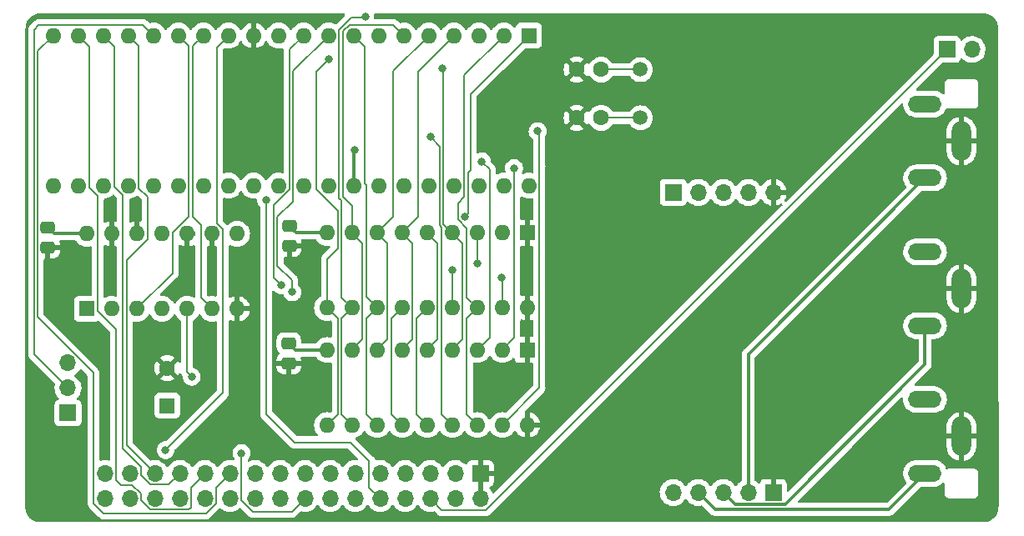
<source format=gbr>
%TF.GenerationSoftware,KiCad,Pcbnew,(6.0.5-0)*%
%TF.CreationDate,2023-04-14T17:42:22+02:00*%
%TF.ProjectId,pixel juice,70697865-6c20-46a7-9569-63652e6b6963,rev?*%
%TF.SameCoordinates,Original*%
%TF.FileFunction,Copper,L1,Top*%
%TF.FilePolarity,Positive*%
%FSLAX46Y46*%
G04 Gerber Fmt 4.6, Leading zero omitted, Abs format (unit mm)*
G04 Created by KiCad (PCBNEW (6.0.5-0)) date 2023-04-14 17:42:22*
%MOMM*%
%LPD*%
G01*
G04 APERTURE LIST*
G04 Aperture macros list*
%AMRoundRect*
0 Rectangle with rounded corners*
0 $1 Rounding radius*
0 $2 $3 $4 $5 $6 $7 $8 $9 X,Y pos of 4 corners*
0 Add a 4 corners polygon primitive as box body*
4,1,4,$2,$3,$4,$5,$6,$7,$8,$9,$2,$3,0*
0 Add four circle primitives for the rounded corners*
1,1,$1+$1,$2,$3*
1,1,$1+$1,$4,$5*
1,1,$1+$1,$6,$7*
1,1,$1+$1,$8,$9*
0 Add four rect primitives between the rounded corners*
20,1,$1+$1,$2,$3,$4,$5,0*
20,1,$1+$1,$4,$5,$6,$7,0*
20,1,$1+$1,$6,$7,$8,$9,0*
20,1,$1+$1,$8,$9,$2,$3,0*%
G04 Aperture macros list end*
%TA.AperFunction,ComponentPad*%
%ADD10R,1.700000X1.700000*%
%TD*%
%TA.AperFunction,ComponentPad*%
%ADD11O,1.700000X1.700000*%
%TD*%
%TA.AperFunction,ComponentPad*%
%ADD12R,1.600000X1.600000*%
%TD*%
%TA.AperFunction,ComponentPad*%
%ADD13O,1.600000X1.600000*%
%TD*%
%TA.AperFunction,SMDPad,CuDef*%
%ADD14RoundRect,0.250000X-0.475000X0.337500X-0.475000X-0.337500X0.475000X-0.337500X0.475000X0.337500X0*%
%TD*%
%TA.AperFunction,ComponentPad*%
%ADD15O,2.000000X4.000000*%
%TD*%
%TA.AperFunction,ComponentPad*%
%ADD16O,3.400000X1.700000*%
%TD*%
%TA.AperFunction,ComponentPad*%
%ADD17C,1.600000*%
%TD*%
%TA.AperFunction,ComponentPad*%
%ADD18C,1.500000*%
%TD*%
%TA.AperFunction,ViaPad*%
%ADD19C,0.800000*%
%TD*%
%TA.AperFunction,Conductor*%
%ADD20C,0.300000*%
%TD*%
%TA.AperFunction,Conductor*%
%ADD21C,0.200000*%
%TD*%
G04 APERTURE END LIST*
D10*
%TO.P,J1,1,Pin_1*%
%TO.N,GND*%
X147231100Y-112522000D03*
D11*
%TO.P,J1,2,Pin_2*%
X147231100Y-115062000D03*
%TO.P,J1,3,Pin_3*%
%TO.N,+5V*%
X144691100Y-112522000D03*
%TO.P,J1,4,Pin_4*%
X144691100Y-115062000D03*
%TO.P,J1,5,Pin_5*%
%TO.N,~{WRITE}*%
X142151100Y-112522000D03*
%TO.P,J1,6,Pin_6*%
%TO.N,AUDIO_CLK_{OUT}*%
X142151100Y-115062000D03*
%TO.P,J1,7,Pin_7*%
%TO.N,~{READ}*%
X139611100Y-112522000D03*
%TO.P,J1,8,Pin_8*%
%TO.N,unconnected-(J1-Pad8)*%
X139611100Y-115062000D03*
%TO.P,J1,9,Pin_9*%
%TO.N,~{NMI}*%
X137071100Y-112522000D03*
%TO.P,J1,10,Pin_10*%
%TO.N,~{RES}*%
X137071100Y-115062000D03*
%TO.P,J1,11,Pin_11*%
%TO.N,~{IRQ}*%
X134531100Y-112522000D03*
%TO.P,J1,12,Pin_12*%
%TO.N,unconnected-(J1-Pad12)*%
X134531100Y-115062000D03*
%TO.P,J1,13,Pin_13*%
%TO.N,D7*%
X131991100Y-112522000D03*
%TO.P,J1,14,Pin_14*%
%TO.N,unconnected-(J1-Pad14)*%
X131991100Y-115062000D03*
%TO.P,J1,15,Pin_15*%
%TO.N,D6*%
X129451100Y-112522000D03*
%TO.P,J1,16,Pin_16*%
%TO.N,~{CS}*%
X129451100Y-115062000D03*
%TO.P,J1,17,Pin_17*%
%TO.N,D5*%
X126911100Y-112522000D03*
%TO.P,J1,18,Pin_18*%
%TO.N,unconnected-(J1-Pad18)*%
X126911100Y-115062000D03*
%TO.P,J1,19,Pin_19*%
%TO.N,D4*%
X124371100Y-112522000D03*
%TO.P,J1,20,Pin_20*%
%TO.N,unconnected-(J1-Pad20)*%
X124371100Y-115062000D03*
%TO.P,J1,21,Pin_21*%
%TO.N,D3*%
X121831100Y-112522000D03*
%TO.P,J1,22,Pin_22*%
%TO.N,unconnected-(J1-Pad22)*%
X121831100Y-115062000D03*
%TO.P,J1,23,Pin_23*%
%TO.N,D2*%
X119291100Y-112522000D03*
%TO.P,J1,24,Pin_24*%
%TO.N,unconnected-(J1-Pad24)*%
X119291100Y-115062000D03*
%TO.P,J1,25,Pin_25*%
%TO.N,D1*%
X116751100Y-112522000D03*
%TO.P,J1,26,Pin_26*%
%TO.N,unconnected-(J1-Pad26)*%
X116751100Y-115062000D03*
%TO.P,J1,27,Pin_27*%
%TO.N,D0*%
X114211100Y-112522000D03*
%TO.P,J1,28,Pin_28*%
%TO.N,A0*%
X114211100Y-115062000D03*
%TO.P,J1,29,Pin_29*%
%TO.N,GND*%
X111671100Y-112522000D03*
%TO.P,J1,30,Pin_30*%
X111671100Y-115062000D03*
%TO.P,J1,31,Pin_31*%
%TO.N,+5V*%
X109131100Y-112522000D03*
%TO.P,J1,32,Pin_32*%
X109131100Y-115062000D03*
%TD*%
D12*
%TO.P,U3,1,~{OE}*%
%TO.N,GND*%
X152003600Y-99979800D03*
D13*
%TO.P,U3,2,I/O1*%
%TO.N,RD0*%
X149463600Y-99979800D03*
%TO.P,U3,3,I/O2*%
%TO.N,RD1*%
X146923600Y-99979800D03*
%TO.P,U3,4,~{WE}*%
%TO.N,R~{W}*%
X144383600Y-99979800D03*
%TO.P,U3,5,~{RAS}*%
%TO.N,~{RAS}*%
X141843600Y-99979800D03*
%TO.P,U3,6,A6*%
%TO.N,Net-(U1-Pad4)*%
X139303600Y-99979800D03*
%TO.P,U3,7,A5*%
%TO.N,Net-(U1-Pad5)*%
X136763600Y-99979800D03*
%TO.P,U3,8,A4*%
%TO.N,Net-(U1-Pad6)*%
X134223600Y-99979800D03*
%TO.P,U3,9,VCC*%
%TO.N,+5V*%
X131683600Y-99979800D03*
%TO.P,U3,10,A7*%
%TO.N,Net-(U1-Pad3)*%
X131683600Y-107599800D03*
%TO.P,U3,11,A3*%
%TO.N,Net-(U1-Pad7)*%
X134223600Y-107599800D03*
%TO.P,U3,12,A2*%
%TO.N,Net-(U1-Pad8)*%
X136763600Y-107599800D03*
%TO.P,U3,13,A1*%
%TO.N,Net-(U1-Pad9)*%
X139303600Y-107599800D03*
%TO.P,U3,14,A0*%
%TO.N,Net-(U1-Pad10)*%
X141843600Y-107599800D03*
%TO.P,U3,15,I/O3*%
%TO.N,RD2*%
X144383600Y-107599800D03*
%TO.P,U3,16,~{CAS}*%
%TO.N,~{CAS}*%
X146923600Y-107599800D03*
%TO.P,U3,17,I/O4*%
%TO.N,RD3*%
X149463600Y-107599800D03*
%TO.P,U3,18,VSS*%
%TO.N,GND*%
X152003600Y-107599800D03*
%TD*%
D14*
%TO.P,C3,1*%
%TO.N,+5V*%
X127850000Y-87362500D03*
%TO.P,C3,2*%
%TO.N,GND*%
X127850000Y-89437500D03*
%TD*%
D12*
%TO.P,U4,1*%
%TO.N,~{READ}*%
X107325000Y-95800000D03*
D13*
%TO.P,U4,2*%
%TO.N,~{CS}*%
X109865000Y-95800000D03*
%TO.P,U4,3*%
%TO.N,~{CSR}*%
X112405000Y-95800000D03*
%TO.P,U4,4*%
%TO.N,~{CS}*%
X114945000Y-95800000D03*
%TO.P,U4,5*%
%TO.N,~{WRITE}*%
X117485000Y-95800000D03*
%TO.P,U4,6*%
%TO.N,~{CSW}*%
X120025000Y-95800000D03*
%TO.P,U4,7,GND*%
%TO.N,GND*%
X122565000Y-95800000D03*
%TO.P,U4,8*%
%TO.N,unconnected-(U4-Pad8)*%
X122565000Y-88180000D03*
%TO.P,U4,9*%
%TO.N,GND*%
X120025000Y-88180000D03*
%TO.P,U4,10*%
X117485000Y-88180000D03*
%TO.P,U4,11*%
%TO.N,unconnected-(U4-Pad11)*%
X114945000Y-88180000D03*
%TO.P,U4,12*%
%TO.N,GND*%
X112405000Y-88180000D03*
%TO.P,U4,13*%
X109865000Y-88180000D03*
%TO.P,U4,14,VCC*%
%TO.N,+5V*%
X107325000Y-88180000D03*
%TD*%
D12*
%TO.P,U2,1,~{OE}*%
%TO.N,GND*%
X152003600Y-88079800D03*
D13*
%TO.P,U2,2,I/O1*%
%TO.N,RD4*%
X149463600Y-88079800D03*
%TO.P,U2,3,I/O2*%
%TO.N,RD5*%
X146923600Y-88079800D03*
%TO.P,U2,4,~{WE}*%
%TO.N,R~{W}*%
X144383600Y-88079800D03*
%TO.P,U2,5,~{RAS}*%
%TO.N,~{RAS}*%
X141843600Y-88079800D03*
%TO.P,U2,6,A6*%
%TO.N,Net-(U1-Pad4)*%
X139303600Y-88079800D03*
%TO.P,U2,7,A5*%
%TO.N,Net-(U1-Pad5)*%
X136763600Y-88079800D03*
%TO.P,U2,8,A4*%
%TO.N,Net-(U1-Pad6)*%
X134223600Y-88079800D03*
%TO.P,U2,9,VCC*%
%TO.N,+5V*%
X131683600Y-88079800D03*
%TO.P,U2,10,A7*%
%TO.N,Net-(U1-Pad3)*%
X131683600Y-95699800D03*
%TO.P,U2,11,A3*%
%TO.N,Net-(U1-Pad7)*%
X134223600Y-95699800D03*
%TO.P,U2,12,A2*%
%TO.N,Net-(U1-Pad8)*%
X136763600Y-95699800D03*
%TO.P,U2,13,A1*%
%TO.N,Net-(U1-Pad9)*%
X139303600Y-95699800D03*
%TO.P,U2,14,A0*%
%TO.N,Net-(U1-Pad10)*%
X141843600Y-95699800D03*
%TO.P,U2,15,I/O3*%
%TO.N,RD6*%
X144383600Y-95699800D03*
%TO.P,U2,16,~{CAS}*%
%TO.N,~{CAS}*%
X146923600Y-95699800D03*
%TO.P,U2,17,I/O4*%
%TO.N,RD7*%
X149463600Y-95699800D03*
%TO.P,U2,18,VSS*%
%TO.N,GND*%
X152003600Y-95699800D03*
%TD*%
D15*
%TO.P,J4,1*%
%TO.N,GND*%
X196050000Y-78750000D03*
D16*
%TO.P,J4,2*%
%TO.N,/B-Y_{out}*%
X192350000Y-82500000D03*
%TO.P,J4,3*%
%TO.N,unconnected-(J4-Pad3)*%
X192350000Y-75000000D03*
D15*
%TO.P,J4,4*%
%TO.N,GND*%
X196050000Y-93750000D03*
D16*
%TO.P,J4,5*%
%TO.N,/Y_{out}*%
X192350000Y-97500000D03*
%TO.P,J4,6*%
%TO.N,unconnected-(J4-Pad6)*%
X192350000Y-90000000D03*
D15*
%TO.P,J4,7*%
%TO.N,GND*%
X196050000Y-108750000D03*
D16*
%TO.P,J4,8*%
%TO.N,/R-Y_{out}*%
X192350000Y-112500000D03*
%TO.P,J4,9*%
%TO.N,unconnected-(J4-Pad9)*%
X192350000Y-105000000D03*
%TD*%
D14*
%TO.P,C7,1*%
%TO.N,+5V*%
X103350000Y-87512500D03*
%TO.P,C7,2*%
%TO.N,GND*%
X103350000Y-89587500D03*
%TD*%
%TO.P,C4,1*%
%TO.N,+5V*%
X127800000Y-99275100D03*
%TO.P,C4,2*%
%TO.N,GND*%
X127800000Y-101350100D03*
%TD*%
D10*
%TO.P,J6,1,Pin_1*%
%TO.N,GND*%
X176950000Y-114450000D03*
D11*
%TO.P,J6,2,Pin_2*%
%TO.N,/B-Y_{out}*%
X174410000Y-114450000D03*
%TO.P,J6,3,Pin_3*%
%TO.N,/Y_{out}*%
X171870000Y-114450000D03*
%TO.P,J6,4,Pin_4*%
%TO.N,/R-Y_{out}*%
X169330000Y-114450000D03*
%TO.P,J6,5,Pin_5*%
%TO.N,+5V*%
X166790000Y-114450000D03*
%TD*%
D10*
%TO.P,J3,1,Pin_1*%
%TO.N,AUDIO_CLK_{OUT}*%
X194575000Y-69450000D03*
D11*
%TO.P,J3,2,Pin_2*%
%TO.N,AUDIO_CLK_{IN}*%
X197115000Y-69450000D03*
%TD*%
D12*
%TO.P,C6,1*%
%TO.N,+5V*%
X115475000Y-105627700D03*
D17*
%TO.P,C6,2*%
%TO.N,GND*%
X115475000Y-101827700D03*
%TD*%
D18*
%TO.P,Y1,1,1*%
%TO.N,Net-(C2-Pad2)*%
X163475000Y-76400000D03*
%TO.P,Y1,2,2*%
%TO.N,Net-(C1-Pad2)*%
X163475000Y-71500000D03*
%TD*%
D17*
%TO.P,C2,1*%
%TO.N,GND*%
X157000000Y-76400000D03*
%TO.P,C2,2*%
%TO.N,Net-(C2-Pad2)*%
X159500000Y-76400000D03*
%TD*%
%TO.P,C1,1*%
%TO.N,GND*%
X157000000Y-71500000D03*
%TO.P,C1,2*%
%TO.N,Net-(C1-Pad2)*%
X159500000Y-71500000D03*
%TD*%
D12*
%TO.P,U1,1,~{RAS}*%
%TO.N,~{RAS}*%
X152163000Y-68047600D03*
D13*
%TO.P,U1,2,~{CAS}*%
%TO.N,~{CAS}*%
X149623000Y-68047600D03*
%TO.P,U1,3,AD7*%
%TO.N,Net-(U1-Pad3)*%
X147083000Y-68047600D03*
%TO.P,U1,4,AD6*%
%TO.N,Net-(U1-Pad4)*%
X144543000Y-68047600D03*
%TO.P,U1,5,AD5*%
%TO.N,Net-(U1-Pad5)*%
X142003000Y-68047600D03*
%TO.P,U1,6,AD4*%
%TO.N,Net-(U1-Pad6)*%
X139463000Y-68047600D03*
%TO.P,U1,7,AD3*%
%TO.N,Net-(U1-Pad7)*%
X136923000Y-68047600D03*
%TO.P,U1,8,AD2*%
%TO.N,Net-(U1-Pad8)*%
X134383000Y-68047600D03*
%TO.P,U1,9,AD1*%
%TO.N,Net-(U1-Pad9)*%
X131843000Y-68047600D03*
%TO.P,U1,10,AD0*%
%TO.N,Net-(U1-Pad10)*%
X129303000Y-68047600D03*
%TO.P,U1,11,R~{W}*%
%TO.N,R~{W}*%
X126763000Y-68047600D03*
%TO.P,U1,12,VSS*%
%TO.N,GND*%
X124223000Y-68047600D03*
%TO.P,U1,13,MODE*%
%TO.N,A0*%
X121683000Y-68047600D03*
%TO.P,U1,14,~{CSW}*%
%TO.N,~{CSW}*%
X119143000Y-68047600D03*
%TO.P,U1,15,~{CSR}*%
%TO.N,~{CSR}*%
X116603000Y-68047600D03*
%TO.P,U1,16,~{INT}/SYNC*%
%TO.N,~{INT}*%
X114063000Y-68047600D03*
%TO.P,U1,17,CD7*%
%TO.N,D0*%
X111523000Y-68047600D03*
%TO.P,U1,18,CD6*%
%TO.N,D1*%
X108983000Y-68047600D03*
%TO.P,U1,19,CD5*%
%TO.N,D2*%
X106443000Y-68047600D03*
%TO.P,U1,20,CD4*%
%TO.N,D3*%
X103903000Y-68047600D03*
%TO.P,U1,21,CD3*%
%TO.N,D4*%
X103903000Y-83287600D03*
%TO.P,U1,22,CD2*%
%TO.N,D5*%
X106443000Y-83287600D03*
%TO.P,U1,23,CD1*%
%TO.N,D6*%
X108983000Y-83287600D03*
%TO.P,U1,24,CD0*%
%TO.N,D7*%
X111523000Y-83287600D03*
%TO.P,U1,25,RD7*%
%TO.N,RD7*%
X114063000Y-83287600D03*
%TO.P,U1,26,RD6*%
%TO.N,RD6*%
X116603000Y-83287600D03*
%TO.P,U1,27,RD5*%
%TO.N,RD5*%
X119143000Y-83287600D03*
%TO.P,U1,28,RD4*%
%TO.N,RD4*%
X121683000Y-83287600D03*
%TO.P,U1,29,RD3*%
%TO.N,RD3*%
X124223000Y-83287600D03*
%TO.P,U1,30,RD2*%
%TO.N,RD2*%
X126763000Y-83287600D03*
%TO.P,U1,31,RD1*%
%TO.N,RD1*%
X129303000Y-83287600D03*
%TO.P,U1,32,RD0*%
%TO.N,RD0*%
X131843000Y-83287600D03*
%TO.P,U1,33,VCC*%
%TO.N,+5V*%
X134383000Y-83287600D03*
%TO.P,U1,34,~{RESET}*%
%TO.N,~{RES}*%
X136923000Y-83287600D03*
%TO.P,U1,35,B-Y*%
%TO.N,B-Y*%
X139463000Y-83287600D03*
%TO.P,U1,36,Y*%
%TO.N,Y*%
X142003000Y-83287600D03*
%TO.P,U1,37,CPUCLOCK*%
%TO.N,AUDIO_CLK_{IN}*%
X144543000Y-83287600D03*
%TO.P,U1,38,R-Y*%
%TO.N,R-Y*%
X147083000Y-83287600D03*
%TO.P,U1,39,XTAL2*%
%TO.N,Net-(C2-Pad2)*%
X149623000Y-83287600D03*
%TO.P,U1,40,XTAL1*%
%TO.N,Net-(C1-Pad2)*%
X152163000Y-83287600D03*
%TD*%
D10*
%TO.P,J2,1,Pin_1*%
%TO.N,~{NMI}*%
X105400000Y-106380000D03*
D11*
%TO.P,J2,2,Pin_2*%
%TO.N,~{INT}*%
X105400000Y-103840000D03*
%TO.P,J2,3,Pin_3*%
%TO.N,~{IRQ}*%
X105400000Y-101300000D03*
%TD*%
D10*
%TO.P,J5,1,Pin_1*%
%TO.N,+5V*%
X166800000Y-83975000D03*
D11*
%TO.P,J5,2,Pin_2*%
%TO.N,R-Y*%
X169340000Y-83975000D03*
%TO.P,J5,3,Pin_3*%
%TO.N,Y*%
X171880000Y-83975000D03*
%TO.P,J5,4,Pin_4*%
%TO.N,B-Y*%
X174420000Y-83975000D03*
%TO.P,J5,5,Pin_5*%
%TO.N,GND*%
X176960000Y-83975000D03*
%TD*%
D19*
%TO.N,+5V*%
X134450000Y-79650000D03*
%TO.N,GND*%
X103400000Y-91750000D03*
X129400000Y-90700000D03*
%TO.N,~{CS}*%
X123000000Y-110450000D03*
%TO.N,R~{W}*%
X143400000Y-71350000D03*
%TO.N,~{RES}*%
X125500000Y-84750000D03*
%TO.N,~{WRITE}*%
X117950000Y-102700000D03*
%TO.N,A0*%
X115300000Y-110150000D03*
%TO.N,~{RAS}*%
X145650000Y-86450000D03*
%TO.N,Net-(U1-Pad3)*%
X131850000Y-70450000D03*
%TO.N,RD7*%
X149400000Y-92650000D03*
%TO.N,RD6*%
X144350000Y-91900000D03*
%TO.N,RD5*%
X146900000Y-91200000D03*
%TO.N,RD3*%
X153050000Y-77750000D03*
%TO.N,RD2*%
X142150000Y-78350000D03*
%TO.N,RD1*%
X147375480Y-80824520D03*
%TO.N,RD0*%
X150650000Y-81500000D03*
%TO.N,Net-(U1-Pad7)*%
X135550000Y-66150000D03*
%TO.N,Net-(U1-Pad9)*%
X128150000Y-94100000D03*
%TO.N,Net-(U1-Pad10)*%
X127000000Y-93375000D03*
%TD*%
D20*
%TO.N,+5V*%
X128504700Y-99979800D02*
X127800000Y-99275100D01*
X128517300Y-88079800D02*
X127800000Y-87362500D01*
X131683600Y-88079800D02*
X128517300Y-88079800D01*
X134383000Y-79717000D02*
X134450000Y-79650000D01*
X107325000Y-88180000D02*
X104017500Y-88180000D01*
X131683600Y-99979800D02*
X128504700Y-99979800D01*
X104017500Y-88180000D02*
X103350000Y-87512500D01*
X134383000Y-83287600D02*
X134383000Y-79717000D01*
D21*
%TO.N,D3*%
X120400611Y-113952489D02*
X120400611Y-115549389D01*
X107981589Y-102312502D02*
X103469087Y-97800000D01*
X120400611Y-115549389D02*
X119400000Y-116550000D01*
X107981589Y-115538144D02*
X107981589Y-102312502D01*
X108993445Y-116550000D02*
X107981589Y-115538144D01*
X103469087Y-97800000D02*
X103469087Y-97768127D01*
X121831100Y-112522000D02*
X120400611Y-113952489D01*
X119400000Y-116550000D02*
X108993445Y-116550000D01*
X103469087Y-97768127D02*
X102325480Y-96624520D01*
X102325480Y-69625120D02*
X103903000Y-68047600D01*
X102325480Y-96624520D02*
X102325480Y-69625120D01*
%TO.N,~{CS}*%
X123000000Y-115259987D02*
X124140013Y-116400000D01*
X123000000Y-110450000D02*
X123000000Y-115259987D01*
X124140013Y-116400000D02*
X128113100Y-116400000D01*
X128113100Y-116400000D02*
X129451100Y-115062000D01*
%TO.N,D2*%
X110771510Y-113671511D02*
X110280611Y-113180612D01*
X113742122Y-116171511D02*
X112820611Y-115250000D01*
X107550000Y-69154600D02*
X106443000Y-68047600D01*
X108424511Y-84324511D02*
X107550000Y-83450000D01*
X107550000Y-83450000D02*
X107550000Y-69154600D01*
X111906266Y-113671511D02*
X110771510Y-113671511D01*
X108424511Y-96024511D02*
X108424511Y-84324511D01*
X110280611Y-97880611D02*
X108424511Y-96024511D01*
X112820611Y-114585856D02*
X111906266Y-113671511D01*
X117860611Y-113952489D02*
X117860611Y-115989389D01*
X117678489Y-116171511D02*
X113742122Y-116171511D01*
X110280611Y-113180612D02*
X110280611Y-97880611D01*
X112820611Y-115250000D02*
X112820611Y-114585856D01*
X117860611Y-115989389D02*
X117678489Y-116171511D01*
X119291100Y-112522000D02*
X117860611Y-113952489D01*
%TO.N,R~{W}*%
X144383600Y-88079800D02*
X145443111Y-89139311D01*
X144383600Y-88079800D02*
X143483489Y-87179689D01*
X143483489Y-87179689D02*
X143483489Y-71433489D01*
X145443111Y-89139311D02*
X145443111Y-98920289D01*
X145443111Y-98920289D02*
X144383600Y-99979800D01*
X143483489Y-71433489D02*
X143400000Y-71350000D01*
%TO.N,D1*%
X112820611Y-112700598D02*
X112820611Y-111820611D01*
X115641589Y-113631511D02*
X113751524Y-113631511D01*
X112820611Y-111820611D02*
X110985969Y-109985969D01*
X116751100Y-112522000D02*
X115641589Y-113631511D01*
X110100000Y-69164600D02*
X108983000Y-68047600D01*
X110100000Y-83362976D02*
X110100000Y-69164600D01*
X110985969Y-109985969D02*
X110985969Y-84248945D01*
X110985969Y-84248945D02*
X110100000Y-83362976D01*
X113751524Y-113631511D02*
X112820611Y-112700598D01*
%TO.N,~{RES}*%
X125500000Y-106500000D02*
X125500000Y-84750000D01*
X134054446Y-109350000D02*
X128350000Y-109350000D01*
X135961589Y-111257143D02*
X134054446Y-109350000D01*
X137071100Y-115062000D02*
X135961589Y-113952489D01*
X135961589Y-113952489D02*
X135961589Y-111257143D01*
X128350000Y-109350000D02*
X125500000Y-106500000D01*
%TO.N,D0*%
X113504511Y-84454511D02*
X112582511Y-83532511D01*
X111345489Y-109656389D02*
X111345489Y-90854511D01*
X113504511Y-88695489D02*
X113504511Y-84454511D01*
X114211100Y-112522000D02*
X111345489Y-109656389D01*
X112582511Y-83532511D02*
X112582511Y-69107111D01*
X112582511Y-69107111D02*
X111523000Y-68047600D01*
X111345489Y-90854511D02*
X113504511Y-88695489D01*
%TO.N,~{WRITE}*%
X117950000Y-102700000D02*
X117485000Y-102235000D01*
X117485000Y-102235000D02*
X117485000Y-95800000D01*
%TO.N,A0*%
X121124511Y-104325489D02*
X115300000Y-110150000D01*
X121683000Y-68047600D02*
X120480433Y-69250167D01*
X120480433Y-87080489D02*
X121124511Y-87724567D01*
X120480433Y-69250167D02*
X120480433Y-87080489D01*
X121124511Y-87724567D02*
X121124511Y-104325489D01*
%TO.N,~{INT}*%
X102436083Y-66988089D02*
X101965960Y-67458212D01*
X101965960Y-100405960D02*
X105400000Y-103840000D01*
X114063000Y-68047600D02*
X113003489Y-66988089D01*
X113003489Y-66988089D02*
X102436083Y-66988089D01*
X101965960Y-67458212D02*
X101965960Y-100405960D01*
%TO.N,~{RAS}*%
X146223609Y-73986991D02*
X146223609Y-81676391D01*
X152163000Y-68047600D02*
X146223609Y-73986991D01*
X141843600Y-88079800D02*
X142903111Y-89139311D01*
X145983489Y-86116511D02*
X145650000Y-86450000D01*
X145983489Y-81916511D02*
X145983489Y-86116511D01*
X146223609Y-81676391D02*
X145983489Y-81916511D01*
X142903111Y-98920289D02*
X141843600Y-99979800D01*
X142903111Y-89139311D02*
X142903111Y-98920289D01*
%TO.N,~{CAS}*%
X145602511Y-72068089D02*
X149623000Y-68047600D01*
X144990489Y-85059511D02*
X145602511Y-84447489D01*
X145864089Y-94640289D02*
X145864089Y-87596779D01*
X144990489Y-86723179D02*
X144990489Y-85059511D01*
X145864089Y-106540289D02*
X146923600Y-107599800D01*
X145602511Y-84447489D02*
X145602511Y-72068089D01*
X145864089Y-87596779D02*
X144990489Y-86723179D01*
X145864089Y-96759311D02*
X145864089Y-106540289D01*
X146923600Y-95699800D02*
X145864089Y-96759311D01*
X146923600Y-95699800D02*
X145864089Y-94640289D01*
%TO.N,Net-(C1-Pad2)*%
X159500000Y-71500000D02*
X163475000Y-71500000D01*
%TO.N,Net-(C2-Pad2)*%
X159500000Y-76400000D02*
X163475000Y-76400000D01*
D20*
%TO.N,/R-Y_{out}*%
X188700969Y-116149031D02*
X192350000Y-112500000D01*
X171029031Y-116149031D02*
X188700969Y-116149031D01*
X169330000Y-114450000D02*
X171029031Y-116149031D01*
%TO.N,/B-Y_{out}*%
X174410000Y-114450000D02*
X174410000Y-100440000D01*
X174410000Y-100440000D02*
X192350000Y-82500000D01*
D21*
%TO.N,Net-(U1-Pad3)*%
X132783111Y-89634089D02*
X132783111Y-85883111D01*
X131683600Y-90733600D02*
X132783111Y-89634089D01*
X130584089Y-83684089D02*
X130584089Y-71715911D01*
X132783111Y-106500289D02*
X131683600Y-107599800D01*
X131850000Y-70450000D02*
X130584089Y-71715911D01*
X131683600Y-95699800D02*
X132783111Y-96799311D01*
X131683600Y-95699800D02*
X131683600Y-90733600D01*
X132783111Y-85883111D02*
X130584089Y-83684089D01*
X132783111Y-96799311D02*
X132783111Y-106500289D01*
%TO.N,~{CSW}*%
X119143000Y-68047600D02*
X118083489Y-69107111D01*
X118083489Y-69107111D02*
X118083489Y-86483489D01*
X118083489Y-86483489D02*
X118900000Y-87300000D01*
X118900000Y-87300000D02*
X118900000Y-94675000D01*
X118900000Y-94675000D02*
X120025000Y-95800000D01*
%TO.N,~{CSR}*%
X116004511Y-88095489D02*
X116004511Y-92200489D01*
X116603000Y-68047600D02*
X117662511Y-69107111D01*
X116004511Y-92200489D02*
X112405000Y-95800000D01*
X117662511Y-69107111D02*
X117662511Y-86437489D01*
X117662511Y-86437489D02*
X116004511Y-88095489D01*
%TO.N,RD7*%
X149463600Y-95699800D02*
X149463600Y-92963600D01*
X149463600Y-92963600D02*
X149400000Y-92900000D01*
%TO.N,RD6*%
X144350000Y-91900000D02*
X144383600Y-91933600D01*
X144383600Y-91933600D02*
X144383600Y-95699800D01*
%TO.N,RD5*%
X146900000Y-91200000D02*
X146923600Y-91176400D01*
X146923600Y-91176400D02*
X146923600Y-88079800D01*
%TO.N,RD3*%
X153200000Y-77900000D02*
X153050000Y-77750000D01*
X153222511Y-103840889D02*
X153222511Y-81322511D01*
X149463600Y-107599800D02*
X153222511Y-103840889D01*
X153200000Y-81300000D02*
X153222511Y-81322511D01*
X153200000Y-81300000D02*
X153200000Y-77900000D01*
%TO.N,RD2*%
X143324089Y-87528727D02*
X143123969Y-87328607D01*
X143324089Y-106540289D02*
X143324089Y-87528727D01*
X143123969Y-79323969D02*
X142150000Y-78350000D01*
X143123969Y-87328607D02*
X143123969Y-79323969D01*
X144383600Y-107599800D02*
X143324089Y-106540289D01*
%TO.N,RD1*%
X146923600Y-99979800D02*
X148200000Y-98703400D01*
X148200000Y-98703400D02*
X148200000Y-81649040D01*
X148200000Y-81649040D02*
X147375480Y-80824520D01*
%TO.N,RD0*%
X150682511Y-98760889D02*
X150682511Y-81532511D01*
X149463600Y-99979800D02*
X150682511Y-98760889D01*
X150682511Y-81532511D02*
X150650000Y-81500000D01*
%TO.N,Net-(U1-Pad4)*%
X140363111Y-89139311D02*
X140363111Y-98920289D01*
X139303600Y-88079800D02*
X140363111Y-89139311D01*
X140903489Y-86479911D02*
X140903489Y-71687111D01*
X140363111Y-98920289D02*
X139303600Y-99979800D01*
X139303600Y-88079800D02*
X140903489Y-86479911D01*
X140903489Y-71687111D02*
X144543000Y-68047600D01*
%TO.N,Net-(U1-Pad5)*%
X136763600Y-88079800D02*
X138363489Y-86479911D01*
X138397828Y-71652772D02*
X138397828Y-82602172D01*
X138363489Y-86479911D02*
X138363489Y-82636511D01*
X136763600Y-88079800D02*
X137823111Y-89139311D01*
X137823111Y-98920289D02*
X136763600Y-99979800D01*
X137823111Y-89139311D02*
X137823111Y-98920289D01*
X138363489Y-82636511D02*
X138397828Y-82602172D01*
X142003000Y-68047600D02*
X138397828Y-71652772D01*
%TO.N,Net-(U1-Pad6)*%
X133341112Y-67591112D02*
X133283489Y-67648735D01*
X134223600Y-85323600D02*
X134223600Y-88079800D01*
X134223600Y-88079800D02*
X135283111Y-89139311D01*
X133283489Y-67648735D02*
X133283489Y-84383489D01*
X138403489Y-66988089D02*
X133944135Y-66988089D01*
X135283111Y-98920289D02*
X134223600Y-99979800D01*
X133944135Y-66988089D02*
X133341112Y-67591112D01*
X135283111Y-89139311D02*
X135283111Y-98920289D01*
X133341112Y-67591112D02*
X133262031Y-67670193D01*
X139463000Y-68047600D02*
X138403489Y-66988089D01*
X133283489Y-84383489D02*
X134223600Y-85323600D01*
%TO.N,Net-(U1-Pad7)*%
X132902511Y-84552511D02*
X132902511Y-67447489D01*
X134150000Y-66200000D02*
X135500000Y-66200000D01*
X133164089Y-96759311D02*
X133164089Y-106540289D01*
X134223600Y-95699800D02*
X133164089Y-96759311D01*
X133142631Y-94618831D02*
X133142631Y-84792631D01*
X135500000Y-66200000D02*
X135550000Y-66150000D01*
X132902511Y-67447489D02*
X134150000Y-66200000D01*
X133164089Y-106540289D02*
X134223600Y-107599800D01*
X133142631Y-84792631D02*
X132902511Y-84552511D01*
X134223600Y-95699800D02*
X133142631Y-94618831D01*
%TO.N,Net-(U1-Pad8)*%
X134383000Y-68047600D02*
X135482511Y-69147111D01*
X135642631Y-94578831D02*
X135642631Y-83192631D01*
X135704089Y-96759311D02*
X135704089Y-106540289D01*
X135482511Y-69147111D02*
X135482511Y-83032511D01*
X136763600Y-95699800D02*
X135642631Y-94578831D01*
X135704089Y-106540289D02*
X136763600Y-107599800D01*
X136763600Y-95699800D02*
X135704089Y-96759311D01*
X135642631Y-83192631D02*
X135482511Y-83032511D01*
%TO.N,Net-(U1-Pad9)*%
X139303600Y-95699800D02*
X138244089Y-96759311D01*
X131843000Y-68047600D02*
X128243489Y-71647111D01*
X138244089Y-96759311D02*
X138244089Y-106540289D01*
X126650000Y-86482016D02*
X126650000Y-91400000D01*
X128150000Y-92900000D02*
X128150000Y-94100000D01*
X128243489Y-71647111D02*
X128243489Y-84888527D01*
X126650000Y-91400000D02*
X128150000Y-92900000D01*
X128243489Y-84888527D02*
X126650000Y-86482016D01*
X138244089Y-106540289D02*
X139303600Y-107599800D01*
%TO.N,Net-(U1-Pad10)*%
X127883969Y-83665007D02*
X126290480Y-85258496D01*
X126290480Y-92665480D02*
X127000000Y-93375000D01*
X140784089Y-106540289D02*
X141843600Y-107599800D01*
X127883969Y-69466631D02*
X127883969Y-83665007D01*
X126290480Y-85258496D02*
X126290480Y-92665480D01*
X129303000Y-68047600D02*
X127883969Y-69466631D01*
X140784089Y-96759311D02*
X140784089Y-106540289D01*
X141843600Y-95699800D02*
X140784089Y-96759311D01*
D20*
%TO.N,/Y_{out}*%
X171870000Y-114450000D02*
X173069511Y-115649511D01*
X178149511Y-115649511D02*
X192350000Y-101449022D01*
X192350000Y-101449022D02*
X192350000Y-97500000D01*
X173069511Y-115649511D02*
X178149511Y-115649511D01*
D21*
%TO.N,AUDIO_CLK_{OUT}*%
X147813489Y-116211511D02*
X194575000Y-69450000D01*
X143300611Y-116211511D02*
X147813489Y-116211511D01*
X142151100Y-115062000D02*
X143300611Y-116211511D01*
%TD*%
%TA.AperFunction,Conductor*%
%TO.N,GND*%
G36*
X198270712Y-65793433D02*
G01*
X198286235Y-65795813D01*
X198286240Y-65795813D01*
X198295110Y-65797173D01*
X198304011Y-65795988D01*
X198304012Y-65795988D01*
X198310370Y-65795142D01*
X198335684Y-65794340D01*
X198501552Y-65805805D01*
X198519339Y-65808318D01*
X198706717Y-65848590D01*
X198723963Y-65853606D01*
X198903707Y-65920112D01*
X198920061Y-65927528D01*
X199088528Y-66018922D01*
X199103666Y-66028591D01*
X199235840Y-66126951D01*
X199257414Y-66143006D01*
X199271021Y-66154727D01*
X199281583Y-66165227D01*
X199406943Y-66289850D01*
X199418747Y-66303390D01*
X199534070Y-66456462D01*
X199543828Y-66471541D01*
X199606809Y-66586014D01*
X199636214Y-66639461D01*
X199643729Y-66655778D01*
X199711293Y-66835121D01*
X199716411Y-66852338D01*
X199757789Y-67039476D01*
X199760408Y-67057247D01*
X199771084Y-67199466D01*
X199772319Y-67215925D01*
X199771628Y-67234094D01*
X199771558Y-67242207D01*
X199770208Y-67251084D01*
X199771404Y-67259982D01*
X199774323Y-67281704D01*
X199775446Y-67298406D01*
X199793014Y-94498319D01*
X199806801Y-115845020D01*
X199806828Y-115887323D01*
X199805329Y-115906781D01*
X199801668Y-115930293D01*
X199803134Y-115941500D01*
X199803663Y-115945547D01*
X199804406Y-115970872D01*
X199801861Y-116006473D01*
X199791999Y-116144396D01*
X199789442Y-116162185D01*
X199774061Y-116232896D01*
X199747069Y-116356985D01*
X199742004Y-116374234D01*
X199672343Y-116561008D01*
X199664875Y-116577361D01*
X199569338Y-116752329D01*
X199559621Y-116767449D01*
X199491473Y-116858485D01*
X199440153Y-116927040D01*
X199428380Y-116940626D01*
X199287426Y-117081580D01*
X199273840Y-117093353D01*
X199114249Y-117212821D01*
X199099129Y-117222538D01*
X198924161Y-117318075D01*
X198907808Y-117325543D01*
X198721034Y-117395204D01*
X198703784Y-117400269D01*
X198508987Y-117442642D01*
X198491197Y-117445199D01*
X198324766Y-117457099D01*
X198306789Y-117456351D01*
X198298518Y-117456250D01*
X198289645Y-117454868D01*
X198280742Y-117456032D01*
X198280740Y-117456032D01*
X198258023Y-117459002D01*
X198241708Y-117460065D01*
X165337050Y-117465029D01*
X102599362Y-117474494D01*
X102580258Y-117473039D01*
X102555852Y-117469296D01*
X102546951Y-117470481D01*
X102540596Y-117471327D01*
X102515278Y-117472129D01*
X102467877Y-117468851D01*
X102349409Y-117460659D01*
X102331624Y-117458146D01*
X102181729Y-117425928D01*
X102144239Y-117417870D01*
X102127002Y-117412856D01*
X102026861Y-117375802D01*
X101947252Y-117346345D01*
X101930892Y-117338926D01*
X101762430Y-117247532D01*
X101747299Y-117237868D01*
X101593531Y-117123439D01*
X101579933Y-117111724D01*
X101444006Y-116976597D01*
X101432217Y-116963076D01*
X101316878Y-116809985D01*
X101307123Y-116794910D01*
X101295593Y-116773954D01*
X101214730Y-116626982D01*
X101207221Y-116610679D01*
X101202173Y-116597279D01*
X101139649Y-116431329D01*
X101134530Y-116414111D01*
X101093148Y-116226973D01*
X101090530Y-116209203D01*
X101078620Y-116050600D01*
X101079324Y-116032073D01*
X101079391Y-116024238D01*
X101080740Y-116015367D01*
X101076659Y-115985016D01*
X101075536Y-115968215D01*
X101075537Y-115965578D01*
X101078594Y-96156080D01*
X101083044Y-67332398D01*
X101084500Y-67313318D01*
X101086894Y-67297706D01*
X101086894Y-67297702D01*
X101088255Y-67288829D01*
X101086224Y-67273567D01*
X101085423Y-67248254D01*
X101086403Y-67234094D01*
X101096895Y-67082387D01*
X101099409Y-67064601D01*
X101139685Y-66877234D01*
X101144702Y-66859987D01*
X101211213Y-66680248D01*
X101218632Y-66663889D01*
X101310022Y-66495440D01*
X101319691Y-66480302D01*
X101326210Y-66471543D01*
X101394642Y-66379589D01*
X101434112Y-66326552D01*
X101445836Y-66312943D01*
X101580951Y-66177031D01*
X101594491Y-66165227D01*
X101605989Y-66156565D01*
X101747573Y-66049901D01*
X101762641Y-66040151D01*
X101930562Y-65947766D01*
X101946868Y-65940255D01*
X102126213Y-65872689D01*
X102143433Y-65867571D01*
X102330574Y-65826192D01*
X102348327Y-65823576D01*
X102507297Y-65811642D01*
X102524318Y-65812289D01*
X102524318Y-65812283D01*
X102533295Y-65812361D01*
X102542170Y-65813710D01*
X102551068Y-65812514D01*
X102572634Y-65809616D01*
X102589395Y-65808493D01*
X133382062Y-65803177D01*
X133450186Y-65823167D01*
X133496689Y-65876815D01*
X133506805Y-65947087D01*
X133477323Y-66011673D01*
X133471179Y-66018272D01*
X132616438Y-66873013D01*
X132554126Y-66907039D01*
X132483311Y-66901974D01*
X132474094Y-66898113D01*
X132297230Y-66815641D01*
X132297225Y-66815639D01*
X132292243Y-66813316D01*
X132286935Y-66811894D01*
X132286933Y-66811893D01*
X132076402Y-66755481D01*
X132076400Y-66755481D01*
X132071087Y-66754057D01*
X131843000Y-66734102D01*
X131614913Y-66754057D01*
X131609600Y-66755481D01*
X131609598Y-66755481D01*
X131399067Y-66811893D01*
X131399065Y-66811894D01*
X131393757Y-66813316D01*
X131388776Y-66815639D01*
X131388775Y-66815639D01*
X131191238Y-66907751D01*
X131191233Y-66907754D01*
X131186251Y-66910077D01*
X131139418Y-66942870D01*
X131003211Y-67038243D01*
X131003208Y-67038245D01*
X130998700Y-67041402D01*
X130836802Y-67203300D01*
X130833645Y-67207808D01*
X130833643Y-67207811D01*
X130792732Y-67266238D01*
X130705477Y-67390851D01*
X130703154Y-67395833D01*
X130703151Y-67395838D01*
X130687195Y-67430057D01*
X130640278Y-67483342D01*
X130572001Y-67502803D01*
X130504041Y-67482261D01*
X130458805Y-67430057D01*
X130442849Y-67395838D01*
X130442846Y-67395833D01*
X130440523Y-67390851D01*
X130353268Y-67266238D01*
X130312357Y-67207811D01*
X130312355Y-67207808D01*
X130309198Y-67203300D01*
X130147300Y-67041402D01*
X130142792Y-67038245D01*
X130142789Y-67038243D01*
X130006582Y-66942870D01*
X129959749Y-66910077D01*
X129954767Y-66907754D01*
X129954762Y-66907751D01*
X129757225Y-66815639D01*
X129757224Y-66815639D01*
X129752243Y-66813316D01*
X129746935Y-66811894D01*
X129746933Y-66811893D01*
X129536402Y-66755481D01*
X129536400Y-66755481D01*
X129531087Y-66754057D01*
X129303000Y-66734102D01*
X129074913Y-66754057D01*
X129069600Y-66755481D01*
X129069598Y-66755481D01*
X128859067Y-66811893D01*
X128859065Y-66811894D01*
X128853757Y-66813316D01*
X128848776Y-66815639D01*
X128848775Y-66815639D01*
X128651238Y-66907751D01*
X128651233Y-66907754D01*
X128646251Y-66910077D01*
X128599418Y-66942870D01*
X128463211Y-67038243D01*
X128463208Y-67038245D01*
X128458700Y-67041402D01*
X128296802Y-67203300D01*
X128293645Y-67207808D01*
X128293643Y-67207811D01*
X128252732Y-67266238D01*
X128165477Y-67390851D01*
X128163154Y-67395833D01*
X128163151Y-67395838D01*
X128147195Y-67430057D01*
X128100278Y-67483342D01*
X128032001Y-67502803D01*
X127964041Y-67482261D01*
X127918805Y-67430057D01*
X127902849Y-67395838D01*
X127902846Y-67395833D01*
X127900523Y-67390851D01*
X127813268Y-67266238D01*
X127772357Y-67207811D01*
X127772355Y-67207808D01*
X127769198Y-67203300D01*
X127607300Y-67041402D01*
X127602792Y-67038245D01*
X127602789Y-67038243D01*
X127466582Y-66942870D01*
X127419749Y-66910077D01*
X127414767Y-66907754D01*
X127414762Y-66907751D01*
X127217225Y-66815639D01*
X127217224Y-66815639D01*
X127212243Y-66813316D01*
X127206935Y-66811894D01*
X127206933Y-66811893D01*
X126996402Y-66755481D01*
X126996400Y-66755481D01*
X126991087Y-66754057D01*
X126763000Y-66734102D01*
X126534913Y-66754057D01*
X126529600Y-66755481D01*
X126529598Y-66755481D01*
X126319067Y-66811893D01*
X126319065Y-66811894D01*
X126313757Y-66813316D01*
X126308776Y-66815639D01*
X126308775Y-66815639D01*
X126111238Y-66907751D01*
X126111233Y-66907754D01*
X126106251Y-66910077D01*
X126059418Y-66942870D01*
X125923211Y-67038243D01*
X125923208Y-67038245D01*
X125918700Y-67041402D01*
X125756802Y-67203300D01*
X125753645Y-67207808D01*
X125753643Y-67207811D01*
X125712732Y-67266238D01*
X125625477Y-67390851D01*
X125623154Y-67395833D01*
X125623151Y-67395838D01*
X125606919Y-67430649D01*
X125560002Y-67483934D01*
X125491725Y-67503395D01*
X125423765Y-67482853D01*
X125378529Y-67430649D01*
X125362414Y-67396089D01*
X125356931Y-67386593D01*
X125231972Y-67208133D01*
X125224916Y-67199725D01*
X125070875Y-67045684D01*
X125062467Y-67038628D01*
X124884007Y-66913669D01*
X124874511Y-66908186D01*
X124677053Y-66816110D01*
X124666761Y-66812364D01*
X124494497Y-66766206D01*
X124480401Y-66766542D01*
X124477000Y-66774484D01*
X124477000Y-69315567D01*
X124480973Y-69329098D01*
X124489522Y-69330327D01*
X124666761Y-69282836D01*
X124677053Y-69279090D01*
X124874511Y-69187014D01*
X124884007Y-69181531D01*
X125062467Y-69056572D01*
X125070875Y-69049516D01*
X125224916Y-68895475D01*
X125231972Y-68887067D01*
X125356931Y-68708607D01*
X125362414Y-68699111D01*
X125378529Y-68664551D01*
X125425446Y-68611266D01*
X125493723Y-68591805D01*
X125561683Y-68612347D01*
X125606919Y-68664551D01*
X125623151Y-68699362D01*
X125623154Y-68699367D01*
X125625477Y-68704349D01*
X125756802Y-68891900D01*
X125918700Y-69053798D01*
X125923208Y-69056955D01*
X125923211Y-69056957D01*
X125964542Y-69085897D01*
X126106251Y-69185123D01*
X126111233Y-69187446D01*
X126111238Y-69187449D01*
X126271988Y-69262407D01*
X126313757Y-69281884D01*
X126319065Y-69283306D01*
X126319067Y-69283307D01*
X126529598Y-69339719D01*
X126529600Y-69339719D01*
X126534913Y-69341143D01*
X126763000Y-69361098D01*
X126991087Y-69341143D01*
X127115404Y-69307832D01*
X127186380Y-69309522D01*
X127245176Y-69349316D01*
X127273124Y-69414580D01*
X127272937Y-69445984D01*
X127270219Y-69466631D01*
X127271297Y-69474819D01*
X127274391Y-69498321D01*
X127275469Y-69514767D01*
X127275469Y-81906050D01*
X127255467Y-81974171D01*
X127201811Y-82020664D01*
X127131537Y-82030768D01*
X127116858Y-82027757D01*
X126996402Y-81995481D01*
X126996400Y-81995481D01*
X126991087Y-81994057D01*
X126763000Y-81974102D01*
X126534913Y-81994057D01*
X126529600Y-81995481D01*
X126529598Y-81995481D01*
X126319067Y-82051893D01*
X126319065Y-82051894D01*
X126313757Y-82053316D01*
X126308776Y-82055639D01*
X126308775Y-82055639D01*
X126111238Y-82147751D01*
X126111233Y-82147754D01*
X126106251Y-82150077D01*
X126089282Y-82161959D01*
X125923211Y-82278243D01*
X125923208Y-82278245D01*
X125918700Y-82281402D01*
X125756802Y-82443300D01*
X125625477Y-82630851D01*
X125623154Y-82635833D01*
X125623151Y-82635838D01*
X125607195Y-82670057D01*
X125560278Y-82723342D01*
X125492001Y-82742803D01*
X125424041Y-82722261D01*
X125378805Y-82670057D01*
X125362849Y-82635838D01*
X125362846Y-82635833D01*
X125360523Y-82630851D01*
X125229198Y-82443300D01*
X125067300Y-82281402D01*
X125062792Y-82278245D01*
X125062789Y-82278243D01*
X124896718Y-82161959D01*
X124879749Y-82150077D01*
X124874767Y-82147754D01*
X124874762Y-82147751D01*
X124677225Y-82055639D01*
X124677224Y-82055639D01*
X124672243Y-82053316D01*
X124666935Y-82051894D01*
X124666933Y-82051893D01*
X124456402Y-81995481D01*
X124456400Y-81995481D01*
X124451087Y-81994057D01*
X124223000Y-81974102D01*
X123994913Y-81994057D01*
X123989600Y-81995481D01*
X123989598Y-81995481D01*
X123779067Y-82051893D01*
X123779065Y-82051894D01*
X123773757Y-82053316D01*
X123768776Y-82055639D01*
X123768775Y-82055639D01*
X123571238Y-82147751D01*
X123571233Y-82147754D01*
X123566251Y-82150077D01*
X123549282Y-82161959D01*
X123383211Y-82278243D01*
X123383208Y-82278245D01*
X123378700Y-82281402D01*
X123216802Y-82443300D01*
X123085477Y-82630851D01*
X123083154Y-82635833D01*
X123083151Y-82635838D01*
X123067195Y-82670057D01*
X123020278Y-82723342D01*
X122952001Y-82742803D01*
X122884041Y-82722261D01*
X122838805Y-82670057D01*
X122822849Y-82635838D01*
X122822846Y-82635833D01*
X122820523Y-82630851D01*
X122689198Y-82443300D01*
X122527300Y-82281402D01*
X122522792Y-82278245D01*
X122522789Y-82278243D01*
X122356718Y-82161959D01*
X122339749Y-82150077D01*
X122334767Y-82147754D01*
X122334762Y-82147751D01*
X122137225Y-82055639D01*
X122137224Y-82055639D01*
X122132243Y-82053316D01*
X122126935Y-82051894D01*
X122126933Y-82051893D01*
X121916402Y-81995481D01*
X121916400Y-81995481D01*
X121911087Y-81994057D01*
X121683000Y-81974102D01*
X121454913Y-81994057D01*
X121247543Y-82049622D01*
X121176568Y-82047932D01*
X121117772Y-82008138D01*
X121089824Y-81942874D01*
X121088933Y-81927915D01*
X121088933Y-69554406D01*
X121108935Y-69486285D01*
X121125838Y-69465311D01*
X121241868Y-69349281D01*
X121304180Y-69315255D01*
X121363574Y-69316669D01*
X121449598Y-69339719D01*
X121449600Y-69339719D01*
X121454913Y-69341143D01*
X121683000Y-69361098D01*
X121911087Y-69341143D01*
X121916400Y-69339719D01*
X121916402Y-69339719D01*
X122126933Y-69283307D01*
X122126935Y-69283306D01*
X122132243Y-69281884D01*
X122174012Y-69262407D01*
X122334762Y-69187449D01*
X122334767Y-69187446D01*
X122339749Y-69185123D01*
X122481458Y-69085897D01*
X122522789Y-69056957D01*
X122522792Y-69056955D01*
X122527300Y-69053798D01*
X122689198Y-68891900D01*
X122820523Y-68704349D01*
X122822846Y-68699367D01*
X122822849Y-68699362D01*
X122839081Y-68664551D01*
X122885998Y-68611266D01*
X122954275Y-68591805D01*
X123022235Y-68612347D01*
X123067471Y-68664551D01*
X123083586Y-68699111D01*
X123089069Y-68708607D01*
X123214028Y-68887067D01*
X123221084Y-68895475D01*
X123375125Y-69049516D01*
X123383533Y-69056572D01*
X123561993Y-69181531D01*
X123571489Y-69187014D01*
X123768947Y-69279090D01*
X123779239Y-69282836D01*
X123951503Y-69328994D01*
X123965599Y-69328658D01*
X123969000Y-69320716D01*
X123969000Y-66779633D01*
X123965027Y-66766102D01*
X123956478Y-66764873D01*
X123779239Y-66812364D01*
X123768947Y-66816110D01*
X123571489Y-66908186D01*
X123561993Y-66913669D01*
X123383533Y-67038628D01*
X123375125Y-67045684D01*
X123221084Y-67199725D01*
X123214028Y-67208133D01*
X123089069Y-67386593D01*
X123083586Y-67396089D01*
X123067471Y-67430649D01*
X123020554Y-67483934D01*
X122952277Y-67503395D01*
X122884317Y-67482853D01*
X122839081Y-67430649D01*
X122822849Y-67395838D01*
X122822846Y-67395833D01*
X122820523Y-67390851D01*
X122733268Y-67266238D01*
X122692357Y-67207811D01*
X122692355Y-67207808D01*
X122689198Y-67203300D01*
X122527300Y-67041402D01*
X122522792Y-67038245D01*
X122522789Y-67038243D01*
X122386582Y-66942870D01*
X122339749Y-66910077D01*
X122334767Y-66907754D01*
X122334762Y-66907751D01*
X122137225Y-66815639D01*
X122137224Y-66815639D01*
X122132243Y-66813316D01*
X122126935Y-66811894D01*
X122126933Y-66811893D01*
X121916402Y-66755481D01*
X121916400Y-66755481D01*
X121911087Y-66754057D01*
X121683000Y-66734102D01*
X121454913Y-66754057D01*
X121449600Y-66755481D01*
X121449598Y-66755481D01*
X121239067Y-66811893D01*
X121239065Y-66811894D01*
X121233757Y-66813316D01*
X121228776Y-66815639D01*
X121228775Y-66815639D01*
X121031238Y-66907751D01*
X121031233Y-66907754D01*
X121026251Y-66910077D01*
X120979418Y-66942870D01*
X120843211Y-67038243D01*
X120843208Y-67038245D01*
X120838700Y-67041402D01*
X120676802Y-67203300D01*
X120673645Y-67207808D01*
X120673643Y-67207811D01*
X120632732Y-67266238D01*
X120545477Y-67390851D01*
X120543154Y-67395833D01*
X120543151Y-67395838D01*
X120527195Y-67430057D01*
X120480278Y-67483342D01*
X120412001Y-67502803D01*
X120344041Y-67482261D01*
X120298805Y-67430057D01*
X120282849Y-67395838D01*
X120282846Y-67395833D01*
X120280523Y-67390851D01*
X120193268Y-67266238D01*
X120152357Y-67207811D01*
X120152355Y-67207808D01*
X120149198Y-67203300D01*
X119987300Y-67041402D01*
X119982792Y-67038245D01*
X119982789Y-67038243D01*
X119846582Y-66942870D01*
X119799749Y-66910077D01*
X119794767Y-66907754D01*
X119794762Y-66907751D01*
X119597225Y-66815639D01*
X119597224Y-66815639D01*
X119592243Y-66813316D01*
X119586935Y-66811894D01*
X119586933Y-66811893D01*
X119376402Y-66755481D01*
X119376400Y-66755481D01*
X119371087Y-66754057D01*
X119143000Y-66734102D01*
X118914913Y-66754057D01*
X118909600Y-66755481D01*
X118909598Y-66755481D01*
X118699067Y-66811893D01*
X118699065Y-66811894D01*
X118693757Y-66813316D01*
X118688776Y-66815639D01*
X118688775Y-66815639D01*
X118491238Y-66907751D01*
X118491233Y-66907754D01*
X118486251Y-66910077D01*
X118439418Y-66942870D01*
X118303211Y-67038243D01*
X118303208Y-67038245D01*
X118298700Y-67041402D01*
X118136802Y-67203300D01*
X118133645Y-67207808D01*
X118133643Y-67207811D01*
X118092732Y-67266238D01*
X118005477Y-67390851D01*
X118003154Y-67395833D01*
X118003151Y-67395838D01*
X117987195Y-67430057D01*
X117940278Y-67483342D01*
X117872001Y-67502803D01*
X117804041Y-67482261D01*
X117758805Y-67430057D01*
X117742849Y-67395838D01*
X117742846Y-67395833D01*
X117740523Y-67390851D01*
X117653268Y-67266238D01*
X117612357Y-67207811D01*
X117612355Y-67207808D01*
X117609198Y-67203300D01*
X117447300Y-67041402D01*
X117442792Y-67038245D01*
X117442789Y-67038243D01*
X117306582Y-66942870D01*
X117259749Y-66910077D01*
X117254767Y-66907754D01*
X117254762Y-66907751D01*
X117057225Y-66815639D01*
X117057224Y-66815639D01*
X117052243Y-66813316D01*
X117046935Y-66811894D01*
X117046933Y-66811893D01*
X116836402Y-66755481D01*
X116836400Y-66755481D01*
X116831087Y-66754057D01*
X116603000Y-66734102D01*
X116374913Y-66754057D01*
X116369600Y-66755481D01*
X116369598Y-66755481D01*
X116159067Y-66811893D01*
X116159065Y-66811894D01*
X116153757Y-66813316D01*
X116148776Y-66815639D01*
X116148775Y-66815639D01*
X115951238Y-66907751D01*
X115951233Y-66907754D01*
X115946251Y-66910077D01*
X115899418Y-66942870D01*
X115763211Y-67038243D01*
X115763208Y-67038245D01*
X115758700Y-67041402D01*
X115596802Y-67203300D01*
X115593645Y-67207808D01*
X115593643Y-67207811D01*
X115552732Y-67266238D01*
X115465477Y-67390851D01*
X115463154Y-67395833D01*
X115463151Y-67395838D01*
X115447195Y-67430057D01*
X115400278Y-67483342D01*
X115332001Y-67502803D01*
X115264041Y-67482261D01*
X115218805Y-67430057D01*
X115202849Y-67395838D01*
X115202846Y-67395833D01*
X115200523Y-67390851D01*
X115113268Y-67266238D01*
X115072357Y-67207811D01*
X115072355Y-67207808D01*
X115069198Y-67203300D01*
X114907300Y-67041402D01*
X114902792Y-67038245D01*
X114902789Y-67038243D01*
X114766582Y-66942870D01*
X114719749Y-66910077D01*
X114714767Y-66907754D01*
X114714762Y-66907751D01*
X114517225Y-66815639D01*
X114517224Y-66815639D01*
X114512243Y-66813316D01*
X114506935Y-66811894D01*
X114506933Y-66811893D01*
X114296402Y-66755481D01*
X114296400Y-66755481D01*
X114291087Y-66754057D01*
X114063000Y-66734102D01*
X113834913Y-66754057D01*
X113829600Y-66755481D01*
X113829598Y-66755481D01*
X113743574Y-66778531D01*
X113672597Y-66776841D01*
X113621868Y-66745919D01*
X113467804Y-66591855D01*
X113456937Y-66579464D01*
X113442502Y-66560652D01*
X113437476Y-66554102D01*
X113405564Y-66529615D01*
X113405561Y-66529612D01*
X113350709Y-66487522D01*
X113316918Y-66461593D01*
X113316916Y-66461592D01*
X113310365Y-66456565D01*
X113162340Y-66395251D01*
X113154153Y-66394173D01*
X113154152Y-66394173D01*
X113142947Y-66392698D01*
X113111751Y-66388591D01*
X113043374Y-66379589D01*
X113043371Y-66379589D01*
X113043363Y-66379588D01*
X113011678Y-66375417D01*
X113003489Y-66374339D01*
X112971796Y-66378511D01*
X112955353Y-66379589D01*
X102484219Y-66379589D01*
X102467773Y-66378511D01*
X102444271Y-66375417D01*
X102436083Y-66374339D01*
X102427895Y-66375417D01*
X102396212Y-66379588D01*
X102396203Y-66379589D01*
X102396198Y-66379589D01*
X102277233Y-66395251D01*
X102129208Y-66456565D01*
X102129206Y-66456566D01*
X102129207Y-66456566D01*
X102034011Y-66529612D01*
X102034008Y-66529615D01*
X102002096Y-66554102D01*
X101997066Y-66560657D01*
X101982631Y-66579468D01*
X101971764Y-66591859D01*
X101569726Y-66993897D01*
X101557335Y-67004764D01*
X101531973Y-67024225D01*
X101507486Y-67056137D01*
X101507483Y-67056140D01*
X101487394Y-67082320D01*
X101445219Y-67137284D01*
X101434436Y-67151336D01*
X101405900Y-67220229D01*
X101376993Y-67290017D01*
X101374943Y-67294965D01*
X101373122Y-67299362D01*
X101372045Y-67307546D01*
X101372044Y-67307548D01*
X101368773Y-67332398D01*
X101357460Y-67418327D01*
X101357460Y-67418332D01*
X101352210Y-67458212D01*
X101353288Y-67466400D01*
X101356382Y-67489902D01*
X101357460Y-67506348D01*
X101357460Y-100357824D01*
X101356382Y-100374267D01*
X101352210Y-100405960D01*
X101353288Y-100414149D01*
X101357460Y-100445840D01*
X101357460Y-100445845D01*
X101366798Y-100516770D01*
X101366798Y-100516772D01*
X101371318Y-100551104D01*
X101373122Y-100564811D01*
X101434436Y-100712836D01*
X101439463Y-100719387D01*
X101439464Y-100719389D01*
X101507480Y-100808029D01*
X101507486Y-100808035D01*
X101531973Y-100839947D01*
X101538528Y-100844977D01*
X101557339Y-100859412D01*
X101569730Y-100870279D01*
X104057454Y-103358002D01*
X104091479Y-103420314D01*
X104089776Y-103480769D01*
X104060989Y-103584570D01*
X104037251Y-103806695D01*
X104037548Y-103811848D01*
X104037548Y-103811851D01*
X104049502Y-104019168D01*
X104050110Y-104029715D01*
X104051247Y-104034761D01*
X104051248Y-104034767D01*
X104059964Y-104073440D01*
X104099222Y-104247639D01*
X104183266Y-104454616D01*
X104196463Y-104476151D01*
X104295492Y-104637752D01*
X104299987Y-104645088D01*
X104446250Y-104813938D01*
X104450230Y-104817242D01*
X104454981Y-104821187D01*
X104494616Y-104880090D01*
X104496113Y-104951071D01*
X104458997Y-105011593D01*
X104418725Y-105036112D01*
X104329634Y-105069511D01*
X104303295Y-105079385D01*
X104186739Y-105166739D01*
X104099385Y-105283295D01*
X104048255Y-105419684D01*
X104041500Y-105481866D01*
X104041500Y-107278134D01*
X104048255Y-107340316D01*
X104099385Y-107476705D01*
X104186739Y-107593261D01*
X104303295Y-107680615D01*
X104439684Y-107731745D01*
X104501866Y-107738500D01*
X106298134Y-107738500D01*
X106360316Y-107731745D01*
X106496705Y-107680615D01*
X106613261Y-107593261D01*
X106700615Y-107476705D01*
X106751745Y-107340316D01*
X106758500Y-107278134D01*
X106758500Y-105481866D01*
X106751745Y-105419684D01*
X106700615Y-105283295D01*
X106613261Y-105166739D01*
X106496705Y-105079385D01*
X106470366Y-105069511D01*
X106378203Y-105034960D01*
X106321439Y-104992318D01*
X106296739Y-104925756D01*
X106311947Y-104856408D01*
X106333493Y-104827727D01*
X106382454Y-104778937D01*
X106438096Y-104723489D01*
X106449782Y-104707227D01*
X106565435Y-104546277D01*
X106568453Y-104542077D01*
X106593219Y-104491968D01*
X106665136Y-104346453D01*
X106665137Y-104346451D01*
X106667430Y-104341811D01*
X106726386Y-104147765D01*
X106730865Y-104133023D01*
X106730865Y-104133021D01*
X106732370Y-104128069D01*
X106761529Y-103906590D01*
X106763156Y-103840000D01*
X106744852Y-103617361D01*
X106690431Y-103400702D01*
X106601354Y-103195840D01*
X106551854Y-103119325D01*
X106482822Y-103012617D01*
X106482820Y-103012614D01*
X106480014Y-103008277D01*
X106329670Y-102843051D01*
X106325619Y-102839852D01*
X106325615Y-102839848D01*
X106158414Y-102707800D01*
X106158410Y-102707798D01*
X106154359Y-102704598D01*
X106113053Y-102681796D01*
X106063084Y-102631364D01*
X106048312Y-102561921D01*
X106073428Y-102495516D01*
X106100780Y-102468909D01*
X106197739Y-102399749D01*
X106279860Y-102341173D01*
X106308632Y-102312502D01*
X106434435Y-102187137D01*
X106438096Y-102183489D01*
X106450083Y-102166808D01*
X106565435Y-102006277D01*
X106568453Y-102002077D01*
X106570746Y-101997438D01*
X106573405Y-101993012D01*
X106574336Y-101993571D01*
X106618828Y-101945292D01*
X106687529Y-101927384D01*
X106755006Y-101949461D01*
X106772768Y-101964230D01*
X107336184Y-102527646D01*
X107370210Y-102589958D01*
X107373089Y-102616741D01*
X107373089Y-115490008D01*
X107372011Y-115506451D01*
X107367839Y-115538144D01*
X107373089Y-115578024D01*
X107373089Y-115578029D01*
X107378203Y-115616870D01*
X107387039Y-115683987D01*
X107388751Y-115696995D01*
X107450065Y-115845020D01*
X107455092Y-115851571D01*
X107455093Y-115851573D01*
X107523109Y-115940213D01*
X107523115Y-115940219D01*
X107547602Y-115972131D01*
X107554157Y-115977161D01*
X107572968Y-115991596D01*
X107585359Y-116002463D01*
X108529130Y-116946234D01*
X108539997Y-116958625D01*
X108559458Y-116983987D01*
X108591370Y-117008474D01*
X108591373Y-117008477D01*
X108633212Y-117040581D01*
X108686570Y-117081524D01*
X108834595Y-117142838D01*
X108953560Y-117158500D01*
X108953565Y-117158500D01*
X108953574Y-117158501D01*
X108985257Y-117162672D01*
X108993445Y-117163750D01*
X109025138Y-117159578D01*
X109041581Y-117158500D01*
X119351864Y-117158500D01*
X119368307Y-117159578D01*
X119400000Y-117163750D01*
X119408189Y-117162672D01*
X119439874Y-117158501D01*
X119439884Y-117158500D01*
X119439885Y-117158500D01*
X119439901Y-117158498D01*
X119539457Y-117145391D01*
X119550664Y-117143916D01*
X119550666Y-117143915D01*
X119558851Y-117142838D01*
X119706876Y-117081524D01*
X119802072Y-117008477D01*
X119802075Y-117008474D01*
X119833987Y-116983987D01*
X119850043Y-116963063D01*
X119853452Y-116958621D01*
X119864319Y-116946230D01*
X120740002Y-116070547D01*
X120802314Y-116036521D01*
X120873129Y-116041586D01*
X120909581Y-116062697D01*
X120953946Y-116099529D01*
X121049226Y-116178632D01*
X121242100Y-116291338D01*
X121450792Y-116371030D01*
X121455860Y-116372061D01*
X121455863Y-116372062D01*
X121563103Y-116393880D01*
X121669697Y-116415567D01*
X121674872Y-116415757D01*
X121674874Y-116415757D01*
X121887773Y-116423564D01*
X121887777Y-116423564D01*
X121892937Y-116423753D01*
X121898057Y-116423097D01*
X121898059Y-116423097D01*
X122109388Y-116396025D01*
X122109389Y-116396025D01*
X122114516Y-116395368D01*
X122187899Y-116373352D01*
X122323529Y-116332661D01*
X122323534Y-116332659D01*
X122328484Y-116331174D01*
X122529094Y-116232896D01*
X122710960Y-116103173D01*
X122757941Y-116056356D01*
X122820313Y-116022440D01*
X122891120Y-116027629D01*
X122935976Y-116056512D01*
X123675698Y-116796234D01*
X123686565Y-116808625D01*
X123706026Y-116833987D01*
X123712576Y-116839013D01*
X123737934Y-116858471D01*
X123737950Y-116858485D01*
X123785891Y-116895271D01*
X123833137Y-116931524D01*
X123981162Y-116992838D01*
X123989349Y-116993916D01*
X123989350Y-116993916D01*
X124000555Y-116995391D01*
X124031751Y-116999498D01*
X124100128Y-117008500D01*
X124100131Y-117008500D01*
X124100139Y-117008501D01*
X124131824Y-117012672D01*
X124140013Y-117013750D01*
X124171706Y-117009578D01*
X124188149Y-117008500D01*
X128064964Y-117008500D01*
X128081407Y-117009578D01*
X128113100Y-117013750D01*
X128121289Y-117012672D01*
X128152974Y-117008501D01*
X128152984Y-117008500D01*
X128152985Y-117008500D01*
X128153001Y-117008498D01*
X128252557Y-116995391D01*
X128263764Y-116993916D01*
X128263766Y-116993915D01*
X128271951Y-116992838D01*
X128419976Y-116931524D01*
X128426530Y-116926495D01*
X128515169Y-116858480D01*
X128515175Y-116858474D01*
X128540534Y-116839015D01*
X128547087Y-116833987D01*
X128557811Y-116820012D01*
X128566552Y-116808621D01*
X128577419Y-116796230D01*
X128966271Y-116407378D01*
X129028583Y-116373352D01*
X129080485Y-116373002D01*
X129289697Y-116415567D01*
X129294872Y-116415757D01*
X129294874Y-116415757D01*
X129507773Y-116423564D01*
X129507777Y-116423564D01*
X129512937Y-116423753D01*
X129518057Y-116423097D01*
X129518059Y-116423097D01*
X129729388Y-116396025D01*
X129729389Y-116396025D01*
X129734516Y-116395368D01*
X129807899Y-116373352D01*
X129943529Y-116332661D01*
X129943534Y-116332659D01*
X129948484Y-116331174D01*
X130149094Y-116232896D01*
X130330960Y-116103173D01*
X130489196Y-115945489D01*
X130500116Y-115930293D01*
X130619553Y-115764077D01*
X130620876Y-115765028D01*
X130667745Y-115721857D01*
X130737680Y-115709625D01*
X130803126Y-115737144D01*
X130830975Y-115768994D01*
X130836251Y-115777603D01*
X130891087Y-115867088D01*
X131037350Y-116035938D01*
X131209226Y-116178632D01*
X131402100Y-116291338D01*
X131610792Y-116371030D01*
X131615860Y-116372061D01*
X131615863Y-116372062D01*
X131723103Y-116393880D01*
X131829697Y-116415567D01*
X131834872Y-116415757D01*
X131834874Y-116415757D01*
X132047773Y-116423564D01*
X132047777Y-116423564D01*
X132052937Y-116423753D01*
X132058057Y-116423097D01*
X132058059Y-116423097D01*
X132269388Y-116396025D01*
X132269389Y-116396025D01*
X132274516Y-116395368D01*
X132347899Y-116373352D01*
X132483529Y-116332661D01*
X132483534Y-116332659D01*
X132488484Y-116331174D01*
X132689094Y-116232896D01*
X132870960Y-116103173D01*
X133029196Y-115945489D01*
X133040116Y-115930293D01*
X133159553Y-115764077D01*
X133160876Y-115765028D01*
X133207745Y-115721857D01*
X133277680Y-115709625D01*
X133343126Y-115737144D01*
X133370975Y-115768994D01*
X133376251Y-115777603D01*
X133431087Y-115867088D01*
X133577350Y-116035938D01*
X133749226Y-116178632D01*
X133942100Y-116291338D01*
X134150792Y-116371030D01*
X134155860Y-116372061D01*
X134155863Y-116372062D01*
X134263103Y-116393880D01*
X134369697Y-116415567D01*
X134374872Y-116415757D01*
X134374874Y-116415757D01*
X134587773Y-116423564D01*
X134587777Y-116423564D01*
X134592937Y-116423753D01*
X134598057Y-116423097D01*
X134598059Y-116423097D01*
X134809388Y-116396025D01*
X134809389Y-116396025D01*
X134814516Y-116395368D01*
X134887899Y-116373352D01*
X135023529Y-116332661D01*
X135023534Y-116332659D01*
X135028484Y-116331174D01*
X135229094Y-116232896D01*
X135410960Y-116103173D01*
X135569196Y-115945489D01*
X135580116Y-115930293D01*
X135699553Y-115764077D01*
X135700876Y-115765028D01*
X135747745Y-115721857D01*
X135817680Y-115709625D01*
X135883126Y-115737144D01*
X135910975Y-115768994D01*
X135916251Y-115777603D01*
X135971087Y-115867088D01*
X136117350Y-116035938D01*
X136289226Y-116178632D01*
X136482100Y-116291338D01*
X136690792Y-116371030D01*
X136695860Y-116372061D01*
X136695863Y-116372062D01*
X136803103Y-116393880D01*
X136909697Y-116415567D01*
X136914872Y-116415757D01*
X136914874Y-116415757D01*
X137127773Y-116423564D01*
X137127777Y-116423564D01*
X137132937Y-116423753D01*
X137138057Y-116423097D01*
X137138059Y-116423097D01*
X137349388Y-116396025D01*
X137349389Y-116396025D01*
X137354516Y-116395368D01*
X137427899Y-116373352D01*
X137563529Y-116332661D01*
X137563534Y-116332659D01*
X137568484Y-116331174D01*
X137769094Y-116232896D01*
X137950960Y-116103173D01*
X138109196Y-115945489D01*
X138120116Y-115930293D01*
X138239553Y-115764077D01*
X138240876Y-115765028D01*
X138287745Y-115721857D01*
X138357680Y-115709625D01*
X138423126Y-115737144D01*
X138450975Y-115768994D01*
X138456251Y-115777603D01*
X138511087Y-115867088D01*
X138657350Y-116035938D01*
X138829226Y-116178632D01*
X139022100Y-116291338D01*
X139230792Y-116371030D01*
X139235860Y-116372061D01*
X139235863Y-116372062D01*
X139343103Y-116393880D01*
X139449697Y-116415567D01*
X139454872Y-116415757D01*
X139454874Y-116415757D01*
X139667773Y-116423564D01*
X139667777Y-116423564D01*
X139672937Y-116423753D01*
X139678057Y-116423097D01*
X139678059Y-116423097D01*
X139889388Y-116396025D01*
X139889389Y-116396025D01*
X139894516Y-116395368D01*
X139967899Y-116373352D01*
X140103529Y-116332661D01*
X140103534Y-116332659D01*
X140108484Y-116331174D01*
X140309094Y-116232896D01*
X140490960Y-116103173D01*
X140649196Y-115945489D01*
X140660116Y-115930293D01*
X140779553Y-115764077D01*
X140780876Y-115765028D01*
X140827745Y-115721857D01*
X140897680Y-115709625D01*
X140963126Y-115737144D01*
X140990975Y-115768994D01*
X140996251Y-115777603D01*
X141051087Y-115867088D01*
X141197350Y-116035938D01*
X141369226Y-116178632D01*
X141562100Y-116291338D01*
X141770792Y-116371030D01*
X141775860Y-116372061D01*
X141775863Y-116372062D01*
X141883103Y-116393880D01*
X141989697Y-116415567D01*
X141994872Y-116415757D01*
X141994874Y-116415757D01*
X142207773Y-116423564D01*
X142207777Y-116423564D01*
X142212937Y-116423753D01*
X142218057Y-116423097D01*
X142218059Y-116423097D01*
X142288204Y-116414111D01*
X142434516Y-116395368D01*
X142439470Y-116393882D01*
X142439478Y-116393880D01*
X142508123Y-116373285D01*
X142579118Y-116372867D01*
X142633426Y-116404875D01*
X142836296Y-116607745D01*
X142847163Y-116620136D01*
X142866624Y-116645498D01*
X142873174Y-116650524D01*
X142898536Y-116669985D01*
X142898539Y-116669988D01*
X142981416Y-116733582D01*
X142993735Y-116743035D01*
X143141760Y-116804349D01*
X143149947Y-116805427D01*
X143149948Y-116805427D01*
X143161153Y-116806902D01*
X143192349Y-116811009D01*
X143260726Y-116820011D01*
X143260729Y-116820011D01*
X143260737Y-116820012D01*
X143292422Y-116824183D01*
X143300611Y-116825261D01*
X143332304Y-116821089D01*
X143348747Y-116820011D01*
X147765353Y-116820011D01*
X147781796Y-116821089D01*
X147813489Y-116825261D01*
X147821678Y-116824183D01*
X147853363Y-116820012D01*
X147853373Y-116820011D01*
X147853374Y-116820011D01*
X147853390Y-116820009D01*
X147952946Y-116806902D01*
X147964153Y-116805427D01*
X147964155Y-116805426D01*
X147972340Y-116804349D01*
X148120365Y-116743035D01*
X148132685Y-116733582D01*
X148215561Y-116669988D01*
X148215564Y-116669985D01*
X148230766Y-116658320D01*
X148247476Y-116645498D01*
X148253589Y-116637532D01*
X148266941Y-116620132D01*
X148277808Y-116607741D01*
X150468854Y-114416695D01*
X165427251Y-114416695D01*
X165427548Y-114421848D01*
X165427548Y-114421851D01*
X165434484Y-114542147D01*
X165440110Y-114639715D01*
X165441247Y-114644761D01*
X165441248Y-114644767D01*
X165460888Y-114731912D01*
X165489222Y-114857639D01*
X165543378Y-114991011D01*
X165570954Y-115058921D01*
X165573266Y-115064616D01*
X165612469Y-115128590D01*
X165687291Y-115250688D01*
X165689987Y-115255088D01*
X165836250Y-115423938D01*
X166008126Y-115566632D01*
X166201000Y-115679338D01*
X166409692Y-115759030D01*
X166414760Y-115760061D01*
X166414763Y-115760062D01*
X166522012Y-115781882D01*
X166628597Y-115803567D01*
X166633772Y-115803757D01*
X166633774Y-115803757D01*
X166846673Y-115811564D01*
X166846677Y-115811564D01*
X166851837Y-115811753D01*
X166856957Y-115811097D01*
X166856959Y-115811097D01*
X167068288Y-115784025D01*
X167068289Y-115784025D01*
X167073416Y-115783368D01*
X167137716Y-115764077D01*
X167282429Y-115720661D01*
X167282434Y-115720659D01*
X167287384Y-115719174D01*
X167487994Y-115620896D01*
X167669860Y-115491173D01*
X167707539Y-115453626D01*
X167824435Y-115337137D01*
X167828096Y-115333489D01*
X167859429Y-115289885D01*
X167958453Y-115152077D01*
X167959776Y-115153028D01*
X168006645Y-115109857D01*
X168076580Y-115097625D01*
X168142026Y-115125144D01*
X168169875Y-115156994D01*
X168229987Y-115255088D01*
X168376250Y-115423938D01*
X168548126Y-115566632D01*
X168741000Y-115679338D01*
X168949692Y-115759030D01*
X168954760Y-115760061D01*
X168954763Y-115760062D01*
X169062012Y-115781882D01*
X169168597Y-115803567D01*
X169173772Y-115803757D01*
X169173774Y-115803757D01*
X169386673Y-115811564D01*
X169386677Y-115811564D01*
X169391837Y-115811753D01*
X169396957Y-115811097D01*
X169396959Y-115811097D01*
X169466153Y-115802233D01*
X169613416Y-115783368D01*
X169632631Y-115777603D01*
X169703623Y-115777185D01*
X169757933Y-115809193D01*
X170505376Y-116556636D01*
X170513366Y-116565416D01*
X170517615Y-116572111D01*
X170523393Y-116577537D01*
X170523394Y-116577538D01*
X170569288Y-116620635D01*
X170572130Y-116623390D01*
X170592698Y-116643958D01*
X170596201Y-116646675D01*
X170605226Y-116654383D01*
X170638898Y-116686003D01*
X170645849Y-116689824D01*
X170645850Y-116689825D01*
X170657689Y-116696334D01*
X170674213Y-116707188D01*
X170684302Y-116715013D01*
X170691163Y-116720335D01*
X170698435Y-116723482D01*
X170698437Y-116723483D01*
X170733566Y-116738685D01*
X170744226Y-116743907D01*
X170774199Y-116760385D01*
X170784694Y-116766155D01*
X170805472Y-116771490D01*
X170824162Y-116777889D01*
X170843855Y-116786411D01*
X170878594Y-116791913D01*
X170889479Y-116793637D01*
X170901102Y-116796044D01*
X170921142Y-116801189D01*
X170945843Y-116807531D01*
X170967290Y-116807531D01*
X170987000Y-116809082D01*
X171008183Y-116812437D01*
X171054172Y-116808090D01*
X171066027Y-116807531D01*
X188618913Y-116807531D01*
X188630769Y-116808090D01*
X188630772Y-116808090D01*
X188638506Y-116809819D01*
X188709338Y-116807593D01*
X188713296Y-116807531D01*
X188742401Y-116807531D01*
X188746801Y-116806975D01*
X188758633Y-116806043D01*
X188804800Y-116804593D01*
X188813471Y-116802074D01*
X188814565Y-116801756D01*
X188825390Y-116798611D01*
X188844751Y-116794601D01*
X188852385Y-116793637D01*
X188858173Y-116792906D01*
X188858174Y-116792906D01*
X188866033Y-116791913D01*
X188873398Y-116788997D01*
X188873402Y-116788996D01*
X188908990Y-116774905D01*
X188920200Y-116771066D01*
X188964569Y-116758176D01*
X188983034Y-116747256D01*
X189000774Y-116738565D01*
X189020725Y-116730666D01*
X189058098Y-116703513D01*
X189068017Y-116696998D01*
X189100946Y-116677524D01*
X189100950Y-116677521D01*
X189107776Y-116673484D01*
X189122940Y-116658320D01*
X189137974Y-116645479D01*
X189155326Y-116632872D01*
X189184772Y-116597278D01*
X189192761Y-116588499D01*
X191885855Y-113895405D01*
X191948167Y-113861379D01*
X191974950Y-113858500D01*
X193257890Y-113858500D01*
X193324809Y-113852822D01*
X193424409Y-113844371D01*
X193424413Y-113844370D01*
X193429720Y-113843920D01*
X193434875Y-113842582D01*
X193434881Y-113842581D01*
X193647703Y-113787343D01*
X193647707Y-113787342D01*
X193652872Y-113786001D01*
X193657738Y-113783809D01*
X193657741Y-113783808D01*
X193858202Y-113693507D01*
X193863075Y-113691312D01*
X194054319Y-113562559D01*
X194063516Y-113553786D01*
X194129528Y-113490813D01*
X194192625Y-113458266D01*
X194263301Y-113464997D01*
X194319119Y-113508871D01*
X194342500Y-113581983D01*
X194342500Y-114541377D01*
X194342498Y-114542147D01*
X194342024Y-114619721D01*
X194344491Y-114628352D01*
X194350150Y-114648153D01*
X194353728Y-114664915D01*
X194357920Y-114694187D01*
X194361634Y-114702355D01*
X194361634Y-114702356D01*
X194368548Y-114717562D01*
X194374996Y-114735086D01*
X194382051Y-114759771D01*
X194386843Y-114767365D01*
X194386844Y-114767368D01*
X194397830Y-114784780D01*
X194405969Y-114799863D01*
X194418208Y-114826782D01*
X194424069Y-114833584D01*
X194434970Y-114846235D01*
X194446073Y-114861239D01*
X194459776Y-114882958D01*
X194466501Y-114888897D01*
X194466504Y-114888901D01*
X194481938Y-114902532D01*
X194493982Y-114914724D01*
X194507427Y-114930327D01*
X194507430Y-114930329D01*
X194513287Y-114937127D01*
X194520816Y-114942007D01*
X194520817Y-114942008D01*
X194534835Y-114951094D01*
X194549709Y-114962385D01*
X194562217Y-114973431D01*
X194568951Y-114979378D01*
X194593728Y-114991011D01*
X194595711Y-114991942D01*
X194610691Y-115000263D01*
X194627983Y-115011471D01*
X194627988Y-115011473D01*
X194635515Y-115016352D01*
X194644108Y-115018922D01*
X194644113Y-115018924D01*
X194660120Y-115023711D01*
X194677564Y-115030372D01*
X194692676Y-115037467D01*
X194692678Y-115037468D01*
X194700800Y-115041281D01*
X194709667Y-115042662D01*
X194709668Y-115042662D01*
X194712353Y-115043080D01*
X194730017Y-115045830D01*
X194746732Y-115049613D01*
X194766466Y-115055515D01*
X194766472Y-115055516D01*
X194775066Y-115058086D01*
X194784037Y-115058141D01*
X194784038Y-115058141D01*
X194794097Y-115058202D01*
X194809506Y-115058296D01*
X194810289Y-115058329D01*
X194811386Y-115058500D01*
X194842377Y-115058500D01*
X194843147Y-115058502D01*
X194916785Y-115058952D01*
X194916786Y-115058952D01*
X194920721Y-115058976D01*
X194922065Y-115058592D01*
X194923410Y-115058500D01*
X197240377Y-115058500D01*
X197241148Y-115058502D01*
X197318721Y-115058976D01*
X197347152Y-115050850D01*
X197363915Y-115047272D01*
X197364753Y-115047152D01*
X197393187Y-115043080D01*
X197416564Y-115032451D01*
X197434087Y-115026004D01*
X197458771Y-115018949D01*
X197466365Y-115014157D01*
X197466368Y-115014156D01*
X197483780Y-115003170D01*
X197498865Y-114995030D01*
X197525782Y-114982792D01*
X197545235Y-114966030D01*
X197560239Y-114954927D01*
X197581958Y-114941224D01*
X197587897Y-114934499D01*
X197587901Y-114934496D01*
X197601532Y-114919062D01*
X197613724Y-114907018D01*
X197629327Y-114893573D01*
X197629329Y-114893570D01*
X197636127Y-114887713D01*
X197650094Y-114866165D01*
X197661385Y-114851291D01*
X197672431Y-114838783D01*
X197672432Y-114838782D01*
X197678378Y-114832049D01*
X197690943Y-114805287D01*
X197699263Y-114790309D01*
X197710471Y-114773017D01*
X197710473Y-114773012D01*
X197715352Y-114765485D01*
X197717922Y-114756892D01*
X197717924Y-114756887D01*
X197722711Y-114740880D01*
X197729372Y-114723436D01*
X197736467Y-114708324D01*
X197736468Y-114708322D01*
X197740281Y-114700200D01*
X197744830Y-114670983D01*
X197748613Y-114654268D01*
X197754515Y-114634534D01*
X197754516Y-114634528D01*
X197757086Y-114625934D01*
X197757296Y-114591494D01*
X197757329Y-114590711D01*
X197757500Y-114589614D01*
X197757500Y-114558623D01*
X197757502Y-114557853D01*
X197757952Y-114484215D01*
X197757952Y-114484214D01*
X197757976Y-114480279D01*
X197757592Y-114478935D01*
X197757500Y-114477590D01*
X197757500Y-112557623D01*
X197757502Y-112556853D01*
X197757921Y-112488254D01*
X197757976Y-112479279D01*
X197749850Y-112450847D01*
X197746272Y-112434085D01*
X197743352Y-112413698D01*
X197742080Y-112404813D01*
X197731451Y-112381436D01*
X197725004Y-112363913D01*
X197720416Y-112347862D01*
X197717949Y-112339229D01*
X197709526Y-112325879D01*
X197702170Y-112314220D01*
X197694030Y-112299135D01*
X197688968Y-112288002D01*
X197681792Y-112272218D01*
X197665030Y-112252765D01*
X197653927Y-112237761D01*
X197640224Y-112216042D01*
X197633499Y-112210103D01*
X197633496Y-112210099D01*
X197618062Y-112196468D01*
X197606018Y-112184276D01*
X197592573Y-112168673D01*
X197592570Y-112168671D01*
X197586713Y-112161873D01*
X197565165Y-112147906D01*
X197550291Y-112136615D01*
X197537783Y-112125569D01*
X197537782Y-112125568D01*
X197531049Y-112119622D01*
X197504287Y-112107057D01*
X197489309Y-112098737D01*
X197472017Y-112087529D01*
X197472012Y-112087527D01*
X197464485Y-112082648D01*
X197455892Y-112080078D01*
X197455887Y-112080076D01*
X197439880Y-112075289D01*
X197422436Y-112068628D01*
X197407324Y-112061533D01*
X197407322Y-112061532D01*
X197399200Y-112057719D01*
X197390333Y-112056338D01*
X197390332Y-112056338D01*
X197379478Y-112054648D01*
X197369983Y-112053170D01*
X197353268Y-112049387D01*
X197333534Y-112043485D01*
X197333528Y-112043484D01*
X197324934Y-112040914D01*
X197315963Y-112040859D01*
X197315962Y-112040859D01*
X197305903Y-112040798D01*
X197290494Y-112040704D01*
X197289711Y-112040671D01*
X197288614Y-112040500D01*
X197257623Y-112040500D01*
X197256853Y-112040498D01*
X197183215Y-112040048D01*
X197183214Y-112040048D01*
X197179279Y-112040024D01*
X197177935Y-112040408D01*
X197176590Y-112040500D01*
X194859623Y-112040500D01*
X194858853Y-112040498D01*
X194858037Y-112040493D01*
X194781279Y-112040024D01*
X194758918Y-112046415D01*
X194752847Y-112048150D01*
X194736085Y-112051728D01*
X194706813Y-112055920D01*
X194698645Y-112059634D01*
X194698644Y-112059634D01*
X194683438Y-112066548D01*
X194665913Y-112072996D01*
X194649859Y-112077584D01*
X194649856Y-112077585D01*
X194641229Y-112080051D01*
X194636065Y-112083309D01*
X194567146Y-112092674D01*
X194502796Y-112062681D01*
X194468852Y-112014380D01*
X194423187Y-111898748D01*
X194423184Y-111898742D01*
X194421224Y-111893779D01*
X194409703Y-111874792D01*
X194304390Y-111701243D01*
X194301623Y-111696683D01*
X194226905Y-111610578D01*
X194154023Y-111526588D01*
X194154021Y-111526586D01*
X194150523Y-111522555D01*
X194108970Y-111488484D01*
X193976373Y-111379760D01*
X193976367Y-111379756D01*
X193972245Y-111376376D01*
X193967609Y-111373737D01*
X193967606Y-111373735D01*
X193776529Y-111264968D01*
X193771886Y-111262325D01*
X193555175Y-111183663D01*
X193549926Y-111182714D01*
X193549923Y-111182713D01*
X193332392Y-111143377D01*
X193332385Y-111143376D01*
X193328308Y-111142639D01*
X193310586Y-111141803D01*
X193305644Y-111141570D01*
X193305637Y-111141570D01*
X193304156Y-111141500D01*
X191442110Y-111141500D01*
X191375535Y-111147149D01*
X191275591Y-111155629D01*
X191275587Y-111155630D01*
X191270280Y-111156080D01*
X191265125Y-111157418D01*
X191265119Y-111157419D01*
X191052297Y-111212657D01*
X191052293Y-111212658D01*
X191047128Y-111213999D01*
X191042262Y-111216191D01*
X191042259Y-111216192D01*
X190903814Y-111278557D01*
X190836925Y-111308688D01*
X190645681Y-111437441D01*
X190478865Y-111596576D01*
X190475682Y-111600854D01*
X190457132Y-111625786D01*
X190341246Y-111781542D01*
X190338830Y-111786293D01*
X190338828Y-111786297D01*
X190307111Y-111848680D01*
X190236760Y-111987051D01*
X190235178Y-111992145D01*
X190235177Y-111992148D01*
X190183748Y-112157776D01*
X190168393Y-112207227D01*
X190167692Y-112212516D01*
X190141028Y-112413698D01*
X190138102Y-112435774D01*
X190146751Y-112666158D01*
X190194093Y-112891791D01*
X190196051Y-112896750D01*
X190196052Y-112896752D01*
X190273871Y-113093800D01*
X190278776Y-113106221D01*
X190281543Y-113110780D01*
X190281544Y-113110783D01*
X190338663Y-113204912D01*
X190398377Y-113303317D01*
X190419005Y-113327088D01*
X190422276Y-113330858D01*
X190451816Y-113395418D01*
X190441762Y-113465699D01*
X190416206Y-113502534D01*
X188465114Y-115453626D01*
X188402802Y-115487652D01*
X188376019Y-115490531D01*
X179543941Y-115490531D01*
X179475820Y-115470529D01*
X179429327Y-115416873D01*
X179419223Y-115346599D01*
X179448717Y-115282019D01*
X179454846Y-115275436D01*
X184921826Y-109808456D01*
X194542000Y-109808456D01*
X194542202Y-109813488D01*
X194556150Y-109986843D01*
X194557762Y-109996796D01*
X194613233Y-110222633D01*
X194616416Y-110232203D01*
X194707280Y-110446265D01*
X194711955Y-110455207D01*
X194835874Y-110651987D01*
X194841914Y-110660060D01*
X194995703Y-110834500D01*
X195002956Y-110841504D01*
X195182654Y-110989110D01*
X195190936Y-110994866D01*
X195391919Y-111111841D01*
X195401024Y-111116203D01*
X195618115Y-111199537D01*
X195627804Y-111202388D01*
X195778264Y-111233821D01*
X195792325Y-111232698D01*
X195796000Y-111222590D01*
X195796000Y-111220590D01*
X196304000Y-111220590D01*
X196308136Y-111234676D01*
X196321114Y-111236725D01*
X196338830Y-111234675D01*
X196348727Y-111232715D01*
X196572494Y-111169396D01*
X196581938Y-111165884D01*
X196792705Y-111067601D01*
X196801471Y-111062622D01*
X196993802Y-110931913D01*
X197001677Y-110925581D01*
X197170626Y-110765814D01*
X197177387Y-110758305D01*
X197318625Y-110573574D01*
X197324089Y-110565095D01*
X197433978Y-110360153D01*
X197438020Y-110350901D01*
X197513727Y-110131029D01*
X197516236Y-110121257D01*
X197556004Y-109891029D01*
X197556859Y-109883157D01*
X197557936Y-109859449D01*
X197558000Y-109856616D01*
X197558000Y-109022115D01*
X197553525Y-109006876D01*
X197552135Y-109005671D01*
X197544452Y-109004000D01*
X196322115Y-109004000D01*
X196306876Y-109008475D01*
X196305671Y-109009865D01*
X196304000Y-109017548D01*
X196304000Y-111220590D01*
X195796000Y-111220590D01*
X195796000Y-109022115D01*
X195791525Y-109006876D01*
X195790135Y-109005671D01*
X195782452Y-109004000D01*
X194560115Y-109004000D01*
X194544876Y-109008475D01*
X194543671Y-109009865D01*
X194542000Y-109017548D01*
X194542000Y-109808456D01*
X184921826Y-109808456D01*
X186252397Y-108477885D01*
X194542000Y-108477885D01*
X194546475Y-108493124D01*
X194547865Y-108494329D01*
X194555548Y-108496000D01*
X195777885Y-108496000D01*
X195793124Y-108491525D01*
X195794329Y-108490135D01*
X195796000Y-108482452D01*
X195796000Y-108477885D01*
X196304000Y-108477885D01*
X196308475Y-108493124D01*
X196309865Y-108494329D01*
X196317548Y-108496000D01*
X197539885Y-108496000D01*
X197555124Y-108491525D01*
X197556329Y-108490135D01*
X197558000Y-108482452D01*
X197558000Y-107691544D01*
X197557798Y-107686512D01*
X197543850Y-107513157D01*
X197542238Y-107503204D01*
X197486767Y-107277367D01*
X197483584Y-107267797D01*
X197392720Y-107053735D01*
X197388045Y-107044793D01*
X197264126Y-106848013D01*
X197258086Y-106839940D01*
X197104297Y-106665500D01*
X197097044Y-106658496D01*
X196917346Y-106510890D01*
X196909064Y-106505134D01*
X196708081Y-106388159D01*
X196698976Y-106383797D01*
X196481885Y-106300463D01*
X196472196Y-106297612D01*
X196321736Y-106266179D01*
X196307675Y-106267302D01*
X196304000Y-106277410D01*
X196304000Y-108477885D01*
X195796000Y-108477885D01*
X195796000Y-106279410D01*
X195791864Y-106265324D01*
X195778886Y-106263275D01*
X195761170Y-106265325D01*
X195751273Y-106267285D01*
X195527506Y-106330604D01*
X195518062Y-106334116D01*
X195307295Y-106432399D01*
X195298529Y-106437378D01*
X195106198Y-106568087D01*
X195098323Y-106574419D01*
X194929374Y-106734186D01*
X194922613Y-106741695D01*
X194781375Y-106926426D01*
X194775911Y-106934905D01*
X194666022Y-107139847D01*
X194661980Y-107149099D01*
X194586273Y-107368971D01*
X194583764Y-107378743D01*
X194543996Y-107608971D01*
X194543141Y-107616843D01*
X194542064Y-107640551D01*
X194542000Y-107643384D01*
X194542000Y-108477885D01*
X186252397Y-108477885D01*
X189927757Y-104802525D01*
X189990069Y-104768499D01*
X190060884Y-104773564D01*
X190117720Y-104816111D01*
X190142531Y-104882631D01*
X190141760Y-104908174D01*
X190138102Y-104935774D01*
X190146751Y-105166158D01*
X190194093Y-105391791D01*
X190196051Y-105396750D01*
X190196052Y-105396752D01*
X190229666Y-105481866D01*
X190278776Y-105606221D01*
X190398377Y-105803317D01*
X190401874Y-105807347D01*
X190488438Y-105907103D01*
X190549477Y-105977445D01*
X190553608Y-105980832D01*
X190723627Y-106120240D01*
X190723633Y-106120244D01*
X190727755Y-106123624D01*
X190732391Y-106126263D01*
X190732394Y-106126265D01*
X190854989Y-106196050D01*
X190928114Y-106237675D01*
X191144825Y-106316337D01*
X191150074Y-106317286D01*
X191150077Y-106317287D01*
X191367608Y-106356623D01*
X191367615Y-106356624D01*
X191371692Y-106357361D01*
X191389414Y-106358197D01*
X191394356Y-106358430D01*
X191394363Y-106358430D01*
X191395844Y-106358500D01*
X193257890Y-106358500D01*
X193324809Y-106352822D01*
X193424409Y-106344371D01*
X193424413Y-106344370D01*
X193429720Y-106343920D01*
X193434875Y-106342582D01*
X193434881Y-106342581D01*
X193647703Y-106287343D01*
X193647707Y-106287342D01*
X193652872Y-106286001D01*
X193657738Y-106283809D01*
X193657741Y-106283808D01*
X193852557Y-106196050D01*
X193863075Y-106191312D01*
X194054319Y-106062559D01*
X194221135Y-105903424D01*
X194358754Y-105718458D01*
X194463240Y-105512949D01*
X194473947Y-105478469D01*
X194530024Y-105297871D01*
X194531607Y-105292773D01*
X194547360Y-105173919D01*
X194561198Y-105069511D01*
X194561198Y-105069506D01*
X194561898Y-105064226D01*
X194559199Y-104992318D01*
X194553449Y-104839173D01*
X194553249Y-104833842D01*
X194505907Y-104608209D01*
X194477958Y-104537438D01*
X194423185Y-104398744D01*
X194423184Y-104398742D01*
X194421224Y-104393779D01*
X194403988Y-104365374D01*
X194304390Y-104201243D01*
X194301623Y-104196683D01*
X194242083Y-104128069D01*
X194154023Y-104026588D01*
X194154021Y-104026586D01*
X194150523Y-104022555D01*
X194099047Y-103980347D01*
X193976373Y-103879760D01*
X193976367Y-103879756D01*
X193972245Y-103876376D01*
X193967609Y-103873737D01*
X193967606Y-103873735D01*
X193776529Y-103764968D01*
X193771886Y-103762325D01*
X193555175Y-103683663D01*
X193549926Y-103682714D01*
X193549923Y-103682713D01*
X193332392Y-103643377D01*
X193332385Y-103643376D01*
X193328308Y-103642639D01*
X193310586Y-103641803D01*
X193305644Y-103641570D01*
X193305637Y-103641570D01*
X193304156Y-103641500D01*
X191442110Y-103641500D01*
X191410246Y-103644204D01*
X191399564Y-103645110D01*
X191329996Y-103630939D01*
X191279133Y-103581406D01*
X191263124Y-103512238D01*
X191287051Y-103445395D01*
X191299816Y-103430466D01*
X192757605Y-101972677D01*
X192766385Y-101964687D01*
X192766387Y-101964685D01*
X192773080Y-101960438D01*
X192821605Y-101908764D01*
X192824359Y-101905923D01*
X192844927Y-101885355D01*
X192847647Y-101881848D01*
X192855353Y-101872826D01*
X192886972Y-101839155D01*
X192891342Y-101831206D01*
X192897303Y-101820364D01*
X192908157Y-101803840D01*
X192916443Y-101793157D01*
X192916444Y-101793156D01*
X192921304Y-101786890D01*
X192939654Y-101744486D01*
X192944869Y-101733841D01*
X192967124Y-101693359D01*
X192969094Y-101685685D01*
X192969097Y-101685678D01*
X192972455Y-101672596D01*
X192978861Y-101653884D01*
X192984233Y-101641470D01*
X192987380Y-101634199D01*
X192994608Y-101588563D01*
X192997012Y-101576952D01*
X193008500Y-101532210D01*
X193008500Y-101510764D01*
X193010051Y-101491054D01*
X193012166Y-101477700D01*
X193012166Y-101477699D01*
X193013406Y-101469870D01*
X193009059Y-101423881D01*
X193008500Y-101412026D01*
X193008500Y-98984500D01*
X193028502Y-98916379D01*
X193082158Y-98869886D01*
X193134500Y-98858500D01*
X193257890Y-98858500D01*
X193324809Y-98852822D01*
X193424409Y-98844371D01*
X193424413Y-98844370D01*
X193429720Y-98843920D01*
X193434875Y-98842582D01*
X193434881Y-98842581D01*
X193647703Y-98787343D01*
X193647707Y-98787342D01*
X193652872Y-98786001D01*
X193657738Y-98783809D01*
X193657741Y-98783808D01*
X193839792Y-98701800D01*
X193863075Y-98691312D01*
X194054319Y-98562559D01*
X194221135Y-98403424D01*
X194269593Y-98338295D01*
X194338645Y-98245485D01*
X194358754Y-98218458D01*
X194372077Y-98192255D01*
X194460822Y-98017704D01*
X194463240Y-98012949D01*
X194476540Y-97970118D01*
X194530024Y-97797871D01*
X194531607Y-97792773D01*
X194539390Y-97734049D01*
X194561198Y-97569511D01*
X194561198Y-97569506D01*
X194561898Y-97564226D01*
X194553249Y-97333842D01*
X194548174Y-97309652D01*
X194507002Y-97113428D01*
X194505907Y-97108209D01*
X194499553Y-97092119D01*
X194423185Y-96898744D01*
X194423184Y-96898742D01*
X194421224Y-96893779D01*
X194397020Y-96853891D01*
X194307275Y-96705998D01*
X194301623Y-96696683D01*
X194259549Y-96648197D01*
X194154023Y-96526588D01*
X194154021Y-96526586D01*
X194150523Y-96522555D01*
X194063879Y-96451511D01*
X193976373Y-96379760D01*
X193976367Y-96379756D01*
X193972245Y-96376376D01*
X193967609Y-96373737D01*
X193967606Y-96373735D01*
X193776529Y-96264968D01*
X193771886Y-96262325D01*
X193555175Y-96183663D01*
X193549926Y-96182714D01*
X193549923Y-96182713D01*
X193332392Y-96143377D01*
X193332385Y-96143376D01*
X193328308Y-96142639D01*
X193310586Y-96141803D01*
X193305644Y-96141570D01*
X193305637Y-96141570D01*
X193304156Y-96141500D01*
X191442110Y-96141500D01*
X191375191Y-96147178D01*
X191275591Y-96155629D01*
X191275587Y-96155630D01*
X191270280Y-96156080D01*
X191265125Y-96157418D01*
X191265119Y-96157419D01*
X191052297Y-96212657D01*
X191052293Y-96212658D01*
X191047128Y-96213999D01*
X191042262Y-96216191D01*
X191042259Y-96216192D01*
X190933980Y-96264968D01*
X190836925Y-96308688D01*
X190645681Y-96437441D01*
X190641824Y-96441120D01*
X190641822Y-96441122D01*
X190620715Y-96461257D01*
X190478865Y-96596576D01*
X190475682Y-96600854D01*
X190443357Y-96644300D01*
X190341246Y-96781542D01*
X190338830Y-96786293D01*
X190338828Y-96786297D01*
X190312390Y-96838297D01*
X190236760Y-96987051D01*
X190235178Y-96992145D01*
X190235177Y-96992148D01*
X190197497Y-97113498D01*
X190168393Y-97207227D01*
X190167692Y-97212516D01*
X190147343Y-97366052D01*
X190138102Y-97435774D01*
X190146751Y-97666158D01*
X190194093Y-97891791D01*
X190196051Y-97896750D01*
X190196052Y-97896752D01*
X190202675Y-97913521D01*
X190278776Y-98106221D01*
X190281543Y-98110780D01*
X190281544Y-98110783D01*
X190362220Y-98243732D01*
X190398377Y-98303317D01*
X190401874Y-98307347D01*
X190543475Y-98470528D01*
X190549477Y-98477445D01*
X190553608Y-98480832D01*
X190723627Y-98620240D01*
X190723633Y-98620244D01*
X190727755Y-98623624D01*
X190732391Y-98626263D01*
X190732394Y-98626265D01*
X190836944Y-98685778D01*
X190928114Y-98737675D01*
X191144825Y-98816337D01*
X191150074Y-98817286D01*
X191150077Y-98817287D01*
X191367608Y-98856623D01*
X191367615Y-98856624D01*
X191371692Y-98857361D01*
X191389414Y-98858197D01*
X191394356Y-98858430D01*
X191394363Y-98858430D01*
X191395844Y-98858500D01*
X191565500Y-98858500D01*
X191633621Y-98878502D01*
X191680114Y-98932158D01*
X191691500Y-98984500D01*
X191691500Y-101124072D01*
X191671498Y-101192193D01*
X191654595Y-101213167D01*
X178523095Y-114344667D01*
X178460783Y-114378693D01*
X178389968Y-114373628D01*
X178333132Y-114331081D01*
X178308321Y-114264561D01*
X178308000Y-114255572D01*
X178307999Y-113555331D01*
X178307629Y-113548510D01*
X178302105Y-113497648D01*
X178298479Y-113482396D01*
X178253324Y-113361946D01*
X178244786Y-113346351D01*
X178168285Y-113244276D01*
X178155724Y-113231715D01*
X178053649Y-113155214D01*
X178038054Y-113146676D01*
X177917606Y-113101522D01*
X177902351Y-113097895D01*
X177851486Y-113092369D01*
X177844672Y-113092000D01*
X177222115Y-113092000D01*
X177206876Y-113096475D01*
X177205671Y-113097865D01*
X177204000Y-113105548D01*
X177204000Y-114578000D01*
X177183998Y-114646121D01*
X177130342Y-114692614D01*
X177078000Y-114704000D01*
X176822000Y-114704000D01*
X176753879Y-114683998D01*
X176707386Y-114630342D01*
X176696000Y-114578000D01*
X176696000Y-113110116D01*
X176691525Y-113094877D01*
X176690135Y-113093672D01*
X176682452Y-113092001D01*
X176055331Y-113092001D01*
X176048510Y-113092371D01*
X175997648Y-113097895D01*
X175982396Y-113101521D01*
X175861946Y-113146676D01*
X175846351Y-113155214D01*
X175744276Y-113231715D01*
X175731715Y-113244276D01*
X175655214Y-113346351D01*
X175646676Y-113361946D01*
X175605297Y-113472322D01*
X175562655Y-113529087D01*
X175496093Y-113553786D01*
X175426744Y-113538578D01*
X175394121Y-113512891D01*
X175343151Y-113456876D01*
X175343145Y-113456870D01*
X175339670Y-113453051D01*
X175335619Y-113449852D01*
X175335615Y-113449848D01*
X175168412Y-113317799D01*
X175164359Y-113314598D01*
X175159841Y-113312104D01*
X175159835Y-113312100D01*
X175133605Y-113297620D01*
X175083635Y-113247187D01*
X175068500Y-113187312D01*
X175068500Y-100764950D01*
X175088502Y-100696829D01*
X175105405Y-100675855D01*
X180972803Y-94808456D01*
X194542000Y-94808456D01*
X194542202Y-94813488D01*
X194556150Y-94986843D01*
X194557762Y-94996796D01*
X194613233Y-95222633D01*
X194616416Y-95232203D01*
X194707280Y-95446265D01*
X194711955Y-95455207D01*
X194835874Y-95651987D01*
X194841914Y-95660060D01*
X194995703Y-95834500D01*
X195002956Y-95841504D01*
X195182654Y-95989110D01*
X195190936Y-95994866D01*
X195391919Y-96111841D01*
X195401024Y-96116203D01*
X195618115Y-96199537D01*
X195627804Y-96202388D01*
X195778264Y-96233821D01*
X195792325Y-96232698D01*
X195796000Y-96222590D01*
X195796000Y-96220590D01*
X196304000Y-96220590D01*
X196308136Y-96234676D01*
X196321114Y-96236725D01*
X196338830Y-96234675D01*
X196348727Y-96232715D01*
X196572494Y-96169396D01*
X196581938Y-96165884D01*
X196792705Y-96067601D01*
X196801471Y-96062622D01*
X196993802Y-95931913D01*
X197001677Y-95925581D01*
X197170626Y-95765814D01*
X197177387Y-95758305D01*
X197318625Y-95573574D01*
X197324089Y-95565095D01*
X197433978Y-95360153D01*
X197438020Y-95350901D01*
X197513727Y-95131029D01*
X197516236Y-95121257D01*
X197556004Y-94891029D01*
X197556859Y-94883157D01*
X197557936Y-94859449D01*
X197558000Y-94856616D01*
X197558000Y-94022115D01*
X197553525Y-94006876D01*
X197552135Y-94005671D01*
X197544452Y-94004000D01*
X196322115Y-94004000D01*
X196306876Y-94008475D01*
X196305671Y-94009865D01*
X196304000Y-94017548D01*
X196304000Y-96220590D01*
X195796000Y-96220590D01*
X195796000Y-94022115D01*
X195791525Y-94006876D01*
X195790135Y-94005671D01*
X195782452Y-94004000D01*
X194560115Y-94004000D01*
X194544876Y-94008475D01*
X194543671Y-94009865D01*
X194542000Y-94017548D01*
X194542000Y-94808456D01*
X180972803Y-94808456D01*
X182303374Y-93477885D01*
X194542000Y-93477885D01*
X194546475Y-93493124D01*
X194547865Y-93494329D01*
X194555548Y-93496000D01*
X195777885Y-93496000D01*
X195793124Y-93491525D01*
X195794329Y-93490135D01*
X195796000Y-93482452D01*
X195796000Y-93477885D01*
X196304000Y-93477885D01*
X196308475Y-93493124D01*
X196309865Y-93494329D01*
X196317548Y-93496000D01*
X197539885Y-93496000D01*
X197555124Y-93491525D01*
X197556329Y-93490135D01*
X197558000Y-93482452D01*
X197558000Y-92691544D01*
X197557798Y-92686512D01*
X197543850Y-92513157D01*
X197542238Y-92503204D01*
X197486767Y-92277367D01*
X197483584Y-92267797D01*
X197392720Y-92053735D01*
X197388045Y-92044793D01*
X197264126Y-91848013D01*
X197258086Y-91839940D01*
X197104297Y-91665500D01*
X197097044Y-91658496D01*
X196917346Y-91510890D01*
X196909064Y-91505134D01*
X196708081Y-91388159D01*
X196698976Y-91383797D01*
X196481885Y-91300463D01*
X196472196Y-91297612D01*
X196321736Y-91266179D01*
X196307675Y-91267302D01*
X196304000Y-91277410D01*
X196304000Y-93477885D01*
X195796000Y-93477885D01*
X195796000Y-91279410D01*
X195791864Y-91265324D01*
X195778886Y-91263275D01*
X195761170Y-91265325D01*
X195751273Y-91267285D01*
X195527506Y-91330604D01*
X195518062Y-91334116D01*
X195307295Y-91432399D01*
X195298529Y-91437378D01*
X195106198Y-91568087D01*
X195098323Y-91574419D01*
X194929374Y-91734186D01*
X194922613Y-91741695D01*
X194781375Y-91926426D01*
X194775911Y-91934905D01*
X194666022Y-92139847D01*
X194661980Y-92149099D01*
X194586273Y-92368971D01*
X194583764Y-92378743D01*
X194543996Y-92608971D01*
X194543141Y-92616843D01*
X194542064Y-92640551D01*
X194542000Y-92643384D01*
X194542000Y-93477885D01*
X182303374Y-93477885D01*
X185845485Y-89935774D01*
X190138102Y-89935774D01*
X190146751Y-90166158D01*
X190194093Y-90391791D01*
X190196051Y-90396750D01*
X190196052Y-90396752D01*
X190244667Y-90519851D01*
X190278776Y-90606221D01*
X190281543Y-90610780D01*
X190281544Y-90610783D01*
X190325366Y-90682999D01*
X190398377Y-90803317D01*
X190401874Y-90807347D01*
X190493313Y-90912721D01*
X190549477Y-90977445D01*
X190566618Y-90991500D01*
X190723627Y-91120240D01*
X190723633Y-91120244D01*
X190727755Y-91123624D01*
X190732391Y-91126263D01*
X190732394Y-91126265D01*
X190835324Y-91184856D01*
X190928114Y-91237675D01*
X191144825Y-91316337D01*
X191150074Y-91317286D01*
X191150077Y-91317287D01*
X191367608Y-91356623D01*
X191367615Y-91356624D01*
X191371692Y-91357361D01*
X191389414Y-91358197D01*
X191394356Y-91358430D01*
X191394363Y-91358430D01*
X191395844Y-91358500D01*
X193257890Y-91358500D01*
X193324809Y-91352822D01*
X193424409Y-91344371D01*
X193424413Y-91344370D01*
X193429720Y-91343920D01*
X193434875Y-91342582D01*
X193434881Y-91342581D01*
X193647703Y-91287343D01*
X193647707Y-91287342D01*
X193652872Y-91286001D01*
X193657738Y-91283809D01*
X193657741Y-91283808D01*
X193858202Y-91193507D01*
X193863075Y-91191312D01*
X194054319Y-91062559D01*
X194076000Y-91041877D01*
X194217278Y-90907103D01*
X194221135Y-90903424D01*
X194358754Y-90718458D01*
X194371332Y-90693720D01*
X194431819Y-90574750D01*
X194463240Y-90512949D01*
X194499321Y-90396752D01*
X194530024Y-90297871D01*
X194531607Y-90292773D01*
X194538525Y-90240576D01*
X194561198Y-90069511D01*
X194561198Y-90069506D01*
X194561898Y-90064226D01*
X194553249Y-89833842D01*
X194505907Y-89608209D01*
X194483843Y-89552340D01*
X194423185Y-89398744D01*
X194423184Y-89398742D01*
X194421224Y-89393779D01*
X194417596Y-89387799D01*
X194304390Y-89201243D01*
X194301623Y-89196683D01*
X194218415Y-89100794D01*
X194154023Y-89026588D01*
X194154021Y-89026586D01*
X194150523Y-89022555D01*
X194108970Y-88988484D01*
X193976373Y-88879760D01*
X193976367Y-88879756D01*
X193972245Y-88876376D01*
X193967609Y-88873737D01*
X193967606Y-88873735D01*
X193776529Y-88764968D01*
X193771886Y-88762325D01*
X193555175Y-88683663D01*
X193549926Y-88682714D01*
X193549923Y-88682713D01*
X193332392Y-88643377D01*
X193332385Y-88643376D01*
X193328308Y-88642639D01*
X193310586Y-88641803D01*
X193305644Y-88641570D01*
X193305637Y-88641570D01*
X193304156Y-88641500D01*
X191442110Y-88641500D01*
X191375191Y-88647178D01*
X191275591Y-88655629D01*
X191275587Y-88655630D01*
X191270280Y-88656080D01*
X191265125Y-88657418D01*
X191265119Y-88657419D01*
X191052297Y-88712657D01*
X191052293Y-88712658D01*
X191047128Y-88713999D01*
X191042262Y-88716191D01*
X191042259Y-88716192D01*
X190895371Y-88782360D01*
X190836925Y-88808688D01*
X190645681Y-88937441D01*
X190478865Y-89096576D01*
X190341246Y-89281542D01*
X190338830Y-89286293D01*
X190338828Y-89286297D01*
X190294110Y-89374252D01*
X190236760Y-89487051D01*
X190235178Y-89492145D01*
X190235177Y-89492148D01*
X190173276Y-89691500D01*
X190168393Y-89707227D01*
X190167692Y-89712516D01*
X190150004Y-89845975D01*
X190138102Y-89935774D01*
X185845485Y-89935774D01*
X191885854Y-83895405D01*
X191948166Y-83861379D01*
X191974949Y-83858500D01*
X193257890Y-83858500D01*
X193324809Y-83852822D01*
X193424409Y-83844371D01*
X193424413Y-83844370D01*
X193429720Y-83843920D01*
X193434875Y-83842582D01*
X193434881Y-83842581D01*
X193647703Y-83787343D01*
X193647707Y-83787342D01*
X193652872Y-83786001D01*
X193657738Y-83783809D01*
X193657741Y-83783808D01*
X193858202Y-83693507D01*
X193863075Y-83691312D01*
X194054319Y-83562559D01*
X194082473Y-83535702D01*
X194155851Y-83465702D01*
X194221135Y-83403424D01*
X194358754Y-83218458D01*
X194394772Y-83147617D01*
X194430743Y-83076866D01*
X194463240Y-83012949D01*
X194472776Y-82982240D01*
X194530024Y-82797871D01*
X194531607Y-82792773D01*
X194539317Y-82734599D01*
X194561198Y-82569511D01*
X194561198Y-82569506D01*
X194561898Y-82564226D01*
X194553249Y-82333842D01*
X194505907Y-82108209D01*
X194503948Y-82103248D01*
X194423185Y-81898744D01*
X194423184Y-81898742D01*
X194421224Y-81893779D01*
X194396611Y-81853217D01*
X194304390Y-81701243D01*
X194301623Y-81696683D01*
X194231296Y-81615638D01*
X194154023Y-81526588D01*
X194154021Y-81526586D01*
X194150523Y-81522555D01*
X194079383Y-81464224D01*
X193976373Y-81379760D01*
X193976367Y-81379756D01*
X193972245Y-81376376D01*
X193967609Y-81373737D01*
X193967606Y-81373735D01*
X193776529Y-81264968D01*
X193771886Y-81262325D01*
X193555175Y-81183663D01*
X193549926Y-81182714D01*
X193549923Y-81182713D01*
X193332392Y-81143377D01*
X193332385Y-81143376D01*
X193328308Y-81142639D01*
X193310586Y-81141803D01*
X193305644Y-81141570D01*
X193305637Y-81141570D01*
X193304156Y-81141500D01*
X191442110Y-81141500D01*
X191375806Y-81147126D01*
X191275591Y-81155629D01*
X191275587Y-81155630D01*
X191270280Y-81156080D01*
X191265125Y-81157418D01*
X191265119Y-81157419D01*
X191052297Y-81212657D01*
X191052293Y-81212658D01*
X191047128Y-81213999D01*
X191042262Y-81216191D01*
X191042259Y-81216192D01*
X190933980Y-81264968D01*
X190836925Y-81308688D01*
X190645681Y-81437441D01*
X190641824Y-81441120D01*
X190641822Y-81441122D01*
X190598383Y-81482561D01*
X190478865Y-81596576D01*
X190475682Y-81600854D01*
X190419790Y-81675975D01*
X190341246Y-81781542D01*
X190338830Y-81786293D01*
X190338828Y-81786297D01*
X190298676Y-81865271D01*
X190236760Y-81987051D01*
X190235178Y-81992145D01*
X190235177Y-81992148D01*
X190180140Y-82169396D01*
X190168393Y-82207227D01*
X190167692Y-82212516D01*
X190152304Y-82328623D01*
X190138102Y-82435774D01*
X190138302Y-82441103D01*
X190138302Y-82441105D01*
X190138554Y-82447811D01*
X190146751Y-82666158D01*
X190194093Y-82891791D01*
X190196051Y-82896750D01*
X190196052Y-82896752D01*
X190268533Y-83080283D01*
X190278776Y-83106221D01*
X190281543Y-83110780D01*
X190281544Y-83110783D01*
X190288182Y-83121722D01*
X190398377Y-83303317D01*
X190412525Y-83319621D01*
X190422278Y-83330861D01*
X190451816Y-83395421D01*
X190441761Y-83465702D01*
X190416206Y-83502535D01*
X174002395Y-99916345D01*
X173993615Y-99924335D01*
X173993613Y-99924337D01*
X173986920Y-99928584D01*
X173981494Y-99934362D01*
X173981493Y-99934363D01*
X173938396Y-99980257D01*
X173935641Y-99983099D01*
X173915073Y-100003667D01*
X173912356Y-100007170D01*
X173904648Y-100016195D01*
X173873028Y-100049867D01*
X173869207Y-100056818D01*
X173869206Y-100056819D01*
X173862697Y-100068658D01*
X173851843Y-100085182D01*
X173846461Y-100092121D01*
X173838696Y-100102132D01*
X173835549Y-100109404D01*
X173835548Y-100109406D01*
X173820346Y-100144535D01*
X173815124Y-100155195D01*
X173792876Y-100195663D01*
X173787541Y-100216441D01*
X173781142Y-100235131D01*
X173772620Y-100254824D01*
X173771380Y-100262655D01*
X173765394Y-100300448D01*
X173762987Y-100312071D01*
X173751500Y-100356812D01*
X173751500Y-100378259D01*
X173749949Y-100397969D01*
X173746594Y-100419152D01*
X173747340Y-100427043D01*
X173750941Y-100465138D01*
X173751500Y-100476996D01*
X173751500Y-113184705D01*
X173731498Y-113252826D01*
X173691441Y-113289572D01*
X173692570Y-113291364D01*
X173688200Y-113294116D01*
X173683607Y-113296507D01*
X173662839Y-113312100D01*
X173514487Y-113423486D01*
X173504965Y-113430635D01*
X173478560Y-113458266D01*
X173376048Y-113565539D01*
X173350629Y-113592138D01*
X173243201Y-113749621D01*
X173188293Y-113794621D01*
X173117768Y-113802792D01*
X173054021Y-113771538D01*
X173033324Y-113747054D01*
X172952822Y-113622617D01*
X172952820Y-113622614D01*
X172950014Y-113618277D01*
X172799670Y-113453051D01*
X172795619Y-113449852D01*
X172795615Y-113449848D01*
X172628414Y-113317800D01*
X172628410Y-113317798D01*
X172624359Y-113314598D01*
X172603924Y-113303317D01*
X172542548Y-113269436D01*
X172428789Y-113206638D01*
X172423920Y-113204914D01*
X172423916Y-113204912D01*
X172223087Y-113133795D01*
X172223083Y-113133794D01*
X172218212Y-113132069D01*
X172213119Y-113131162D01*
X172213116Y-113131161D01*
X172003373Y-113093800D01*
X172003367Y-113093799D01*
X171998284Y-113092894D01*
X171924452Y-113091992D01*
X171780081Y-113090228D01*
X171780079Y-113090228D01*
X171774911Y-113090165D01*
X171554091Y-113123955D01*
X171341756Y-113193357D01*
X171311443Y-113209137D01*
X171153487Y-113291364D01*
X171143607Y-113296507D01*
X171139474Y-113299610D01*
X171139471Y-113299612D01*
X170970865Y-113426205D01*
X170964965Y-113430635D01*
X170938560Y-113458266D01*
X170836048Y-113565539D01*
X170810629Y-113592138D01*
X170703201Y-113749621D01*
X170648293Y-113794621D01*
X170577768Y-113802792D01*
X170514021Y-113771538D01*
X170493324Y-113747054D01*
X170412822Y-113622617D01*
X170412820Y-113622614D01*
X170410014Y-113618277D01*
X170259670Y-113453051D01*
X170255619Y-113449852D01*
X170255615Y-113449848D01*
X170088414Y-113317800D01*
X170088410Y-113317798D01*
X170084359Y-113314598D01*
X170063924Y-113303317D01*
X170002548Y-113269436D01*
X169888789Y-113206638D01*
X169883920Y-113204914D01*
X169883916Y-113204912D01*
X169683087Y-113133795D01*
X169683083Y-113133794D01*
X169678212Y-113132069D01*
X169673119Y-113131162D01*
X169673116Y-113131161D01*
X169463373Y-113093800D01*
X169463367Y-113093799D01*
X169458284Y-113092894D01*
X169384452Y-113091992D01*
X169240081Y-113090228D01*
X169240079Y-113090228D01*
X169234911Y-113090165D01*
X169014091Y-113123955D01*
X168801756Y-113193357D01*
X168771443Y-113209137D01*
X168613487Y-113291364D01*
X168603607Y-113296507D01*
X168599474Y-113299610D01*
X168599471Y-113299612D01*
X168430865Y-113426205D01*
X168424965Y-113430635D01*
X168398560Y-113458266D01*
X168296048Y-113565539D01*
X168270629Y-113592138D01*
X168163201Y-113749621D01*
X168108293Y-113794621D01*
X168037768Y-113802792D01*
X167974021Y-113771538D01*
X167953324Y-113747054D01*
X167872822Y-113622617D01*
X167872820Y-113622614D01*
X167870014Y-113618277D01*
X167719670Y-113453051D01*
X167715619Y-113449852D01*
X167715615Y-113449848D01*
X167548414Y-113317800D01*
X167548410Y-113317798D01*
X167544359Y-113314598D01*
X167523924Y-113303317D01*
X167462548Y-113269436D01*
X167348789Y-113206638D01*
X167343920Y-113204914D01*
X167343916Y-113204912D01*
X167143087Y-113133795D01*
X167143083Y-113133794D01*
X167138212Y-113132069D01*
X167133119Y-113131162D01*
X167133116Y-113131161D01*
X166923373Y-113093800D01*
X166923367Y-113093799D01*
X166918284Y-113092894D01*
X166844452Y-113091992D01*
X166700081Y-113090228D01*
X166700079Y-113090228D01*
X166694911Y-113090165D01*
X166474091Y-113123955D01*
X166261756Y-113193357D01*
X166231443Y-113209137D01*
X166073487Y-113291364D01*
X166063607Y-113296507D01*
X166059474Y-113299610D01*
X166059471Y-113299612D01*
X165890865Y-113426205D01*
X165884965Y-113430635D01*
X165858560Y-113458266D01*
X165756048Y-113565539D01*
X165730629Y-113592138D01*
X165727720Y-113596403D01*
X165727714Y-113596411D01*
X165691230Y-113649895D01*
X165604743Y-113776680D01*
X165585267Y-113818638D01*
X165523136Y-113952489D01*
X165510688Y-113979305D01*
X165450989Y-114194570D01*
X165427251Y-114416695D01*
X150468854Y-114416695D01*
X185077093Y-79808456D01*
X194542000Y-79808456D01*
X194542202Y-79813488D01*
X194556150Y-79986843D01*
X194557762Y-79996796D01*
X194613233Y-80222633D01*
X194616416Y-80232203D01*
X194707280Y-80446265D01*
X194711955Y-80455207D01*
X194835874Y-80651987D01*
X194841914Y-80660060D01*
X194995703Y-80834500D01*
X195002956Y-80841504D01*
X195182654Y-80989110D01*
X195190936Y-80994866D01*
X195391919Y-81111841D01*
X195401024Y-81116203D01*
X195618115Y-81199537D01*
X195627804Y-81202388D01*
X195778264Y-81233821D01*
X195792325Y-81232698D01*
X195796000Y-81222590D01*
X195796000Y-81220590D01*
X196304000Y-81220590D01*
X196308136Y-81234676D01*
X196321114Y-81236725D01*
X196338830Y-81234675D01*
X196348727Y-81232715D01*
X196572494Y-81169396D01*
X196581938Y-81165884D01*
X196792705Y-81067601D01*
X196801471Y-81062622D01*
X196993802Y-80931913D01*
X197001677Y-80925581D01*
X197170626Y-80765814D01*
X197177387Y-80758305D01*
X197318625Y-80573574D01*
X197324089Y-80565095D01*
X197433978Y-80360153D01*
X197438020Y-80350901D01*
X197513727Y-80131029D01*
X197516236Y-80121257D01*
X197556004Y-79891029D01*
X197556859Y-79883157D01*
X197557936Y-79859449D01*
X197558000Y-79856616D01*
X197558000Y-79022115D01*
X197553525Y-79006876D01*
X197552135Y-79005671D01*
X197544452Y-79004000D01*
X196322115Y-79004000D01*
X196306876Y-79008475D01*
X196305671Y-79009865D01*
X196304000Y-79017548D01*
X196304000Y-81220590D01*
X195796000Y-81220590D01*
X195796000Y-79022115D01*
X195791525Y-79006876D01*
X195790135Y-79005671D01*
X195782452Y-79004000D01*
X194560115Y-79004000D01*
X194544876Y-79008475D01*
X194543671Y-79009865D01*
X194542000Y-79017548D01*
X194542000Y-79808456D01*
X185077093Y-79808456D01*
X186407664Y-78477885D01*
X194542000Y-78477885D01*
X194546475Y-78493124D01*
X194547865Y-78494329D01*
X194555548Y-78496000D01*
X195777885Y-78496000D01*
X195793124Y-78491525D01*
X195794329Y-78490135D01*
X195796000Y-78482452D01*
X195796000Y-78477885D01*
X196304000Y-78477885D01*
X196308475Y-78493124D01*
X196309865Y-78494329D01*
X196317548Y-78496000D01*
X197539885Y-78496000D01*
X197555124Y-78491525D01*
X197556329Y-78490135D01*
X197558000Y-78482452D01*
X197558000Y-77691544D01*
X197557798Y-77686512D01*
X197543850Y-77513157D01*
X197542238Y-77503204D01*
X197486767Y-77277367D01*
X197483584Y-77267797D01*
X197392720Y-77053735D01*
X197388045Y-77044793D01*
X197264126Y-76848013D01*
X197258086Y-76839940D01*
X197104297Y-76665500D01*
X197097044Y-76658496D01*
X196917346Y-76510890D01*
X196909064Y-76505134D01*
X196708081Y-76388159D01*
X196698976Y-76383797D01*
X196481885Y-76300463D01*
X196472196Y-76297612D01*
X196321736Y-76266179D01*
X196307675Y-76267302D01*
X196304000Y-76277410D01*
X196304000Y-78477885D01*
X195796000Y-78477885D01*
X195796000Y-76279410D01*
X195791864Y-76265324D01*
X195778886Y-76263275D01*
X195761170Y-76265325D01*
X195751273Y-76267285D01*
X195527506Y-76330604D01*
X195518062Y-76334116D01*
X195307295Y-76432399D01*
X195298529Y-76437378D01*
X195106198Y-76568087D01*
X195098323Y-76574419D01*
X194929374Y-76734186D01*
X194922613Y-76741695D01*
X194781375Y-76926426D01*
X194775911Y-76934905D01*
X194666022Y-77139847D01*
X194661980Y-77149099D01*
X194586273Y-77368971D01*
X194583764Y-77378743D01*
X194543996Y-77608971D01*
X194543141Y-77616843D01*
X194542064Y-77640551D01*
X194542000Y-77643384D01*
X194542000Y-78477885D01*
X186407664Y-78477885D01*
X189927114Y-74958435D01*
X189989426Y-74924409D01*
X190060241Y-74929474D01*
X190117077Y-74972021D01*
X190142120Y-75042803D01*
X190146751Y-75166158D01*
X190194093Y-75391791D01*
X190196051Y-75396750D01*
X190196052Y-75396752D01*
X190273349Y-75592478D01*
X190278776Y-75606221D01*
X190281543Y-75610780D01*
X190281544Y-75610783D01*
X190326971Y-75685644D01*
X190398377Y-75803317D01*
X190401874Y-75807347D01*
X190545824Y-75973235D01*
X190549477Y-75977445D01*
X190553608Y-75980832D01*
X190723627Y-76120240D01*
X190723633Y-76120244D01*
X190727755Y-76123624D01*
X190732391Y-76126263D01*
X190732394Y-76126265D01*
X190818570Y-76175319D01*
X190928114Y-76237675D01*
X191144825Y-76316337D01*
X191150074Y-76317286D01*
X191150077Y-76317287D01*
X191367608Y-76356623D01*
X191367615Y-76356624D01*
X191371692Y-76357361D01*
X191389414Y-76358197D01*
X191394356Y-76358430D01*
X191394363Y-76358430D01*
X191395844Y-76358500D01*
X193257890Y-76358500D01*
X193324809Y-76352822D01*
X193424409Y-76344371D01*
X193424413Y-76344370D01*
X193429720Y-76343920D01*
X193434875Y-76342582D01*
X193434881Y-76342581D01*
X193647703Y-76287343D01*
X193647707Y-76287342D01*
X193652872Y-76286001D01*
X193657738Y-76283809D01*
X193657741Y-76283808D01*
X193858202Y-76193507D01*
X193863075Y-76191312D01*
X194054319Y-76062559D01*
X194221135Y-75903424D01*
X194358754Y-75718458D01*
X194374773Y-75686952D01*
X194460821Y-75517707D01*
X194460821Y-75517706D01*
X194463240Y-75512949D01*
X194468553Y-75495840D01*
X194507854Y-75436716D01*
X194572883Y-75408225D01*
X194635370Y-75417844D01*
X194635517Y-75417353D01*
X194639056Y-75418411D01*
X194644112Y-75419923D01*
X194660120Y-75424711D01*
X194677564Y-75431372D01*
X194692676Y-75438467D01*
X194692678Y-75438468D01*
X194700800Y-75442281D01*
X194709667Y-75443662D01*
X194709668Y-75443662D01*
X194712353Y-75444080D01*
X194730017Y-75446830D01*
X194746732Y-75450613D01*
X194766466Y-75456515D01*
X194766472Y-75456516D01*
X194775066Y-75459086D01*
X194784037Y-75459141D01*
X194784038Y-75459141D01*
X194794097Y-75459202D01*
X194809506Y-75459296D01*
X194810289Y-75459329D01*
X194811386Y-75459500D01*
X194842377Y-75459500D01*
X194843147Y-75459502D01*
X194916785Y-75459952D01*
X194916786Y-75459952D01*
X194920721Y-75459976D01*
X194922065Y-75459592D01*
X194923410Y-75459500D01*
X197240377Y-75459500D01*
X197241148Y-75459502D01*
X197318721Y-75459976D01*
X197347152Y-75451850D01*
X197363915Y-75448272D01*
X197364753Y-75448152D01*
X197393187Y-75444080D01*
X197416564Y-75433451D01*
X197434087Y-75427004D01*
X197458771Y-75419949D01*
X197466365Y-75415157D01*
X197466368Y-75415156D01*
X197483780Y-75404170D01*
X197498865Y-75396030D01*
X197525782Y-75383792D01*
X197545235Y-75367030D01*
X197560239Y-75355927D01*
X197581958Y-75342224D01*
X197587897Y-75335499D01*
X197587901Y-75335496D01*
X197601532Y-75320062D01*
X197613724Y-75308018D01*
X197629327Y-75294573D01*
X197629329Y-75294570D01*
X197636127Y-75288713D01*
X197650094Y-75267165D01*
X197661385Y-75252291D01*
X197672431Y-75239783D01*
X197672432Y-75239782D01*
X197678378Y-75233049D01*
X197690943Y-75206287D01*
X197699263Y-75191309D01*
X197710471Y-75174017D01*
X197710473Y-75174012D01*
X197715352Y-75166485D01*
X197717922Y-75157892D01*
X197717924Y-75157887D01*
X197722711Y-75141880D01*
X197729372Y-75124436D01*
X197736467Y-75109324D01*
X197736468Y-75109322D01*
X197740281Y-75101200D01*
X197744830Y-75071983D01*
X197748613Y-75055268D01*
X197754515Y-75035534D01*
X197754516Y-75035528D01*
X197757086Y-75026934D01*
X197757296Y-74992494D01*
X197757329Y-74991711D01*
X197757500Y-74990614D01*
X197757500Y-74959623D01*
X197757502Y-74958853D01*
X197757952Y-74885215D01*
X197757952Y-74885214D01*
X197757976Y-74881279D01*
X197757592Y-74879935D01*
X197757500Y-74878590D01*
X197757500Y-72958623D01*
X197757502Y-72957853D01*
X197757800Y-72909102D01*
X197757976Y-72880279D01*
X197749850Y-72851847D01*
X197746272Y-72835085D01*
X197743352Y-72814698D01*
X197742080Y-72805813D01*
X197736495Y-72793528D01*
X197731452Y-72782438D01*
X197725004Y-72764913D01*
X197720416Y-72748862D01*
X197717949Y-72740229D01*
X197713156Y-72732632D01*
X197702170Y-72715220D01*
X197694030Y-72700135D01*
X197691564Y-72694711D01*
X197681792Y-72673218D01*
X197665030Y-72653765D01*
X197653927Y-72638761D01*
X197640224Y-72617042D01*
X197633499Y-72611103D01*
X197633496Y-72611099D01*
X197618062Y-72597468D01*
X197606018Y-72585276D01*
X197592573Y-72569673D01*
X197592570Y-72569671D01*
X197586713Y-72562873D01*
X197573009Y-72553990D01*
X197565165Y-72548906D01*
X197550291Y-72537615D01*
X197537783Y-72526569D01*
X197537782Y-72526568D01*
X197531049Y-72520622D01*
X197504287Y-72508057D01*
X197489309Y-72499737D01*
X197472017Y-72488529D01*
X197472012Y-72488527D01*
X197464485Y-72483648D01*
X197455892Y-72481078D01*
X197455887Y-72481076D01*
X197439880Y-72476289D01*
X197422436Y-72469628D01*
X197407324Y-72462533D01*
X197407322Y-72462532D01*
X197399200Y-72458719D01*
X197390333Y-72457338D01*
X197390332Y-72457338D01*
X197379478Y-72455648D01*
X197369983Y-72454170D01*
X197353268Y-72450387D01*
X197333534Y-72444485D01*
X197333528Y-72444484D01*
X197324934Y-72441914D01*
X197315963Y-72441859D01*
X197315962Y-72441859D01*
X197305903Y-72441798D01*
X197290494Y-72441704D01*
X197289711Y-72441671D01*
X197288614Y-72441500D01*
X197257623Y-72441500D01*
X197256853Y-72441498D01*
X197183215Y-72441048D01*
X197183214Y-72441048D01*
X197179279Y-72441024D01*
X197177935Y-72441408D01*
X197176590Y-72441500D01*
X194859623Y-72441500D01*
X194858853Y-72441498D01*
X194858037Y-72441493D01*
X194781279Y-72441024D01*
X194758918Y-72447415D01*
X194752847Y-72449150D01*
X194736085Y-72452728D01*
X194706813Y-72456920D01*
X194698645Y-72460634D01*
X194698644Y-72460634D01*
X194683438Y-72467548D01*
X194665914Y-72473996D01*
X194641229Y-72481051D01*
X194633635Y-72485843D01*
X194633632Y-72485844D01*
X194616220Y-72496830D01*
X194601137Y-72504969D01*
X194574218Y-72517208D01*
X194567416Y-72523069D01*
X194554765Y-72533970D01*
X194539761Y-72545073D01*
X194518042Y-72558776D01*
X194512103Y-72565501D01*
X194512099Y-72565504D01*
X194498468Y-72580938D01*
X194486276Y-72592982D01*
X194470673Y-72606427D01*
X194470671Y-72606430D01*
X194463873Y-72612287D01*
X194458993Y-72619816D01*
X194458992Y-72619817D01*
X194449906Y-72633835D01*
X194438615Y-72648709D01*
X194427569Y-72661217D01*
X194421622Y-72667951D01*
X194415312Y-72681391D01*
X194409058Y-72694711D01*
X194400737Y-72709691D01*
X194389529Y-72726983D01*
X194389527Y-72726988D01*
X194384648Y-72734515D01*
X194382078Y-72743108D01*
X194382076Y-72743113D01*
X194377289Y-72759120D01*
X194370628Y-72776564D01*
X194363557Y-72791625D01*
X194359719Y-72799800D01*
X194358338Y-72808667D01*
X194358338Y-72808668D01*
X194355170Y-72829015D01*
X194351387Y-72845732D01*
X194345485Y-72865466D01*
X194345484Y-72865472D01*
X194342914Y-72874066D01*
X194342859Y-72883037D01*
X194342859Y-72883038D01*
X194342704Y-72908497D01*
X194342671Y-72909289D01*
X194342500Y-72910386D01*
X194342500Y-72941377D01*
X194342498Y-72942147D01*
X194342024Y-73019721D01*
X194342408Y-73021065D01*
X194342500Y-73022410D01*
X194342500Y-73913712D01*
X194322498Y-73981833D01*
X194268842Y-74028326D01*
X194198568Y-74038430D01*
X194136609Y-74011146D01*
X193976373Y-73879760D01*
X193976367Y-73879756D01*
X193972245Y-73876376D01*
X193967609Y-73873737D01*
X193967606Y-73873735D01*
X193776529Y-73764968D01*
X193771886Y-73762325D01*
X193555175Y-73683663D01*
X193549926Y-73682714D01*
X193549923Y-73682713D01*
X193332392Y-73643377D01*
X193332385Y-73643376D01*
X193328308Y-73642639D01*
X193310586Y-73641803D01*
X193305644Y-73641570D01*
X193305637Y-73641570D01*
X193304156Y-73641500D01*
X191548239Y-73641500D01*
X191480118Y-73621498D01*
X191433625Y-73567842D01*
X191423521Y-73497568D01*
X191453015Y-73432988D01*
X191459144Y-73426405D01*
X194040144Y-70845405D01*
X194102456Y-70811379D01*
X194129239Y-70808500D01*
X195473134Y-70808500D01*
X195535316Y-70801745D01*
X195671705Y-70750615D01*
X195788261Y-70663261D01*
X195875615Y-70546705D01*
X195895309Y-70494171D01*
X195919598Y-70429382D01*
X195962240Y-70372618D01*
X196028802Y-70347918D01*
X196098150Y-70363126D01*
X196132817Y-70391114D01*
X196161250Y-70423938D01*
X196333126Y-70566632D01*
X196526000Y-70679338D01*
X196530825Y-70681180D01*
X196530826Y-70681181D01*
X196548584Y-70687962D01*
X196734692Y-70759030D01*
X196739760Y-70760061D01*
X196739763Y-70760062D01*
X196830355Y-70778493D01*
X196953597Y-70803567D01*
X196958772Y-70803757D01*
X196958774Y-70803757D01*
X197171673Y-70811564D01*
X197171677Y-70811564D01*
X197176837Y-70811753D01*
X197181957Y-70811097D01*
X197181959Y-70811097D01*
X197393288Y-70784025D01*
X197393289Y-70784025D01*
X197398416Y-70783368D01*
X197403366Y-70781883D01*
X197607429Y-70720661D01*
X197607434Y-70720659D01*
X197612384Y-70719174D01*
X197812994Y-70620896D01*
X197994860Y-70491173D01*
X198002168Y-70483891D01*
X198082720Y-70403619D01*
X198153096Y-70333489D01*
X198283453Y-70152077D01*
X198319845Y-70078444D01*
X198380136Y-69956453D01*
X198380137Y-69956451D01*
X198382430Y-69951811D01*
X198447370Y-69738069D01*
X198476529Y-69516590D01*
X198476880Y-69502216D01*
X198478074Y-69453365D01*
X198478074Y-69453361D01*
X198478156Y-69450000D01*
X198459852Y-69227361D01*
X198405431Y-69010702D01*
X198316354Y-68805840D01*
X198253451Y-68708607D01*
X198197822Y-68622617D01*
X198197820Y-68622614D01*
X198195014Y-68618277D01*
X198044670Y-68453051D01*
X198040619Y-68449852D01*
X198040615Y-68449848D01*
X197873414Y-68317800D01*
X197873410Y-68317798D01*
X197869359Y-68314598D01*
X197673789Y-68206638D01*
X197668920Y-68204914D01*
X197668916Y-68204912D01*
X197468087Y-68133795D01*
X197468083Y-68133794D01*
X197463212Y-68132069D01*
X197458119Y-68131162D01*
X197458116Y-68131161D01*
X197248373Y-68093800D01*
X197248367Y-68093799D01*
X197243284Y-68092894D01*
X197169452Y-68091992D01*
X197025081Y-68090228D01*
X197025079Y-68090228D01*
X197019911Y-68090165D01*
X196799091Y-68123955D01*
X196586756Y-68193357D01*
X196388607Y-68296507D01*
X196384474Y-68299610D01*
X196384471Y-68299612D01*
X196214100Y-68427530D01*
X196209965Y-68430635D01*
X196153537Y-68489684D01*
X196129283Y-68515064D01*
X196067759Y-68550494D01*
X195996846Y-68547037D01*
X195939060Y-68505791D01*
X195920207Y-68472243D01*
X195878767Y-68361703D01*
X195875615Y-68353295D01*
X195788261Y-68236739D01*
X195671705Y-68149385D01*
X195535316Y-68098255D01*
X195473134Y-68091500D01*
X193676866Y-68091500D01*
X193614684Y-68098255D01*
X193478295Y-68149385D01*
X193361739Y-68236739D01*
X193274385Y-68353295D01*
X193223255Y-68489684D01*
X193216500Y-68551866D01*
X193216500Y-69895761D01*
X193196498Y-69963882D01*
X193179595Y-69984856D01*
X178305212Y-84859239D01*
X178242900Y-84893265D01*
X178172085Y-84888200D01*
X178115249Y-84845653D01*
X178090438Y-84779133D01*
X178105529Y-84709759D01*
X178113794Y-84696618D01*
X178125009Y-84681011D01*
X178130313Y-84672183D01*
X178224670Y-84481267D01*
X178228469Y-84471672D01*
X178290377Y-84267910D01*
X178292555Y-84257837D01*
X178293986Y-84246962D01*
X178291775Y-84232778D01*
X178278617Y-84229000D01*
X177232115Y-84229000D01*
X177216876Y-84233475D01*
X177215671Y-84234865D01*
X177214000Y-84242548D01*
X177214000Y-85293517D01*
X177218064Y-85307359D01*
X177231478Y-85309393D01*
X177238184Y-85308534D01*
X177248262Y-85306392D01*
X177452255Y-85245191D01*
X177461842Y-85241433D01*
X177653095Y-85147739D01*
X177661945Y-85142464D01*
X177683240Y-85127274D01*
X177750313Y-85104000D01*
X177819322Y-85120684D01*
X177868356Y-85172028D01*
X177881847Y-85241731D01*
X177855512Y-85307663D01*
X177845503Y-85318948D01*
X148658132Y-114506319D01*
X148595820Y-114540345D01*
X148525005Y-114535280D01*
X148468169Y-114492733D01*
X148453487Y-114467466D01*
X148434072Y-114422814D01*
X148429205Y-114413739D01*
X148313526Y-114234926D01*
X148307236Y-114226757D01*
X148163031Y-114068279D01*
X148131979Y-114004433D01*
X148140373Y-113933934D01*
X148185550Y-113879166D01*
X148211994Y-113865497D01*
X148319154Y-113825324D01*
X148334749Y-113816786D01*
X148436824Y-113740285D01*
X148449385Y-113727724D01*
X148525886Y-113625649D01*
X148534424Y-113610054D01*
X148579578Y-113489606D01*
X148583205Y-113474351D01*
X148588731Y-113423486D01*
X148589100Y-113416672D01*
X148589100Y-112794115D01*
X148584625Y-112778876D01*
X148583235Y-112777671D01*
X148575552Y-112776000D01*
X147503215Y-112776000D01*
X147487976Y-112780475D01*
X147486771Y-112781865D01*
X147485100Y-112789548D01*
X147485100Y-115190000D01*
X147465098Y-115258121D01*
X147411442Y-115304614D01*
X147359100Y-115316000D01*
X147103100Y-115316000D01*
X147034979Y-115295998D01*
X146988486Y-115242342D01*
X146977100Y-115190000D01*
X146977100Y-112249885D01*
X147485100Y-112249885D01*
X147489575Y-112265124D01*
X147490965Y-112266329D01*
X147498648Y-112268000D01*
X148570984Y-112268000D01*
X148586223Y-112263525D01*
X148587428Y-112262135D01*
X148589099Y-112254452D01*
X148589099Y-111627331D01*
X148588729Y-111620510D01*
X148583205Y-111569648D01*
X148579579Y-111554396D01*
X148534424Y-111433946D01*
X148525886Y-111418351D01*
X148449385Y-111316276D01*
X148436824Y-111303715D01*
X148334749Y-111227214D01*
X148319154Y-111218676D01*
X148198706Y-111173522D01*
X148183451Y-111169895D01*
X148132586Y-111164369D01*
X148125772Y-111164000D01*
X147503215Y-111164000D01*
X147487976Y-111168475D01*
X147486771Y-111169865D01*
X147485100Y-111177548D01*
X147485100Y-112249885D01*
X146977100Y-112249885D01*
X146977100Y-111182116D01*
X146972625Y-111166877D01*
X146971235Y-111165672D01*
X146963552Y-111164001D01*
X146336431Y-111164001D01*
X146329610Y-111164371D01*
X146278748Y-111169895D01*
X146263496Y-111173521D01*
X146143046Y-111218676D01*
X146127451Y-111227214D01*
X146025376Y-111303715D01*
X146012815Y-111316276D01*
X145936314Y-111418351D01*
X145927776Y-111433946D01*
X145886397Y-111544322D01*
X145843755Y-111601087D01*
X145777193Y-111625786D01*
X145707844Y-111610578D01*
X145675221Y-111584891D01*
X145624251Y-111528876D01*
X145624245Y-111528870D01*
X145620770Y-111525051D01*
X145616719Y-111521852D01*
X145616715Y-111521848D01*
X145449514Y-111389800D01*
X145449510Y-111389798D01*
X145445459Y-111386598D01*
X145249889Y-111278638D01*
X145245020Y-111276914D01*
X145245016Y-111276912D01*
X145044187Y-111205795D01*
X145044183Y-111205794D01*
X145039312Y-111204069D01*
X145034219Y-111203162D01*
X145034216Y-111203161D01*
X144824473Y-111165800D01*
X144824467Y-111165799D01*
X144819384Y-111164894D01*
X144745552Y-111163992D01*
X144601181Y-111162228D01*
X144601179Y-111162228D01*
X144596011Y-111162165D01*
X144375191Y-111195955D01*
X144162856Y-111265357D01*
X143964707Y-111368507D01*
X143960574Y-111371610D01*
X143960571Y-111371612D01*
X143790200Y-111499530D01*
X143786065Y-111502635D01*
X143631729Y-111664138D01*
X143524301Y-111821621D01*
X143469393Y-111866621D01*
X143398868Y-111874792D01*
X143335121Y-111843538D01*
X143314424Y-111819054D01*
X143233922Y-111694617D01*
X143233920Y-111694614D01*
X143231114Y-111690277D01*
X143080770Y-111525051D01*
X143076719Y-111521852D01*
X143076715Y-111521848D01*
X142909514Y-111389800D01*
X142909510Y-111389798D01*
X142905459Y-111386598D01*
X142709889Y-111278638D01*
X142705020Y-111276914D01*
X142705016Y-111276912D01*
X142504187Y-111205795D01*
X142504183Y-111205794D01*
X142499312Y-111204069D01*
X142494219Y-111203162D01*
X142494216Y-111203161D01*
X142284473Y-111165800D01*
X142284467Y-111165799D01*
X142279384Y-111164894D01*
X142205552Y-111163992D01*
X142061181Y-111162228D01*
X142061179Y-111162228D01*
X142056011Y-111162165D01*
X141835191Y-111195955D01*
X141622856Y-111265357D01*
X141424707Y-111368507D01*
X141420574Y-111371610D01*
X141420571Y-111371612D01*
X141250200Y-111499530D01*
X141246065Y-111502635D01*
X141091729Y-111664138D01*
X140984301Y-111821621D01*
X140929393Y-111866621D01*
X140858868Y-111874792D01*
X140795121Y-111843538D01*
X140774424Y-111819054D01*
X140693922Y-111694617D01*
X140693920Y-111694614D01*
X140691114Y-111690277D01*
X140540770Y-111525051D01*
X140536719Y-111521852D01*
X140536715Y-111521848D01*
X140369514Y-111389800D01*
X140369510Y-111389798D01*
X140365459Y-111386598D01*
X140169889Y-111278638D01*
X140165020Y-111276914D01*
X140165016Y-111276912D01*
X139964187Y-111205795D01*
X139964183Y-111205794D01*
X139959312Y-111204069D01*
X139954219Y-111203162D01*
X139954216Y-111203161D01*
X139744473Y-111165800D01*
X139744467Y-111165799D01*
X139739384Y-111164894D01*
X139665552Y-111163992D01*
X139521181Y-111162228D01*
X139521179Y-111162228D01*
X139516011Y-111162165D01*
X139295191Y-111195955D01*
X139082856Y-111265357D01*
X138884707Y-111368507D01*
X138880574Y-111371610D01*
X138880571Y-111371612D01*
X138710200Y-111499530D01*
X138706065Y-111502635D01*
X138551729Y-111664138D01*
X138444301Y-111821621D01*
X138389393Y-111866621D01*
X138318868Y-111874792D01*
X138255121Y-111843538D01*
X138234424Y-111819054D01*
X138153922Y-111694617D01*
X138153920Y-111694614D01*
X138151114Y-111690277D01*
X138000770Y-111525051D01*
X137996719Y-111521852D01*
X137996715Y-111521848D01*
X137829514Y-111389800D01*
X137829510Y-111389798D01*
X137825459Y-111386598D01*
X137629889Y-111278638D01*
X137625020Y-111276914D01*
X137625016Y-111276912D01*
X137424187Y-111205795D01*
X137424183Y-111205794D01*
X137419312Y-111204069D01*
X137414219Y-111203162D01*
X137414216Y-111203161D01*
X137204473Y-111165800D01*
X137204467Y-111165799D01*
X137199384Y-111164894D01*
X137125552Y-111163992D01*
X136981181Y-111162228D01*
X136981179Y-111162228D01*
X136976011Y-111162165D01*
X136755191Y-111195955D01*
X136725092Y-111205793D01*
X136719294Y-111207688D01*
X136648330Y-111209839D01*
X136587469Y-111173283D01*
X136559689Y-111113908D01*
X136557642Y-111114457D01*
X136555505Y-111106481D01*
X136554427Y-111098293D01*
X136493113Y-110950268D01*
X136430091Y-110868136D01*
X136420066Y-110855071D01*
X136420063Y-110855068D01*
X136395576Y-110823156D01*
X136389021Y-110818126D01*
X136370210Y-110803691D01*
X136357819Y-110792824D01*
X134611250Y-109046255D01*
X134577224Y-108983943D01*
X134582289Y-108913128D01*
X134624836Y-108856292D01*
X134662568Y-108837964D01*
X134662359Y-108837390D01*
X134667532Y-108835507D01*
X134672843Y-108834084D01*
X134770009Y-108788775D01*
X134875362Y-108739649D01*
X134875367Y-108739646D01*
X134880349Y-108737323D01*
X134991446Y-108659532D01*
X135063389Y-108609157D01*
X135063392Y-108609155D01*
X135067900Y-108605998D01*
X135229798Y-108444100D01*
X135361123Y-108256549D01*
X135363446Y-108251567D01*
X135363449Y-108251562D01*
X135379405Y-108217343D01*
X135426322Y-108164058D01*
X135494599Y-108144597D01*
X135562559Y-108165139D01*
X135607795Y-108217343D01*
X135623751Y-108251562D01*
X135623754Y-108251567D01*
X135626077Y-108256549D01*
X135757402Y-108444100D01*
X135919300Y-108605998D01*
X135923808Y-108609155D01*
X135923811Y-108609157D01*
X135995754Y-108659532D01*
X136106851Y-108737323D01*
X136111833Y-108739646D01*
X136111838Y-108739649D01*
X136308365Y-108831290D01*
X136314357Y-108834084D01*
X136319665Y-108835506D01*
X136319667Y-108835507D01*
X136530198Y-108891919D01*
X136530200Y-108891919D01*
X136535513Y-108893343D01*
X136763600Y-108913298D01*
X136991687Y-108893343D01*
X136997000Y-108891919D01*
X136997002Y-108891919D01*
X137207533Y-108835507D01*
X137207535Y-108835506D01*
X137212843Y-108834084D01*
X137218835Y-108831290D01*
X137415362Y-108739649D01*
X137415367Y-108739646D01*
X137420349Y-108737323D01*
X137531446Y-108659532D01*
X137603389Y-108609157D01*
X137603392Y-108609155D01*
X137607900Y-108605998D01*
X137769798Y-108444100D01*
X137901123Y-108256549D01*
X137903446Y-108251567D01*
X137903449Y-108251562D01*
X137919405Y-108217343D01*
X137966322Y-108164058D01*
X138034599Y-108144597D01*
X138102559Y-108165139D01*
X138147795Y-108217343D01*
X138163751Y-108251562D01*
X138163754Y-108251567D01*
X138166077Y-108256549D01*
X138297402Y-108444100D01*
X138459300Y-108605998D01*
X138463808Y-108609155D01*
X138463811Y-108609157D01*
X138535754Y-108659532D01*
X138646851Y-108737323D01*
X138651833Y-108739646D01*
X138651838Y-108739649D01*
X138848365Y-108831290D01*
X138854357Y-108834084D01*
X138859665Y-108835506D01*
X138859667Y-108835507D01*
X139070198Y-108891919D01*
X139070200Y-108891919D01*
X139075513Y-108893343D01*
X139303600Y-108913298D01*
X139531687Y-108893343D01*
X139537000Y-108891919D01*
X139537002Y-108891919D01*
X139747533Y-108835507D01*
X139747535Y-108835506D01*
X139752843Y-108834084D01*
X139758835Y-108831290D01*
X139955362Y-108739649D01*
X139955367Y-108739646D01*
X139960349Y-108737323D01*
X140071446Y-108659532D01*
X140143389Y-108609157D01*
X140143392Y-108609155D01*
X140147900Y-108605998D01*
X140309798Y-108444100D01*
X140441123Y-108256549D01*
X140443446Y-108251567D01*
X140443449Y-108251562D01*
X140459405Y-108217343D01*
X140506322Y-108164058D01*
X140574599Y-108144597D01*
X140642559Y-108165139D01*
X140687795Y-108217343D01*
X140703751Y-108251562D01*
X140703754Y-108251567D01*
X140706077Y-108256549D01*
X140837402Y-108444100D01*
X140999300Y-108605998D01*
X141003808Y-108609155D01*
X141003811Y-108609157D01*
X141075754Y-108659532D01*
X141186851Y-108737323D01*
X141191833Y-108739646D01*
X141191838Y-108739649D01*
X141388365Y-108831290D01*
X141394357Y-108834084D01*
X141399665Y-108835506D01*
X141399667Y-108835507D01*
X141610198Y-108891919D01*
X141610200Y-108891919D01*
X141615513Y-108893343D01*
X141843600Y-108913298D01*
X142071687Y-108893343D01*
X142077000Y-108891919D01*
X142077002Y-108891919D01*
X142287533Y-108835507D01*
X142287535Y-108835506D01*
X142292843Y-108834084D01*
X142298835Y-108831290D01*
X142495362Y-108739649D01*
X142495367Y-108739646D01*
X142500349Y-108737323D01*
X142611446Y-108659532D01*
X142683389Y-108609157D01*
X142683392Y-108609155D01*
X142687900Y-108605998D01*
X142849798Y-108444100D01*
X142981123Y-108256549D01*
X142983446Y-108251567D01*
X142983449Y-108251562D01*
X142999405Y-108217343D01*
X143046322Y-108164058D01*
X143114599Y-108144597D01*
X143182559Y-108165139D01*
X143227795Y-108217343D01*
X143243751Y-108251562D01*
X143243754Y-108251567D01*
X143246077Y-108256549D01*
X143377402Y-108444100D01*
X143539300Y-108605998D01*
X143543808Y-108609155D01*
X143543811Y-108609157D01*
X143615754Y-108659532D01*
X143726851Y-108737323D01*
X143731833Y-108739646D01*
X143731838Y-108739649D01*
X143928365Y-108831290D01*
X143934357Y-108834084D01*
X143939665Y-108835506D01*
X143939667Y-108835507D01*
X144150198Y-108891919D01*
X144150200Y-108891919D01*
X144155513Y-108893343D01*
X144383600Y-108913298D01*
X144611687Y-108893343D01*
X144617000Y-108891919D01*
X144617002Y-108891919D01*
X144827533Y-108835507D01*
X144827535Y-108835506D01*
X144832843Y-108834084D01*
X144838835Y-108831290D01*
X145035362Y-108739649D01*
X145035367Y-108739646D01*
X145040349Y-108737323D01*
X145151446Y-108659532D01*
X145223389Y-108609157D01*
X145223392Y-108609155D01*
X145227900Y-108605998D01*
X145389798Y-108444100D01*
X145521123Y-108256549D01*
X145523446Y-108251567D01*
X145523449Y-108251562D01*
X145539405Y-108217343D01*
X145586322Y-108164058D01*
X145654599Y-108144597D01*
X145722559Y-108165139D01*
X145767795Y-108217343D01*
X145783751Y-108251562D01*
X145783754Y-108251567D01*
X145786077Y-108256549D01*
X145917402Y-108444100D01*
X146079300Y-108605998D01*
X146083808Y-108609155D01*
X146083811Y-108609157D01*
X146155754Y-108659532D01*
X146266851Y-108737323D01*
X146271833Y-108739646D01*
X146271838Y-108739649D01*
X146468365Y-108831290D01*
X146474357Y-108834084D01*
X146479665Y-108835506D01*
X146479667Y-108835507D01*
X146690198Y-108891919D01*
X146690200Y-108891919D01*
X146695513Y-108893343D01*
X146923600Y-108913298D01*
X147151687Y-108893343D01*
X147157000Y-108891919D01*
X147157002Y-108891919D01*
X147367533Y-108835507D01*
X147367535Y-108835506D01*
X147372843Y-108834084D01*
X147378835Y-108831290D01*
X147575362Y-108739649D01*
X147575367Y-108739646D01*
X147580349Y-108737323D01*
X147691446Y-108659532D01*
X147763389Y-108609157D01*
X147763392Y-108609155D01*
X147767900Y-108605998D01*
X147929798Y-108444100D01*
X148061123Y-108256549D01*
X148063446Y-108251567D01*
X148063449Y-108251562D01*
X148079405Y-108217343D01*
X148126322Y-108164058D01*
X148194599Y-108144597D01*
X148262559Y-108165139D01*
X148307795Y-108217343D01*
X148323751Y-108251562D01*
X148323754Y-108251567D01*
X148326077Y-108256549D01*
X148457402Y-108444100D01*
X148619300Y-108605998D01*
X148623808Y-108609155D01*
X148623811Y-108609157D01*
X148695754Y-108659532D01*
X148806851Y-108737323D01*
X148811833Y-108739646D01*
X148811838Y-108739649D01*
X149008365Y-108831290D01*
X149014357Y-108834084D01*
X149019665Y-108835506D01*
X149019667Y-108835507D01*
X149230198Y-108891919D01*
X149230200Y-108891919D01*
X149235513Y-108893343D01*
X149463600Y-108913298D01*
X149691687Y-108893343D01*
X149697000Y-108891919D01*
X149697002Y-108891919D01*
X149907533Y-108835507D01*
X149907535Y-108835506D01*
X149912843Y-108834084D01*
X149918835Y-108831290D01*
X150115362Y-108739649D01*
X150115367Y-108739646D01*
X150120349Y-108737323D01*
X150231446Y-108659532D01*
X150303389Y-108609157D01*
X150303392Y-108609155D01*
X150307900Y-108605998D01*
X150469798Y-108444100D01*
X150601123Y-108256549D01*
X150603446Y-108251567D01*
X150603449Y-108251562D01*
X150619681Y-108216751D01*
X150666598Y-108163466D01*
X150734875Y-108144005D01*
X150802835Y-108164547D01*
X150848071Y-108216751D01*
X150864186Y-108251311D01*
X150869669Y-108260807D01*
X150994628Y-108439267D01*
X151001684Y-108447675D01*
X151155725Y-108601716D01*
X151164133Y-108608772D01*
X151342593Y-108733731D01*
X151352089Y-108739214D01*
X151549547Y-108831290D01*
X151559839Y-108835036D01*
X151732103Y-108881194D01*
X151746199Y-108880858D01*
X151749600Y-108872916D01*
X151749600Y-108867767D01*
X152257600Y-108867767D01*
X152261573Y-108881298D01*
X152270122Y-108882527D01*
X152447361Y-108835036D01*
X152457653Y-108831290D01*
X152655111Y-108739214D01*
X152664607Y-108733731D01*
X152843067Y-108608772D01*
X152851475Y-108601716D01*
X153005516Y-108447675D01*
X153012572Y-108439267D01*
X153137531Y-108260807D01*
X153143014Y-108251311D01*
X153235090Y-108053853D01*
X153238836Y-108043561D01*
X153284994Y-107871297D01*
X153284658Y-107857201D01*
X153276716Y-107853800D01*
X152275715Y-107853800D01*
X152260476Y-107858275D01*
X152259271Y-107859665D01*
X152257600Y-107867348D01*
X152257600Y-108867767D01*
X151749600Y-108867767D01*
X151749600Y-107327685D01*
X152257600Y-107327685D01*
X152262075Y-107342924D01*
X152263465Y-107344129D01*
X152271148Y-107345800D01*
X153271567Y-107345800D01*
X153285098Y-107341827D01*
X153286327Y-107333278D01*
X153238836Y-107156039D01*
X153235090Y-107145747D01*
X153143014Y-106948289D01*
X153137531Y-106938793D01*
X153012572Y-106760333D01*
X153005516Y-106751925D01*
X152851475Y-106597884D01*
X152843067Y-106590828D01*
X152664607Y-106465869D01*
X152655111Y-106460386D01*
X152457653Y-106368310D01*
X152447361Y-106364564D01*
X152275097Y-106318406D01*
X152261001Y-106318742D01*
X152257600Y-106326684D01*
X152257600Y-107327685D01*
X151749600Y-107327685D01*
X151749600Y-106331835D01*
X151734916Y-106281826D01*
X151734916Y-106210829D01*
X151766717Y-106157232D01*
X153618740Y-104305208D01*
X153631131Y-104294341D01*
X153649945Y-104279905D01*
X153649948Y-104279902D01*
X153656498Y-104274876D01*
X153673726Y-104252425D01*
X153729375Y-104179902D01*
X153749009Y-104154315D01*
X153754035Y-104147765D01*
X153760142Y-104133023D01*
X153804228Y-104026588D01*
X153815349Y-103999740D01*
X153817902Y-103980346D01*
X153831011Y-103880775D01*
X153831011Y-103880769D01*
X153835183Y-103849078D01*
X153836261Y-103840889D01*
X153832089Y-103809196D01*
X153831011Y-103792753D01*
X153831011Y-84873134D01*
X165441500Y-84873134D01*
X165448255Y-84935316D01*
X165499385Y-85071705D01*
X165586739Y-85188261D01*
X165703295Y-85275615D01*
X165839684Y-85326745D01*
X165901866Y-85333500D01*
X167698134Y-85333500D01*
X167760316Y-85326745D01*
X167896705Y-85275615D01*
X168013261Y-85188261D01*
X168100615Y-85071705D01*
X168121226Y-85016725D01*
X168144598Y-84954382D01*
X168187240Y-84897618D01*
X168253802Y-84872918D01*
X168323150Y-84888126D01*
X168357817Y-84916114D01*
X168386250Y-84948938D01*
X168558126Y-85091632D01*
X168751000Y-85204338D01*
X168959692Y-85284030D01*
X168964760Y-85285061D01*
X168964763Y-85285062D01*
X169059862Y-85304410D01*
X169178597Y-85328567D01*
X169183772Y-85328757D01*
X169183774Y-85328757D01*
X169396673Y-85336564D01*
X169396677Y-85336564D01*
X169401837Y-85336753D01*
X169406957Y-85336097D01*
X169406959Y-85336097D01*
X169618288Y-85309025D01*
X169618289Y-85309025D01*
X169623416Y-85308368D01*
X169628366Y-85306883D01*
X169832429Y-85245661D01*
X169832434Y-85245659D01*
X169837384Y-85244174D01*
X170037994Y-85145896D01*
X170219860Y-85016173D01*
X170378096Y-84858489D01*
X170469012Y-84731966D01*
X170508453Y-84677077D01*
X170509776Y-84678028D01*
X170556645Y-84634857D01*
X170626580Y-84622625D01*
X170692026Y-84650144D01*
X170719875Y-84681994D01*
X170779987Y-84780088D01*
X170926250Y-84948938D01*
X171098126Y-85091632D01*
X171291000Y-85204338D01*
X171499692Y-85284030D01*
X171504760Y-85285061D01*
X171504763Y-85285062D01*
X171599862Y-85304410D01*
X171718597Y-85328567D01*
X171723772Y-85328757D01*
X171723774Y-85328757D01*
X171936673Y-85336564D01*
X171936677Y-85336564D01*
X171941837Y-85336753D01*
X171946957Y-85336097D01*
X171946959Y-85336097D01*
X172158288Y-85309025D01*
X172158289Y-85309025D01*
X172163416Y-85308368D01*
X172168366Y-85306883D01*
X172372429Y-85245661D01*
X172372434Y-85245659D01*
X172377384Y-85244174D01*
X172577994Y-85145896D01*
X172759860Y-85016173D01*
X172918096Y-84858489D01*
X173009012Y-84731966D01*
X173048453Y-84677077D01*
X173049776Y-84678028D01*
X173096645Y-84634857D01*
X173166580Y-84622625D01*
X173232026Y-84650144D01*
X173259875Y-84681994D01*
X173319987Y-84780088D01*
X173466250Y-84948938D01*
X173638126Y-85091632D01*
X173831000Y-85204338D01*
X174039692Y-85284030D01*
X174044760Y-85285061D01*
X174044763Y-85285062D01*
X174139862Y-85304410D01*
X174258597Y-85328567D01*
X174263772Y-85328757D01*
X174263774Y-85328757D01*
X174476673Y-85336564D01*
X174476677Y-85336564D01*
X174481837Y-85336753D01*
X174486957Y-85336097D01*
X174486959Y-85336097D01*
X174698288Y-85309025D01*
X174698289Y-85309025D01*
X174703416Y-85308368D01*
X174708366Y-85306883D01*
X174912429Y-85245661D01*
X174912434Y-85245659D01*
X174917384Y-85244174D01*
X175117994Y-85145896D01*
X175299860Y-85016173D01*
X175458096Y-84858489D01*
X175549012Y-84731966D01*
X175588453Y-84677077D01*
X175589640Y-84677930D01*
X175636960Y-84634362D01*
X175706897Y-84622145D01*
X175772338Y-84649678D01*
X175800166Y-84681511D01*
X175857694Y-84775388D01*
X175863777Y-84783699D01*
X176003213Y-84944667D01*
X176010580Y-84951883D01*
X176174434Y-85087916D01*
X176182881Y-85093831D01*
X176366756Y-85201279D01*
X176376042Y-85205729D01*
X176575001Y-85281703D01*
X176584899Y-85284579D01*
X176688250Y-85305606D01*
X176702299Y-85304410D01*
X176706000Y-85294065D01*
X176706000Y-83702885D01*
X177214000Y-83702885D01*
X177218475Y-83718124D01*
X177219865Y-83719329D01*
X177227548Y-83721000D01*
X178278344Y-83721000D01*
X178291875Y-83717027D01*
X178293180Y-83707947D01*
X178251214Y-83540875D01*
X178247894Y-83531124D01*
X178162972Y-83335814D01*
X178158105Y-83326739D01*
X178042426Y-83147926D01*
X178036136Y-83139757D01*
X177892806Y-82982240D01*
X177885273Y-82975215D01*
X177718139Y-82843222D01*
X177709552Y-82837517D01*
X177523117Y-82734599D01*
X177513705Y-82730369D01*
X177312959Y-82659280D01*
X177302988Y-82656646D01*
X177231837Y-82643972D01*
X177218540Y-82645432D01*
X177214000Y-82659989D01*
X177214000Y-83702885D01*
X176706000Y-83702885D01*
X176706000Y-82658102D01*
X176702082Y-82644758D01*
X176687806Y-82642771D01*
X176649324Y-82648660D01*
X176639288Y-82651051D01*
X176436868Y-82717212D01*
X176427359Y-82721209D01*
X176238463Y-82819542D01*
X176229738Y-82825036D01*
X176059433Y-82952905D01*
X176051726Y-82959748D01*
X175904590Y-83113717D01*
X175898109Y-83121722D01*
X175793498Y-83275074D01*
X175738587Y-83320076D01*
X175668062Y-83328247D01*
X175604315Y-83296993D01*
X175583618Y-83272509D01*
X175502822Y-83147617D01*
X175502820Y-83147614D01*
X175500014Y-83143277D01*
X175349670Y-82978051D01*
X175345619Y-82974852D01*
X175345615Y-82974848D01*
X175178414Y-82842800D01*
X175178410Y-82842798D01*
X175174359Y-82839598D01*
X175138028Y-82819542D01*
X175079954Y-82787484D01*
X174978789Y-82731638D01*
X174973920Y-82729914D01*
X174973916Y-82729912D01*
X174773087Y-82658795D01*
X174773083Y-82658794D01*
X174768212Y-82657069D01*
X174763119Y-82656162D01*
X174763116Y-82656161D01*
X174553373Y-82618800D01*
X174553367Y-82618799D01*
X174548284Y-82617894D01*
X174474452Y-82616992D01*
X174330081Y-82615228D01*
X174330079Y-82615228D01*
X174324911Y-82615165D01*
X174104091Y-82648955D01*
X173891756Y-82718357D01*
X173693607Y-82821507D01*
X173689474Y-82824610D01*
X173689471Y-82824612D01*
X173519100Y-82952530D01*
X173514965Y-82955635D01*
X173511393Y-82959373D01*
X173371062Y-83106221D01*
X173360629Y-83117138D01*
X173253201Y-83274621D01*
X173198293Y-83319621D01*
X173127768Y-83327792D01*
X173064021Y-83296538D01*
X173043324Y-83272054D01*
X172962822Y-83147617D01*
X172962820Y-83147614D01*
X172960014Y-83143277D01*
X172809670Y-82978051D01*
X172805619Y-82974852D01*
X172805615Y-82974848D01*
X172638414Y-82842800D01*
X172638410Y-82842798D01*
X172634359Y-82839598D01*
X172598028Y-82819542D01*
X172539954Y-82787484D01*
X172438789Y-82731638D01*
X172433920Y-82729914D01*
X172433916Y-82729912D01*
X172233087Y-82658795D01*
X172233083Y-82658794D01*
X172228212Y-82657069D01*
X172223119Y-82656162D01*
X172223116Y-82656161D01*
X172013373Y-82618800D01*
X172013367Y-82618799D01*
X172008284Y-82617894D01*
X171934452Y-82616992D01*
X171790081Y-82615228D01*
X171790079Y-82615228D01*
X171784911Y-82615165D01*
X171564091Y-82648955D01*
X171351756Y-82718357D01*
X171153607Y-82821507D01*
X171149474Y-82824610D01*
X171149471Y-82824612D01*
X170979100Y-82952530D01*
X170974965Y-82955635D01*
X170971393Y-82959373D01*
X170831062Y-83106221D01*
X170820629Y-83117138D01*
X170713201Y-83274621D01*
X170658293Y-83319621D01*
X170587768Y-83327792D01*
X170524021Y-83296538D01*
X170503324Y-83272054D01*
X170422822Y-83147617D01*
X170422820Y-83147614D01*
X170420014Y-83143277D01*
X170269670Y-82978051D01*
X170265619Y-82974852D01*
X170265615Y-82974848D01*
X170098414Y-82842800D01*
X170098410Y-82842798D01*
X170094359Y-82839598D01*
X170058028Y-82819542D01*
X169999954Y-82787484D01*
X169898789Y-82731638D01*
X169893920Y-82729914D01*
X169893916Y-82729912D01*
X169693087Y-82658795D01*
X169693083Y-82658794D01*
X169688212Y-82657069D01*
X169683119Y-82656162D01*
X169683116Y-82656161D01*
X169473373Y-82618800D01*
X169473367Y-82618799D01*
X169468284Y-82617894D01*
X169394452Y-82616992D01*
X169250081Y-82615228D01*
X169250079Y-82615228D01*
X169244911Y-82615165D01*
X169024091Y-82648955D01*
X168811756Y-82718357D01*
X168613607Y-82821507D01*
X168609474Y-82824610D01*
X168609471Y-82824612D01*
X168439100Y-82952530D01*
X168434965Y-82955635D01*
X168375651Y-83017704D01*
X168354283Y-83040064D01*
X168292759Y-83075494D01*
X168221846Y-83072037D01*
X168164060Y-83030791D01*
X168145207Y-82997243D01*
X168103767Y-82886703D01*
X168100615Y-82878295D01*
X168013261Y-82761739D01*
X167896705Y-82674385D01*
X167760316Y-82623255D01*
X167698134Y-82616500D01*
X165901866Y-82616500D01*
X165839684Y-82623255D01*
X165703295Y-82674385D01*
X165586739Y-82761739D01*
X165499385Y-82878295D01*
X165448255Y-83014684D01*
X165441500Y-83076866D01*
X165441500Y-84873134D01*
X153831011Y-84873134D01*
X153831011Y-81370647D01*
X153832089Y-81354201D01*
X153835183Y-81330699D01*
X153836261Y-81322511D01*
X153831011Y-81282633D01*
X153831011Y-81282626D01*
X153815349Y-81163661D01*
X153812639Y-81157119D01*
X153808500Y-81125677D01*
X153808500Y-78286999D01*
X153825381Y-78223999D01*
X153881223Y-78127279D01*
X153881224Y-78127278D01*
X153884527Y-78121556D01*
X153943542Y-77939928D01*
X153963504Y-77750000D01*
X153952001Y-77640551D01*
X153944232Y-77566635D01*
X153944232Y-77566633D01*
X153943542Y-77560072D01*
X153919494Y-77486062D01*
X156278493Y-77486062D01*
X156287789Y-77498077D01*
X156338994Y-77533931D01*
X156348489Y-77539414D01*
X156545947Y-77631490D01*
X156556239Y-77635236D01*
X156766688Y-77691625D01*
X156777481Y-77693528D01*
X156994525Y-77712517D01*
X157005475Y-77712517D01*
X157222519Y-77693528D01*
X157233312Y-77691625D01*
X157443761Y-77635236D01*
X157454053Y-77631490D01*
X157651511Y-77539414D01*
X157661006Y-77533931D01*
X157713048Y-77497491D01*
X157721424Y-77487012D01*
X157714356Y-77473566D01*
X157012812Y-76772022D01*
X156998868Y-76764408D01*
X156997035Y-76764539D01*
X156990420Y-76768790D01*
X156284923Y-77474287D01*
X156278493Y-77486062D01*
X153919494Y-77486062D01*
X153884527Y-77378444D01*
X153789040Y-77213056D01*
X153723123Y-77139847D01*
X153665675Y-77076045D01*
X153665674Y-77076044D01*
X153661253Y-77071134D01*
X153506752Y-76958882D01*
X153500724Y-76956198D01*
X153500722Y-76956197D01*
X153338319Y-76883891D01*
X153338318Y-76883891D01*
X153332288Y-76881206D01*
X153238887Y-76861353D01*
X153151944Y-76842872D01*
X153151939Y-76842872D01*
X153145487Y-76841500D01*
X152954513Y-76841500D01*
X152948061Y-76842872D01*
X152948056Y-76842872D01*
X152861113Y-76861353D01*
X152767712Y-76881206D01*
X152761682Y-76883891D01*
X152761681Y-76883891D01*
X152599278Y-76956197D01*
X152599276Y-76956198D01*
X152593248Y-76958882D01*
X152438747Y-77071134D01*
X152434326Y-77076044D01*
X152434325Y-77076045D01*
X152376878Y-77139847D01*
X152310960Y-77213056D01*
X152215473Y-77378444D01*
X152156458Y-77560072D01*
X152155768Y-77566633D01*
X152155768Y-77566635D01*
X152147999Y-77640551D01*
X152136496Y-77750000D01*
X152156458Y-77939928D01*
X152215473Y-78121556D01*
X152310960Y-78286944D01*
X152438747Y-78428866D01*
X152506216Y-78477885D01*
X152539561Y-78502112D01*
X152582915Y-78558334D01*
X152591500Y-78604048D01*
X152591500Y-81251864D01*
X152590422Y-81268307D01*
X152586250Y-81300000D01*
X152591500Y-81339880D01*
X152591500Y-81339885D01*
X152597438Y-81384987D01*
X152607162Y-81458851D01*
X152609872Y-81465393D01*
X152614011Y-81496835D01*
X152614011Y-81889583D01*
X152594009Y-81957704D01*
X152540353Y-82004197D01*
X152470079Y-82014301D01*
X152455399Y-82011289D01*
X152396409Y-81995482D01*
X152396398Y-81995480D01*
X152391087Y-81994057D01*
X152163000Y-81974102D01*
X151934913Y-81994057D01*
X151929600Y-81995481D01*
X151929598Y-81995481D01*
X151719067Y-82051893D01*
X151719065Y-82051894D01*
X151713757Y-82053316D01*
X151708780Y-82055637D01*
X151708774Y-82055639D01*
X151618658Y-82097661D01*
X151548466Y-82108322D01*
X151483653Y-82079342D01*
X151444797Y-82019922D01*
X151444234Y-81948928D01*
X151456289Y-81920466D01*
X151481223Y-81877279D01*
X151481224Y-81877278D01*
X151484527Y-81871556D01*
X151543542Y-81689928D01*
X151547840Y-81649040D01*
X151562814Y-81506565D01*
X151563504Y-81500000D01*
X151551416Y-81384986D01*
X151544232Y-81316635D01*
X151544232Y-81316633D01*
X151543542Y-81310072D01*
X151484527Y-81128444D01*
X151389040Y-80963056D01*
X151355298Y-80925581D01*
X151265675Y-80826045D01*
X151265674Y-80826044D01*
X151261253Y-80821134D01*
X151106752Y-80708882D01*
X151100724Y-80706198D01*
X151100722Y-80706197D01*
X150938319Y-80633891D01*
X150938318Y-80633891D01*
X150932288Y-80631206D01*
X150838887Y-80611353D01*
X150751944Y-80592872D01*
X150751939Y-80592872D01*
X150745487Y-80591500D01*
X150554513Y-80591500D01*
X150548061Y-80592872D01*
X150548056Y-80592872D01*
X150461113Y-80611353D01*
X150367712Y-80631206D01*
X150361682Y-80633891D01*
X150361681Y-80633891D01*
X150199278Y-80706197D01*
X150199276Y-80706198D01*
X150193248Y-80708882D01*
X150038747Y-80821134D01*
X150034326Y-80826044D01*
X150034325Y-80826045D01*
X149944703Y-80925581D01*
X149910960Y-80963056D01*
X149815473Y-81128444D01*
X149756458Y-81310072D01*
X149755768Y-81316633D01*
X149755768Y-81316635D01*
X149748584Y-81384986D01*
X149736496Y-81500000D01*
X149737186Y-81506565D01*
X149752161Y-81649040D01*
X149756458Y-81689928D01*
X149765017Y-81716271D01*
X149796572Y-81813386D01*
X149798600Y-81884353D01*
X149761937Y-81945151D01*
X149698225Y-81976477D01*
X149665757Y-81977842D01*
X149628486Y-81974581D01*
X149628475Y-81974581D01*
X149623000Y-81974102D01*
X149394913Y-81994057D01*
X149389600Y-81995481D01*
X149389598Y-81995481D01*
X149179067Y-82051893D01*
X149179065Y-82051894D01*
X149173757Y-82053316D01*
X149168776Y-82055639D01*
X149168775Y-82055639D01*
X149078658Y-82097661D01*
X149017036Y-82126396D01*
X148987750Y-82140052D01*
X148917558Y-82150713D01*
X148852745Y-82121733D01*
X148813889Y-82062313D01*
X148808500Y-82025857D01*
X148808500Y-81697176D01*
X148809578Y-81680730D01*
X148812672Y-81657228D01*
X148813750Y-81649040D01*
X148808500Y-81609162D01*
X148808500Y-81609155D01*
X148792838Y-81490190D01*
X148769754Y-81434461D01*
X148734684Y-81349793D01*
X148734683Y-81349791D01*
X148731524Y-81342165D01*
X148701287Y-81302760D01*
X148658477Y-81246968D01*
X148658474Y-81246965D01*
X148650617Y-81236725D01*
X148639016Y-81221606D01*
X148639013Y-81221603D01*
X148633987Y-81215053D01*
X148617482Y-81202388D01*
X148608621Y-81195588D01*
X148596230Y-81184721D01*
X148325199Y-80913690D01*
X148291173Y-80851378D01*
X148288639Y-80827804D01*
X148288984Y-80824520D01*
X148269022Y-80634592D01*
X148210007Y-80452964D01*
X148206140Y-80446265D01*
X148117821Y-80293294D01*
X148114520Y-80287576D01*
X147986733Y-80145654D01*
X147832232Y-80033402D01*
X147826204Y-80030718D01*
X147826202Y-80030717D01*
X147663799Y-79958411D01*
X147663798Y-79958411D01*
X147657768Y-79955726D01*
X147564367Y-79935873D01*
X147477424Y-79917392D01*
X147477419Y-79917392D01*
X147470967Y-79916020D01*
X147279993Y-79916020D01*
X147273541Y-79917392D01*
X147273536Y-79917392D01*
X147186593Y-79935873D01*
X147093192Y-79955726D01*
X147087165Y-79958409D01*
X147087157Y-79958412D01*
X147009357Y-79993051D01*
X146938990Y-80002485D01*
X146874693Y-79972378D01*
X146836880Y-79912289D01*
X146832109Y-79877944D01*
X146832109Y-76405475D01*
X155687483Y-76405475D01*
X155706472Y-76622519D01*
X155708375Y-76633312D01*
X155764764Y-76843761D01*
X155768510Y-76854053D01*
X155860586Y-77051511D01*
X155866069Y-77061006D01*
X155902509Y-77113048D01*
X155912988Y-77121424D01*
X155926434Y-77114356D01*
X156627978Y-76412812D01*
X156634356Y-76401132D01*
X157364408Y-76401132D01*
X157364539Y-76402965D01*
X157368790Y-76409580D01*
X158074287Y-77115077D01*
X158086062Y-77121507D01*
X158098077Y-77112211D01*
X158133934Y-77061002D01*
X158140591Y-77049472D01*
X158191973Y-77000479D01*
X158261687Y-76987042D01*
X158327598Y-77013429D01*
X158358829Y-77049472D01*
X158360153Y-77051765D01*
X158362477Y-77056749D01*
X158365631Y-77061253D01*
X158473941Y-77215935D01*
X158493802Y-77244300D01*
X158655700Y-77406198D01*
X158660208Y-77409355D01*
X158660211Y-77409357D01*
X158738389Y-77464098D01*
X158843251Y-77537523D01*
X158848233Y-77539846D01*
X158848238Y-77539849D01*
X159044137Y-77631197D01*
X159050757Y-77634284D01*
X159056065Y-77635706D01*
X159056067Y-77635707D01*
X159266598Y-77692119D01*
X159266600Y-77692119D01*
X159271913Y-77693543D01*
X159500000Y-77713498D01*
X159728087Y-77693543D01*
X159733400Y-77692119D01*
X159733402Y-77692119D01*
X159943933Y-77635707D01*
X159943935Y-77635706D01*
X159949243Y-77634284D01*
X159955863Y-77631197D01*
X160151762Y-77539849D01*
X160151767Y-77539846D01*
X160156749Y-77537523D01*
X160261611Y-77464098D01*
X160339789Y-77409357D01*
X160339792Y-77409355D01*
X160344300Y-77406198D01*
X160506198Y-77244300D01*
X160526060Y-77215935D01*
X160633686Y-77062229D01*
X160689143Y-77017901D01*
X160736899Y-77008500D01*
X162299141Y-77008500D01*
X162367262Y-77028502D01*
X162402354Y-77062230D01*
X162504088Y-77207522D01*
X162504092Y-77207527D01*
X162507251Y-77212038D01*
X162662962Y-77367749D01*
X162667471Y-77370906D01*
X162667473Y-77370908D01*
X162722384Y-77409357D01*
X162843346Y-77494056D01*
X163042924Y-77587120D01*
X163255629Y-77644115D01*
X163475000Y-77663307D01*
X163694371Y-77644115D01*
X163907076Y-77587120D01*
X164106654Y-77494056D01*
X164227616Y-77409357D01*
X164282527Y-77370908D01*
X164282529Y-77370906D01*
X164287038Y-77367749D01*
X164442749Y-77212038D01*
X164445912Y-77207522D01*
X164565899Y-77036162D01*
X164565900Y-77036160D01*
X164569056Y-77031653D01*
X164571379Y-77026671D01*
X164571382Y-77026666D01*
X164656671Y-76843761D01*
X164662120Y-76832076D01*
X164719115Y-76619371D01*
X164738307Y-76400000D01*
X164719115Y-76180629D01*
X164662120Y-75967924D01*
X164583593Y-75799521D01*
X164571382Y-75773334D01*
X164571379Y-75773329D01*
X164569056Y-75768347D01*
X164556579Y-75750528D01*
X164445908Y-75592473D01*
X164445906Y-75592470D01*
X164442749Y-75587962D01*
X164287038Y-75432251D01*
X164272993Y-75422416D01*
X164179835Y-75357186D01*
X164106654Y-75305944D01*
X163907076Y-75212880D01*
X163694371Y-75155885D01*
X163475000Y-75136693D01*
X163255629Y-75155885D01*
X163042924Y-75212880D01*
X162958407Y-75252291D01*
X162848334Y-75303618D01*
X162848329Y-75303621D01*
X162843347Y-75305944D01*
X162838840Y-75309100D01*
X162838838Y-75309101D01*
X162667473Y-75429092D01*
X162667470Y-75429094D01*
X162662962Y-75432251D01*
X162507251Y-75587962D01*
X162504093Y-75592472D01*
X162504088Y-75592478D01*
X162402354Y-75737770D01*
X162346897Y-75782099D01*
X162299141Y-75791500D01*
X160736899Y-75791500D01*
X160668778Y-75771498D01*
X160633686Y-75737771D01*
X160509357Y-75560211D01*
X160509355Y-75560208D01*
X160506198Y-75555700D01*
X160344300Y-75393802D01*
X160339792Y-75390645D01*
X160339789Y-75390643D01*
X160218826Y-75305944D01*
X160156749Y-75262477D01*
X160151767Y-75260154D01*
X160151762Y-75260151D01*
X159954225Y-75168039D01*
X159954224Y-75168039D01*
X159949243Y-75165716D01*
X159943935Y-75164294D01*
X159943933Y-75164293D01*
X159733402Y-75107881D01*
X159733400Y-75107881D01*
X159728087Y-75106457D01*
X159500000Y-75086502D01*
X159271913Y-75106457D01*
X159266600Y-75107881D01*
X159266598Y-75107881D01*
X159056067Y-75164293D01*
X159056065Y-75164294D01*
X159050757Y-75165716D01*
X159045776Y-75168039D01*
X159045775Y-75168039D01*
X158848238Y-75260151D01*
X158848233Y-75260154D01*
X158843251Y-75262477D01*
X158781174Y-75305944D01*
X158660211Y-75390643D01*
X158660208Y-75390645D01*
X158655700Y-75393802D01*
X158493802Y-75555700D01*
X158490645Y-75560208D01*
X158490643Y-75560211D01*
X158461903Y-75601256D01*
X158362477Y-75743251D01*
X158360153Y-75748235D01*
X158358829Y-75750528D01*
X158307447Y-75799521D01*
X158237733Y-75812957D01*
X158171822Y-75786571D01*
X158140591Y-75750528D01*
X158133934Y-75738998D01*
X158097491Y-75686952D01*
X158087012Y-75678576D01*
X158073566Y-75685644D01*
X157372022Y-76387188D01*
X157364408Y-76401132D01*
X156634356Y-76401132D01*
X156635592Y-76398868D01*
X156635461Y-76397035D01*
X156631210Y-76390420D01*
X155925713Y-75684923D01*
X155913938Y-75678493D01*
X155901923Y-75687789D01*
X155866069Y-75738994D01*
X155860586Y-75748489D01*
X155768510Y-75945947D01*
X155764764Y-75956239D01*
X155708375Y-76166688D01*
X155706472Y-76177481D01*
X155687483Y-76394525D01*
X155687483Y-76405475D01*
X146832109Y-76405475D01*
X146832109Y-75312988D01*
X156278576Y-75312988D01*
X156285644Y-75326434D01*
X156987188Y-76027978D01*
X157001132Y-76035592D01*
X157002965Y-76035461D01*
X157009580Y-76031210D01*
X157715077Y-75325713D01*
X157721507Y-75313938D01*
X157712211Y-75301923D01*
X157661006Y-75266069D01*
X157651511Y-75260586D01*
X157454053Y-75168510D01*
X157443761Y-75164764D01*
X157233312Y-75108375D01*
X157222519Y-75106472D01*
X157005475Y-75087483D01*
X156994525Y-75087483D01*
X156777481Y-75106472D01*
X156766688Y-75108375D01*
X156556239Y-75164764D01*
X156545947Y-75168510D01*
X156348489Y-75260586D01*
X156338994Y-75266069D01*
X156286952Y-75302509D01*
X156278576Y-75312988D01*
X146832109Y-75312988D01*
X146832109Y-74291230D01*
X146852111Y-74223109D01*
X146869014Y-74202135D01*
X148485087Y-72586062D01*
X156278493Y-72586062D01*
X156287789Y-72598077D01*
X156338994Y-72633931D01*
X156348489Y-72639414D01*
X156545947Y-72731490D01*
X156556239Y-72735236D01*
X156766688Y-72791625D01*
X156777481Y-72793528D01*
X156994525Y-72812517D01*
X157005475Y-72812517D01*
X157222519Y-72793528D01*
X157233312Y-72791625D01*
X157443761Y-72735236D01*
X157454053Y-72731490D01*
X157651511Y-72639414D01*
X157661006Y-72633931D01*
X157713048Y-72597491D01*
X157721424Y-72587012D01*
X157714356Y-72573566D01*
X157012812Y-71872022D01*
X156998868Y-71864408D01*
X156997035Y-71864539D01*
X156990420Y-71868790D01*
X156284923Y-72574287D01*
X156278493Y-72586062D01*
X148485087Y-72586062D01*
X149565674Y-71505475D01*
X155687483Y-71505475D01*
X155706472Y-71722519D01*
X155708375Y-71733312D01*
X155764764Y-71943761D01*
X155768510Y-71954053D01*
X155860586Y-72151511D01*
X155866069Y-72161006D01*
X155902509Y-72213048D01*
X155912988Y-72221424D01*
X155926434Y-72214356D01*
X156627978Y-71512812D01*
X156634356Y-71501132D01*
X157364408Y-71501132D01*
X157364539Y-71502965D01*
X157368790Y-71509580D01*
X158074287Y-72215077D01*
X158086062Y-72221507D01*
X158098077Y-72212211D01*
X158133934Y-72161002D01*
X158140591Y-72149472D01*
X158191973Y-72100479D01*
X158261687Y-72087042D01*
X158327598Y-72113429D01*
X158358829Y-72149472D01*
X158360153Y-72151765D01*
X158362477Y-72156749D01*
X158365631Y-72161253D01*
X158476884Y-72320138D01*
X158493802Y-72344300D01*
X158655700Y-72506198D01*
X158660208Y-72509355D01*
X158660211Y-72509357D01*
X158695362Y-72533970D01*
X158843251Y-72637523D01*
X158848233Y-72639846D01*
X158848238Y-72639849D01*
X159035100Y-72726983D01*
X159050757Y-72734284D01*
X159056065Y-72735706D01*
X159056067Y-72735707D01*
X159266598Y-72792119D01*
X159266600Y-72792119D01*
X159271913Y-72793543D01*
X159500000Y-72813498D01*
X159728087Y-72793543D01*
X159733400Y-72792119D01*
X159733402Y-72792119D01*
X159943933Y-72735707D01*
X159943935Y-72735706D01*
X159949243Y-72734284D01*
X159964900Y-72726983D01*
X160151762Y-72639849D01*
X160151767Y-72639846D01*
X160156749Y-72637523D01*
X160304638Y-72533970D01*
X160339789Y-72509357D01*
X160339792Y-72509355D01*
X160344300Y-72506198D01*
X160506198Y-72344300D01*
X160523117Y-72320138D01*
X160633686Y-72162229D01*
X160689143Y-72117901D01*
X160736899Y-72108500D01*
X162299141Y-72108500D01*
X162367262Y-72128502D01*
X162402354Y-72162230D01*
X162504088Y-72307522D01*
X162504092Y-72307527D01*
X162507251Y-72312038D01*
X162662962Y-72467749D01*
X162667471Y-72470906D01*
X162667473Y-72470908D01*
X162720529Y-72508058D01*
X162843346Y-72594056D01*
X163042924Y-72687120D01*
X163255629Y-72744115D01*
X163475000Y-72763307D01*
X163694371Y-72744115D01*
X163907076Y-72687120D01*
X164106654Y-72594056D01*
X164229471Y-72508058D01*
X164282527Y-72470908D01*
X164282529Y-72470906D01*
X164287038Y-72467749D01*
X164442749Y-72312038D01*
X164445912Y-72307522D01*
X164565899Y-72136162D01*
X164565900Y-72136160D01*
X164569056Y-72131653D01*
X164571379Y-72126671D01*
X164571382Y-72126666D01*
X164634480Y-71991350D01*
X164662120Y-71932076D01*
X164719115Y-71719371D01*
X164738307Y-71500000D01*
X164719115Y-71280629D01*
X164662120Y-71067924D01*
X164583593Y-70899521D01*
X164571382Y-70873334D01*
X164571379Y-70873329D01*
X164569056Y-70868347D01*
X164556579Y-70850528D01*
X164445908Y-70692473D01*
X164445906Y-70692470D01*
X164442749Y-70687962D01*
X164287038Y-70532251D01*
X164232655Y-70494171D01*
X164157433Y-70441500D01*
X164106654Y-70405944D01*
X163907076Y-70312880D01*
X163694371Y-70255885D01*
X163475000Y-70236693D01*
X163255629Y-70255885D01*
X163042924Y-70312880D01*
X162949562Y-70356415D01*
X162848334Y-70403618D01*
X162848329Y-70403621D01*
X162843347Y-70405944D01*
X162838840Y-70409100D01*
X162838838Y-70409101D01*
X162667473Y-70529092D01*
X162667470Y-70529094D01*
X162662962Y-70532251D01*
X162507251Y-70687962D01*
X162504093Y-70692472D01*
X162504088Y-70692478D01*
X162402354Y-70837770D01*
X162346897Y-70882099D01*
X162299141Y-70891500D01*
X160736899Y-70891500D01*
X160668778Y-70871498D01*
X160633686Y-70837771D01*
X160509357Y-70660211D01*
X160509355Y-70660208D01*
X160506198Y-70655700D01*
X160344300Y-70493802D01*
X160339792Y-70490645D01*
X160339789Y-70490643D01*
X160218826Y-70405944D01*
X160156749Y-70362477D01*
X160151767Y-70360154D01*
X160151762Y-70360151D01*
X159954225Y-70268039D01*
X159954224Y-70268039D01*
X159949243Y-70265716D01*
X159943935Y-70264294D01*
X159943933Y-70264293D01*
X159733402Y-70207881D01*
X159733400Y-70207881D01*
X159728087Y-70206457D01*
X159500000Y-70186502D01*
X159271913Y-70206457D01*
X159266600Y-70207881D01*
X159266598Y-70207881D01*
X159056067Y-70264293D01*
X159056065Y-70264294D01*
X159050757Y-70265716D01*
X159045776Y-70268039D01*
X159045775Y-70268039D01*
X158848238Y-70360151D01*
X158848233Y-70360154D01*
X158843251Y-70362477D01*
X158781174Y-70405944D01*
X158660211Y-70490643D01*
X158660208Y-70490645D01*
X158655700Y-70493802D01*
X158493802Y-70655700D01*
X158490645Y-70660208D01*
X158490643Y-70660211D01*
X158450953Y-70716895D01*
X158362477Y-70843251D01*
X158360153Y-70848235D01*
X158358829Y-70850528D01*
X158307447Y-70899521D01*
X158237733Y-70912957D01*
X158171822Y-70886571D01*
X158140591Y-70850528D01*
X158133934Y-70838998D01*
X158097491Y-70786952D01*
X158087012Y-70778576D01*
X158073566Y-70785644D01*
X157372022Y-71487188D01*
X157364408Y-71501132D01*
X156634356Y-71501132D01*
X156635592Y-71498868D01*
X156635461Y-71497035D01*
X156631210Y-71490420D01*
X155925713Y-70784923D01*
X155913938Y-70778493D01*
X155901923Y-70787789D01*
X155866069Y-70838994D01*
X155860586Y-70848489D01*
X155768510Y-71045947D01*
X155764764Y-71056239D01*
X155708375Y-71266688D01*
X155706472Y-71277481D01*
X155687483Y-71494525D01*
X155687483Y-71505475D01*
X149565674Y-71505475D01*
X150658161Y-70412988D01*
X156278576Y-70412988D01*
X156285644Y-70426434D01*
X156987188Y-71127978D01*
X157001132Y-71135592D01*
X157002965Y-71135461D01*
X157009580Y-71131210D01*
X157715077Y-70425713D01*
X157721507Y-70413938D01*
X157712211Y-70401923D01*
X157661006Y-70366069D01*
X157651511Y-70360586D01*
X157454053Y-70268510D01*
X157443761Y-70264764D01*
X157233312Y-70208375D01*
X157222519Y-70206472D01*
X157005475Y-70187483D01*
X156994525Y-70187483D01*
X156777481Y-70206472D01*
X156766688Y-70208375D01*
X156556239Y-70264764D01*
X156545947Y-70268510D01*
X156348489Y-70360586D01*
X156338994Y-70366069D01*
X156286952Y-70402509D01*
X156278576Y-70412988D01*
X150658161Y-70412988D01*
X151678144Y-69393005D01*
X151740456Y-69358979D01*
X151767239Y-69356100D01*
X153011134Y-69356100D01*
X153073316Y-69349345D01*
X153209705Y-69298215D01*
X153326261Y-69210861D01*
X153413615Y-69094305D01*
X153464745Y-68957916D01*
X153471500Y-68895734D01*
X153471500Y-67199466D01*
X153464745Y-67137284D01*
X153413615Y-67000895D01*
X153326261Y-66884339D01*
X153209705Y-66796985D01*
X153073316Y-66745855D01*
X153011134Y-66739100D01*
X151314866Y-66739100D01*
X151252684Y-66745855D01*
X151116295Y-66796985D01*
X150999739Y-66884339D01*
X150912385Y-67000895D01*
X150861255Y-67137284D01*
X150860083Y-67148074D01*
X150859197Y-67150206D01*
X150858575Y-67152822D01*
X150858152Y-67152721D01*
X150832845Y-67213635D01*
X150774483Y-67254063D01*
X150703529Y-67256522D01*
X150642510Y-67220229D01*
X150635511Y-67211569D01*
X150632354Y-67207807D01*
X150629198Y-67203300D01*
X150467300Y-67041402D01*
X150462792Y-67038245D01*
X150462789Y-67038243D01*
X150326582Y-66942870D01*
X150279749Y-66910077D01*
X150274767Y-66907754D01*
X150274762Y-66907751D01*
X150077225Y-66815639D01*
X150077224Y-66815639D01*
X150072243Y-66813316D01*
X150066935Y-66811894D01*
X150066933Y-66811893D01*
X149856402Y-66755481D01*
X149856400Y-66755481D01*
X149851087Y-66754057D01*
X149623000Y-66734102D01*
X149394913Y-66754057D01*
X149389600Y-66755481D01*
X149389598Y-66755481D01*
X149179067Y-66811893D01*
X149179065Y-66811894D01*
X149173757Y-66813316D01*
X149168776Y-66815639D01*
X149168775Y-66815639D01*
X148971238Y-66907751D01*
X148971233Y-66907754D01*
X148966251Y-66910077D01*
X148919418Y-66942870D01*
X148783211Y-67038243D01*
X148783208Y-67038245D01*
X148778700Y-67041402D01*
X148616802Y-67203300D01*
X148613645Y-67207808D01*
X148613643Y-67207811D01*
X148572732Y-67266238D01*
X148485477Y-67390851D01*
X148483154Y-67395833D01*
X148483151Y-67395838D01*
X148467195Y-67430057D01*
X148420278Y-67483342D01*
X148352001Y-67502803D01*
X148284041Y-67482261D01*
X148238805Y-67430057D01*
X148222849Y-67395838D01*
X148222846Y-67395833D01*
X148220523Y-67390851D01*
X148133268Y-67266238D01*
X148092357Y-67207811D01*
X148092355Y-67207808D01*
X148089198Y-67203300D01*
X147927300Y-67041402D01*
X147922792Y-67038245D01*
X147922789Y-67038243D01*
X147786582Y-66942870D01*
X147739749Y-66910077D01*
X147734767Y-66907754D01*
X147734762Y-66907751D01*
X147537225Y-66815639D01*
X147537224Y-66815639D01*
X147532243Y-66813316D01*
X147526935Y-66811894D01*
X147526933Y-66811893D01*
X147316402Y-66755481D01*
X147316400Y-66755481D01*
X147311087Y-66754057D01*
X147083000Y-66734102D01*
X146854913Y-66754057D01*
X146849600Y-66755481D01*
X146849598Y-66755481D01*
X146639067Y-66811893D01*
X146639065Y-66811894D01*
X146633757Y-66813316D01*
X146628776Y-66815639D01*
X146628775Y-66815639D01*
X146431238Y-66907751D01*
X146431233Y-66907754D01*
X146426251Y-66910077D01*
X146379418Y-66942870D01*
X146243211Y-67038243D01*
X146243208Y-67038245D01*
X146238700Y-67041402D01*
X146076802Y-67203300D01*
X146073645Y-67207808D01*
X146073643Y-67207811D01*
X146032732Y-67266238D01*
X145945477Y-67390851D01*
X145943154Y-67395833D01*
X145943151Y-67395838D01*
X145927195Y-67430057D01*
X145880278Y-67483342D01*
X145812001Y-67502803D01*
X145744041Y-67482261D01*
X145698805Y-67430057D01*
X145682849Y-67395838D01*
X145682846Y-67395833D01*
X145680523Y-67390851D01*
X145593268Y-67266238D01*
X145552357Y-67207811D01*
X145552355Y-67207808D01*
X145549198Y-67203300D01*
X145387300Y-67041402D01*
X145382792Y-67038245D01*
X145382789Y-67038243D01*
X145246582Y-66942870D01*
X145199749Y-66910077D01*
X145194767Y-66907754D01*
X145194762Y-66907751D01*
X144997225Y-66815639D01*
X144997224Y-66815639D01*
X144992243Y-66813316D01*
X144986935Y-66811894D01*
X144986933Y-66811893D01*
X144776402Y-66755481D01*
X144776400Y-66755481D01*
X144771087Y-66754057D01*
X144543000Y-66734102D01*
X144314913Y-66754057D01*
X144309600Y-66755481D01*
X144309598Y-66755481D01*
X144099067Y-66811893D01*
X144099065Y-66811894D01*
X144093757Y-66813316D01*
X144088776Y-66815639D01*
X144088775Y-66815639D01*
X143891238Y-66907751D01*
X143891233Y-66907754D01*
X143886251Y-66910077D01*
X143839418Y-66942870D01*
X143703211Y-67038243D01*
X143703208Y-67038245D01*
X143698700Y-67041402D01*
X143536802Y-67203300D01*
X143533645Y-67207808D01*
X143533643Y-67207811D01*
X143492732Y-67266238D01*
X143405477Y-67390851D01*
X143403154Y-67395833D01*
X143403151Y-67395838D01*
X143387195Y-67430057D01*
X143340278Y-67483342D01*
X143272001Y-67502803D01*
X143204041Y-67482261D01*
X143158805Y-67430057D01*
X143142849Y-67395838D01*
X143142846Y-67395833D01*
X143140523Y-67390851D01*
X143053268Y-67266238D01*
X143012357Y-67207811D01*
X143012355Y-67207808D01*
X143009198Y-67203300D01*
X142847300Y-67041402D01*
X142842792Y-67038245D01*
X142842789Y-67038243D01*
X142706582Y-66942870D01*
X142659749Y-66910077D01*
X142654767Y-66907754D01*
X142654762Y-66907751D01*
X142457225Y-66815639D01*
X142457224Y-66815639D01*
X142452243Y-66813316D01*
X142446935Y-66811894D01*
X142446933Y-66811893D01*
X142236402Y-66755481D01*
X142236400Y-66755481D01*
X142231087Y-66754057D01*
X142003000Y-66734102D01*
X141774913Y-66754057D01*
X141769600Y-66755481D01*
X141769598Y-66755481D01*
X141559067Y-66811893D01*
X141559065Y-66811894D01*
X141553757Y-66813316D01*
X141548776Y-66815639D01*
X141548775Y-66815639D01*
X141351238Y-66907751D01*
X141351233Y-66907754D01*
X141346251Y-66910077D01*
X141299418Y-66942870D01*
X141163211Y-67038243D01*
X141163208Y-67038245D01*
X141158700Y-67041402D01*
X140996802Y-67203300D01*
X140993645Y-67207808D01*
X140993643Y-67207811D01*
X140952732Y-67266238D01*
X140865477Y-67390851D01*
X140863154Y-67395833D01*
X140863151Y-67395838D01*
X140847195Y-67430057D01*
X140800278Y-67483342D01*
X140732001Y-67502803D01*
X140664041Y-67482261D01*
X140618805Y-67430057D01*
X140602849Y-67395838D01*
X140602846Y-67395833D01*
X140600523Y-67390851D01*
X140513268Y-67266238D01*
X140472357Y-67207811D01*
X140472355Y-67207808D01*
X140469198Y-67203300D01*
X140307300Y-67041402D01*
X140302792Y-67038245D01*
X140302789Y-67038243D01*
X140166582Y-66942870D01*
X140119749Y-66910077D01*
X140114767Y-66907754D01*
X140114762Y-66907751D01*
X139917225Y-66815639D01*
X139917224Y-66815639D01*
X139912243Y-66813316D01*
X139906935Y-66811894D01*
X139906933Y-66811893D01*
X139696402Y-66755481D01*
X139696400Y-66755481D01*
X139691087Y-66754057D01*
X139463000Y-66734102D01*
X139234913Y-66754057D01*
X139229600Y-66755481D01*
X139229598Y-66755481D01*
X139143574Y-66778531D01*
X139072597Y-66776841D01*
X139021868Y-66745919D01*
X138867804Y-66591855D01*
X138856937Y-66579464D01*
X138842502Y-66560652D01*
X138837476Y-66554102D01*
X138805564Y-66529615D01*
X138805561Y-66529612D01*
X138750709Y-66487522D01*
X138716918Y-66461593D01*
X138716916Y-66461592D01*
X138710365Y-66456565D01*
X138562340Y-66395251D01*
X138554153Y-66394173D01*
X138554152Y-66394173D01*
X138542947Y-66392698D01*
X138511751Y-66388591D01*
X138443374Y-66379589D01*
X138443371Y-66379589D01*
X138443363Y-66379588D01*
X138411678Y-66375417D01*
X138403489Y-66374339D01*
X138371796Y-66378511D01*
X138355353Y-66379589D01*
X136579311Y-66379589D01*
X136511190Y-66359587D01*
X136464697Y-66305931D01*
X136454001Y-66240419D01*
X136462814Y-66156565D01*
X136463504Y-66150000D01*
X136462769Y-66143006D01*
X136444232Y-65966635D01*
X136444232Y-65966633D01*
X136443542Y-65960072D01*
X136441743Y-65954535D01*
X136447124Y-65884030D01*
X136489942Y-65827399D01*
X136556581Y-65802906D01*
X136564940Y-65802627D01*
X160171841Y-65798552D01*
X198251597Y-65791978D01*
X198270712Y-65793433D01*
G37*
%TD.AperFunction*%
%TA.AperFunction,Conductor*%
G36*
X111670148Y-114300013D02*
G01*
X111691122Y-114316916D01*
X111888195Y-114513989D01*
X111922221Y-114576301D01*
X111925100Y-114603084D01*
X111925100Y-115190000D01*
X111905098Y-115258121D01*
X111851442Y-115304614D01*
X111799100Y-115316000D01*
X111543100Y-115316000D01*
X111474979Y-115295998D01*
X111428486Y-115242342D01*
X111417100Y-115190000D01*
X111417100Y-114406011D01*
X111437102Y-114337890D01*
X111490758Y-114291397D01*
X111543100Y-114280011D01*
X111602027Y-114280011D01*
X111670148Y-114300013D01*
G37*
%TD.AperFunction*%
%TA.AperFunction,Conductor*%
G36*
X111867221Y-112288002D02*
G01*
X111913714Y-112341658D01*
X111925100Y-112394000D01*
X111925100Y-112937011D01*
X111905098Y-113005132D01*
X111851442Y-113051625D01*
X111799100Y-113063011D01*
X111543100Y-113063011D01*
X111474979Y-113043009D01*
X111428486Y-112989353D01*
X111417100Y-112937011D01*
X111417100Y-112394000D01*
X111437102Y-112325879D01*
X111490758Y-112279386D01*
X111543100Y-112268000D01*
X111799100Y-112268000D01*
X111867221Y-112288002D01*
G37*
%TD.AperFunction*%
%TA.AperFunction,Conductor*%
G36*
X123021959Y-83852939D02*
G01*
X123067195Y-83905143D01*
X123083151Y-83939362D01*
X123083154Y-83939367D01*
X123085477Y-83944349D01*
X123216802Y-84131900D01*
X123378700Y-84293798D01*
X123383207Y-84296954D01*
X123383211Y-84296957D01*
X123452251Y-84345299D01*
X123566251Y-84425123D01*
X123571233Y-84427446D01*
X123571238Y-84427449D01*
X123731988Y-84502407D01*
X123773757Y-84521884D01*
X123779065Y-84523306D01*
X123779067Y-84523307D01*
X123989598Y-84579719D01*
X123989600Y-84579719D01*
X123994913Y-84581143D01*
X124223000Y-84601098D01*
X124228475Y-84600619D01*
X124451087Y-84581143D01*
X124451262Y-84583142D01*
X124513080Y-84590037D01*
X124568184Y-84634804D01*
X124590337Y-84702256D01*
X124589710Y-84719418D01*
X124586496Y-84750000D01*
X124587186Y-84756565D01*
X124605248Y-84928412D01*
X124606458Y-84939928D01*
X124665473Y-85121556D01*
X124668776Y-85127278D01*
X124668777Y-85127279D01*
X124690411Y-85164750D01*
X124760960Y-85286944D01*
X124765378Y-85291851D01*
X124765379Y-85291852D01*
X124859136Y-85395980D01*
X124889854Y-85459987D01*
X124891500Y-85480290D01*
X124891500Y-106451864D01*
X124890422Y-106468307D01*
X124886250Y-106500000D01*
X124891500Y-106539880D01*
X124891500Y-106539885D01*
X124898572Y-106593602D01*
X124907162Y-106658851D01*
X124968476Y-106806876D01*
X124973503Y-106813427D01*
X124973504Y-106813429D01*
X125041520Y-106902069D01*
X125041526Y-106902075D01*
X125066013Y-106933987D01*
X125072568Y-106939017D01*
X125091379Y-106953452D01*
X125103770Y-106964319D01*
X127885685Y-109746234D01*
X127896552Y-109758625D01*
X127916013Y-109783987D01*
X127922563Y-109789013D01*
X127947921Y-109808471D01*
X127947937Y-109808485D01*
X127997305Y-109846366D01*
X128043124Y-109881524D01*
X128191149Y-109942838D01*
X128350000Y-109963751D01*
X128381699Y-109959578D01*
X128398144Y-109958500D01*
X133750207Y-109958500D01*
X133818328Y-109978502D01*
X133839302Y-109995405D01*
X134801083Y-110957186D01*
X134835109Y-111019498D01*
X134830044Y-111090313D01*
X134787497Y-111147149D01*
X134720977Y-111171960D01*
X134689897Y-111170329D01*
X134659384Y-111164894D01*
X134585552Y-111163992D01*
X134441181Y-111162228D01*
X134441179Y-111162228D01*
X134436011Y-111162165D01*
X134215191Y-111195955D01*
X134002856Y-111265357D01*
X133804707Y-111368507D01*
X133800574Y-111371610D01*
X133800571Y-111371612D01*
X133630200Y-111499530D01*
X133626065Y-111502635D01*
X133471729Y-111664138D01*
X133364301Y-111821621D01*
X133309393Y-111866621D01*
X133238868Y-111874792D01*
X133175121Y-111843538D01*
X133154424Y-111819054D01*
X133073922Y-111694617D01*
X133073920Y-111694614D01*
X133071114Y-111690277D01*
X132920770Y-111525051D01*
X132916719Y-111521852D01*
X132916715Y-111521848D01*
X132749514Y-111389800D01*
X132749510Y-111389798D01*
X132745459Y-111386598D01*
X132549889Y-111278638D01*
X132545020Y-111276914D01*
X132545016Y-111276912D01*
X132344187Y-111205795D01*
X132344183Y-111205794D01*
X132339312Y-111204069D01*
X132334219Y-111203162D01*
X132334216Y-111203161D01*
X132124473Y-111165800D01*
X132124467Y-111165799D01*
X132119384Y-111164894D01*
X132045552Y-111163992D01*
X131901181Y-111162228D01*
X131901179Y-111162228D01*
X131896011Y-111162165D01*
X131675191Y-111195955D01*
X131462856Y-111265357D01*
X131264707Y-111368507D01*
X131260574Y-111371610D01*
X131260571Y-111371612D01*
X131090200Y-111499530D01*
X131086065Y-111502635D01*
X130931729Y-111664138D01*
X130824301Y-111821621D01*
X130769393Y-111866621D01*
X130698868Y-111874792D01*
X130635121Y-111843538D01*
X130614424Y-111819054D01*
X130533922Y-111694617D01*
X130533920Y-111694614D01*
X130531114Y-111690277D01*
X130380770Y-111525051D01*
X130376719Y-111521852D01*
X130376715Y-111521848D01*
X130209514Y-111389800D01*
X130209510Y-111389798D01*
X130205459Y-111386598D01*
X130009889Y-111278638D01*
X130005020Y-111276914D01*
X130005016Y-111276912D01*
X129804187Y-111205795D01*
X129804183Y-111205794D01*
X129799312Y-111204069D01*
X129794219Y-111203162D01*
X129794216Y-111203161D01*
X129584473Y-111165800D01*
X129584467Y-111165799D01*
X129579384Y-111164894D01*
X129505552Y-111163992D01*
X129361181Y-111162228D01*
X129361179Y-111162228D01*
X129356011Y-111162165D01*
X129135191Y-111195955D01*
X128922856Y-111265357D01*
X128724707Y-111368507D01*
X128720574Y-111371610D01*
X128720571Y-111371612D01*
X128550200Y-111499530D01*
X128546065Y-111502635D01*
X128391729Y-111664138D01*
X128284301Y-111821621D01*
X128229393Y-111866621D01*
X128158868Y-111874792D01*
X128095121Y-111843538D01*
X128074424Y-111819054D01*
X127993922Y-111694617D01*
X127993920Y-111694614D01*
X127991114Y-111690277D01*
X127840770Y-111525051D01*
X127836719Y-111521852D01*
X127836715Y-111521848D01*
X127669514Y-111389800D01*
X127669510Y-111389798D01*
X127665459Y-111386598D01*
X127469889Y-111278638D01*
X127465020Y-111276914D01*
X127465016Y-111276912D01*
X127264187Y-111205795D01*
X127264183Y-111205794D01*
X127259312Y-111204069D01*
X127254219Y-111203162D01*
X127254216Y-111203161D01*
X127044473Y-111165800D01*
X127044467Y-111165799D01*
X127039384Y-111164894D01*
X126965552Y-111163992D01*
X126821181Y-111162228D01*
X126821179Y-111162228D01*
X126816011Y-111162165D01*
X126595191Y-111195955D01*
X126382856Y-111265357D01*
X126184707Y-111368507D01*
X126180574Y-111371610D01*
X126180571Y-111371612D01*
X126010200Y-111499530D01*
X126006065Y-111502635D01*
X125851729Y-111664138D01*
X125744301Y-111821621D01*
X125689393Y-111866621D01*
X125618868Y-111874792D01*
X125555121Y-111843538D01*
X125534424Y-111819054D01*
X125453922Y-111694617D01*
X125453920Y-111694614D01*
X125451114Y-111690277D01*
X125300770Y-111525051D01*
X125296719Y-111521852D01*
X125296715Y-111521848D01*
X125129514Y-111389800D01*
X125129510Y-111389798D01*
X125125459Y-111386598D01*
X124929889Y-111278638D01*
X124925020Y-111276914D01*
X124925016Y-111276912D01*
X124724187Y-111205795D01*
X124724183Y-111205794D01*
X124719312Y-111204069D01*
X124714219Y-111203162D01*
X124714216Y-111203161D01*
X124504473Y-111165800D01*
X124504467Y-111165799D01*
X124499384Y-111164894D01*
X124425552Y-111163992D01*
X124281181Y-111162228D01*
X124281179Y-111162228D01*
X124276011Y-111162165D01*
X124055191Y-111195955D01*
X123842856Y-111265357D01*
X123793655Y-111290969D01*
X123723997Y-111304682D01*
X123657982Y-111278557D01*
X123616570Y-111220889D01*
X123612911Y-111149987D01*
X123641840Y-111094896D01*
X123734621Y-110991852D01*
X123734622Y-110991851D01*
X123739040Y-110986944D01*
X123807634Y-110868136D01*
X123831223Y-110827279D01*
X123831224Y-110827278D01*
X123834527Y-110821556D01*
X123893542Y-110639928D01*
X123913504Y-110450000D01*
X123904061Y-110360153D01*
X123894232Y-110266635D01*
X123894232Y-110266633D01*
X123893542Y-110260072D01*
X123834527Y-110078444D01*
X123739040Y-109913056D01*
X123710649Y-109881524D01*
X123615675Y-109776045D01*
X123615674Y-109776044D01*
X123611253Y-109771134D01*
X123456752Y-109658882D01*
X123450724Y-109656198D01*
X123450722Y-109656197D01*
X123288319Y-109583891D01*
X123288318Y-109583891D01*
X123282288Y-109581206D01*
X123188887Y-109561353D01*
X123101944Y-109542872D01*
X123101939Y-109542872D01*
X123095487Y-109541500D01*
X122904513Y-109541500D01*
X122898061Y-109542872D01*
X122898056Y-109542872D01*
X122811113Y-109561353D01*
X122717712Y-109581206D01*
X122711682Y-109583891D01*
X122711681Y-109583891D01*
X122549278Y-109656197D01*
X122549276Y-109656198D01*
X122543248Y-109658882D01*
X122388747Y-109771134D01*
X122384326Y-109776044D01*
X122384325Y-109776045D01*
X122289352Y-109881524D01*
X122260960Y-109913056D01*
X122165473Y-110078444D01*
X122106458Y-110260072D01*
X122105768Y-110266633D01*
X122105768Y-110266635D01*
X122095939Y-110360153D01*
X122086496Y-110450000D01*
X122106458Y-110639928D01*
X122165473Y-110821556D01*
X122168776Y-110827278D01*
X122168777Y-110827279D01*
X122192366Y-110868136D01*
X122260960Y-110986944D01*
X122265380Y-110991852D01*
X122269259Y-110997192D01*
X122267754Y-110998285D01*
X122294570Y-111054165D01*
X122285805Y-111124619D01*
X122240341Y-111179149D01*
X122172613Y-111200443D01*
X122148121Y-111198513D01*
X122096096Y-111189246D01*
X121964473Y-111165800D01*
X121964467Y-111165799D01*
X121959384Y-111164894D01*
X121885552Y-111163992D01*
X121741181Y-111162228D01*
X121741179Y-111162228D01*
X121736011Y-111162165D01*
X121515191Y-111195955D01*
X121302856Y-111265357D01*
X121104707Y-111368507D01*
X121100574Y-111371610D01*
X121100571Y-111371612D01*
X120930200Y-111499530D01*
X120926065Y-111502635D01*
X120771729Y-111664138D01*
X120664301Y-111821621D01*
X120609393Y-111866621D01*
X120538868Y-111874792D01*
X120475121Y-111843538D01*
X120454424Y-111819054D01*
X120373922Y-111694617D01*
X120373920Y-111694614D01*
X120371114Y-111690277D01*
X120220770Y-111525051D01*
X120216719Y-111521852D01*
X120216715Y-111521848D01*
X120049514Y-111389800D01*
X120049510Y-111389798D01*
X120045459Y-111386598D01*
X119849889Y-111278638D01*
X119845020Y-111276914D01*
X119845016Y-111276912D01*
X119644187Y-111205795D01*
X119644183Y-111205794D01*
X119639312Y-111204069D01*
X119634219Y-111203162D01*
X119634216Y-111203161D01*
X119424473Y-111165800D01*
X119424467Y-111165799D01*
X119419384Y-111164894D01*
X119345552Y-111163992D01*
X119201181Y-111162228D01*
X119201179Y-111162228D01*
X119196011Y-111162165D01*
X118975191Y-111195955D01*
X118762856Y-111265357D01*
X118564707Y-111368507D01*
X118560574Y-111371610D01*
X118560571Y-111371612D01*
X118390200Y-111499530D01*
X118386065Y-111502635D01*
X118231729Y-111664138D01*
X118124301Y-111821621D01*
X118069393Y-111866621D01*
X117998868Y-111874792D01*
X117935121Y-111843538D01*
X117914424Y-111819054D01*
X117833922Y-111694617D01*
X117833920Y-111694614D01*
X117831114Y-111690277D01*
X117680770Y-111525051D01*
X117676719Y-111521852D01*
X117676715Y-111521848D01*
X117509514Y-111389800D01*
X117509510Y-111389798D01*
X117505459Y-111386598D01*
X117309889Y-111278638D01*
X117305020Y-111276914D01*
X117305016Y-111276912D01*
X117104187Y-111205795D01*
X117104183Y-111205794D01*
X117099312Y-111204069D01*
X117094219Y-111203162D01*
X117094216Y-111203161D01*
X116884473Y-111165800D01*
X116884467Y-111165799D01*
X116879384Y-111164894D01*
X116805552Y-111163992D01*
X116661181Y-111162228D01*
X116661179Y-111162228D01*
X116656011Y-111162165D01*
X116435191Y-111195955D01*
X116222856Y-111265357D01*
X116024707Y-111368507D01*
X116020574Y-111371610D01*
X116020571Y-111371612D01*
X115850200Y-111499530D01*
X115846065Y-111502635D01*
X115691729Y-111664138D01*
X115584301Y-111821621D01*
X115529393Y-111866621D01*
X115458868Y-111874792D01*
X115395121Y-111843538D01*
X115374424Y-111819054D01*
X115293922Y-111694617D01*
X115293920Y-111694614D01*
X115291114Y-111690277D01*
X115140770Y-111525051D01*
X115136719Y-111521852D01*
X115136715Y-111521848D01*
X114969514Y-111389800D01*
X114969510Y-111389798D01*
X114965459Y-111386598D01*
X114769889Y-111278638D01*
X114765020Y-111276914D01*
X114765016Y-111276912D01*
X114564187Y-111205795D01*
X114564183Y-111205794D01*
X114559312Y-111204069D01*
X114554219Y-111203162D01*
X114554216Y-111203161D01*
X114344473Y-111165800D01*
X114344467Y-111165799D01*
X114339384Y-111164894D01*
X114265552Y-111163992D01*
X114121181Y-111162228D01*
X114121179Y-111162228D01*
X114116011Y-111162165D01*
X113895191Y-111195955D01*
X113855987Y-111208769D01*
X113785024Y-111210920D01*
X113727747Y-111178099D01*
X111990894Y-109441245D01*
X111956868Y-109378933D01*
X111953989Y-109352150D01*
X111953989Y-106475834D01*
X114166500Y-106475834D01*
X114173255Y-106538016D01*
X114224385Y-106674405D01*
X114311739Y-106790961D01*
X114428295Y-106878315D01*
X114564684Y-106929445D01*
X114626866Y-106936200D01*
X116323134Y-106936200D01*
X116385316Y-106929445D01*
X116521705Y-106878315D01*
X116638261Y-106790961D01*
X116725615Y-106674405D01*
X116776745Y-106538016D01*
X116783500Y-106475834D01*
X116783500Y-104779566D01*
X116776745Y-104717384D01*
X116725615Y-104580995D01*
X116638261Y-104464439D01*
X116521705Y-104377085D01*
X116385316Y-104325955D01*
X116323134Y-104319200D01*
X114626866Y-104319200D01*
X114564684Y-104325955D01*
X114428295Y-104377085D01*
X114311739Y-104464439D01*
X114224385Y-104580995D01*
X114173255Y-104717384D01*
X114166500Y-104779566D01*
X114166500Y-106475834D01*
X111953989Y-106475834D01*
X111953989Y-102913762D01*
X114753493Y-102913762D01*
X114762789Y-102925777D01*
X114813994Y-102961631D01*
X114823489Y-102967114D01*
X115020947Y-103059190D01*
X115031239Y-103062936D01*
X115241688Y-103119325D01*
X115252481Y-103121228D01*
X115469525Y-103140217D01*
X115480475Y-103140217D01*
X115697519Y-103121228D01*
X115708312Y-103119325D01*
X115918761Y-103062936D01*
X115929053Y-103059190D01*
X116126511Y-102967114D01*
X116136006Y-102961631D01*
X116188048Y-102925191D01*
X116196424Y-102914712D01*
X116189356Y-102901266D01*
X115487812Y-102199722D01*
X115473868Y-102192108D01*
X115472035Y-102192239D01*
X115465420Y-102196490D01*
X114759923Y-102901987D01*
X114753493Y-102913762D01*
X111953989Y-102913762D01*
X111953989Y-101833175D01*
X114162483Y-101833175D01*
X114181472Y-102050219D01*
X114183375Y-102061012D01*
X114239764Y-102271461D01*
X114243510Y-102281753D01*
X114335586Y-102479211D01*
X114341069Y-102488706D01*
X114377509Y-102540748D01*
X114387988Y-102549124D01*
X114401434Y-102542056D01*
X115102978Y-101840512D01*
X115110592Y-101826568D01*
X115110461Y-101824735D01*
X115106210Y-101818120D01*
X114400713Y-101112623D01*
X114388938Y-101106193D01*
X114376923Y-101115489D01*
X114341069Y-101166694D01*
X114335586Y-101176189D01*
X114243510Y-101373647D01*
X114239764Y-101383939D01*
X114183375Y-101594388D01*
X114181472Y-101605181D01*
X114162483Y-101822225D01*
X114162483Y-101833175D01*
X111953989Y-101833175D01*
X111953989Y-100740688D01*
X114753576Y-100740688D01*
X114760644Y-100754134D01*
X115462188Y-101455678D01*
X115476132Y-101463292D01*
X115477965Y-101463161D01*
X115484580Y-101458910D01*
X116190077Y-100753413D01*
X116196507Y-100741638D01*
X116187211Y-100729623D01*
X116136006Y-100693769D01*
X116126511Y-100688286D01*
X115929053Y-100596210D01*
X115918761Y-100592464D01*
X115708312Y-100536075D01*
X115697519Y-100534172D01*
X115480475Y-100515183D01*
X115469525Y-100515183D01*
X115252481Y-100534172D01*
X115241688Y-100536075D01*
X115031239Y-100592464D01*
X115020947Y-100596210D01*
X114823489Y-100688286D01*
X114813994Y-100693769D01*
X114761952Y-100730209D01*
X114753576Y-100740688D01*
X111953989Y-100740688D01*
X111953989Y-97198017D01*
X111973991Y-97129896D01*
X112027647Y-97083403D01*
X112097921Y-97073299D01*
X112112601Y-97076311D01*
X112171591Y-97092118D01*
X112171602Y-97092120D01*
X112176913Y-97093543D01*
X112405000Y-97113498D01*
X112633087Y-97093543D01*
X112638400Y-97092119D01*
X112638402Y-97092119D01*
X112848933Y-97035707D01*
X112848935Y-97035706D01*
X112854243Y-97034284D01*
X112865489Y-97029040D01*
X113056762Y-96939849D01*
X113056767Y-96939846D01*
X113061749Y-96937523D01*
X113216000Y-96829515D01*
X113244789Y-96809357D01*
X113244792Y-96809355D01*
X113249300Y-96806198D01*
X113411198Y-96644300D01*
X113542523Y-96456749D01*
X113544846Y-96451767D01*
X113544849Y-96451762D01*
X113560805Y-96417543D01*
X113607722Y-96364258D01*
X113675999Y-96344797D01*
X113743959Y-96365339D01*
X113789195Y-96417543D01*
X113805151Y-96451762D01*
X113805154Y-96451767D01*
X113807477Y-96456749D01*
X113938802Y-96644300D01*
X114100700Y-96806198D01*
X114105208Y-96809355D01*
X114105211Y-96809357D01*
X114134000Y-96829515D01*
X114288251Y-96937523D01*
X114293233Y-96939846D01*
X114293238Y-96939849D01*
X114484511Y-97029040D01*
X114495757Y-97034284D01*
X114501065Y-97035706D01*
X114501067Y-97035707D01*
X114711598Y-97092119D01*
X114711600Y-97092119D01*
X114716913Y-97093543D01*
X114945000Y-97113498D01*
X115173087Y-97093543D01*
X115178400Y-97092119D01*
X115178402Y-97092119D01*
X115388933Y-97035707D01*
X115388935Y-97035706D01*
X115394243Y-97034284D01*
X115405489Y-97029040D01*
X115596762Y-96939849D01*
X115596767Y-96939846D01*
X115601749Y-96937523D01*
X115756000Y-96829515D01*
X115784789Y-96809357D01*
X115784792Y-96809355D01*
X115789300Y-96806198D01*
X115951198Y-96644300D01*
X116082523Y-96456749D01*
X116084846Y-96451767D01*
X116084849Y-96451762D01*
X116100805Y-96417543D01*
X116147722Y-96364258D01*
X116215999Y-96344797D01*
X116283959Y-96365339D01*
X116329195Y-96417543D01*
X116345151Y-96451762D01*
X116345154Y-96451767D01*
X116347477Y-96456749D01*
X116478802Y-96644300D01*
X116640700Y-96806198D01*
X116645208Y-96809355D01*
X116645211Y-96809357D01*
X116822771Y-96933686D01*
X116867099Y-96989143D01*
X116876500Y-97036899D01*
X116876500Y-101169885D01*
X116856498Y-101238006D01*
X116802842Y-101284499D01*
X116732568Y-101294603D01*
X116667988Y-101265109D01*
X116636305Y-101223135D01*
X116614414Y-101176189D01*
X116608931Y-101166694D01*
X116572491Y-101114652D01*
X116562012Y-101106276D01*
X116548566Y-101113344D01*
X115847022Y-101814888D01*
X115839408Y-101828832D01*
X115839539Y-101830665D01*
X115843790Y-101837280D01*
X116549287Y-102542777D01*
X116561062Y-102549207D01*
X116573077Y-102539911D01*
X116608931Y-102488706D01*
X116614417Y-102479206D01*
X116659737Y-102382017D01*
X116706654Y-102328733D01*
X116774931Y-102309272D01*
X116842891Y-102329814D01*
X116888957Y-102383837D01*
X116891956Y-102392286D01*
X116892162Y-102393851D01*
X116953476Y-102541876D01*
X116958503Y-102548427D01*
X116958504Y-102548429D01*
X117011148Y-102617035D01*
X117036749Y-102683255D01*
X117037177Y-102693522D01*
X117036496Y-102700000D01*
X117056458Y-102889928D01*
X117115473Y-103071556D01*
X117118776Y-103077278D01*
X117118777Y-103077279D01*
X117144151Y-103121228D01*
X117210960Y-103236944D01*
X117338747Y-103378866D01*
X117493248Y-103491118D01*
X117499276Y-103493802D01*
X117499278Y-103493803D01*
X117595517Y-103536651D01*
X117667712Y-103568794D01*
X117741932Y-103584570D01*
X117848056Y-103607128D01*
X117848061Y-103607128D01*
X117854513Y-103608500D01*
X118045487Y-103608500D01*
X118051939Y-103607128D01*
X118051944Y-103607128D01*
X118158068Y-103584570D01*
X118232288Y-103568794D01*
X118304483Y-103536651D01*
X118400722Y-103493803D01*
X118400724Y-103493802D01*
X118406752Y-103491118D01*
X118561253Y-103378866D01*
X118689040Y-103236944D01*
X118755849Y-103121228D01*
X118781223Y-103077279D01*
X118781224Y-103077278D01*
X118784527Y-103071556D01*
X118843542Y-102889928D01*
X118863504Y-102700000D01*
X118851938Y-102589958D01*
X118844232Y-102516635D01*
X118844232Y-102516633D01*
X118843542Y-102510072D01*
X118784527Y-102328444D01*
X118689040Y-102163056D01*
X118561253Y-102021134D01*
X118406752Y-101908882D01*
X118400724Y-101906198D01*
X118400722Y-101906197D01*
X118238319Y-101833891D01*
X118238318Y-101833891D01*
X118232288Y-101831206D01*
X118193305Y-101822920D01*
X118130831Y-101789193D01*
X118096509Y-101727044D01*
X118093500Y-101699673D01*
X118093500Y-97036899D01*
X118113502Y-96968778D01*
X118147229Y-96933686D01*
X118324789Y-96809357D01*
X118324792Y-96809355D01*
X118329300Y-96806198D01*
X118491198Y-96644300D01*
X118622523Y-96456749D01*
X118624846Y-96451767D01*
X118624849Y-96451762D01*
X118640805Y-96417543D01*
X118687722Y-96364258D01*
X118755999Y-96344797D01*
X118823959Y-96365339D01*
X118869195Y-96417543D01*
X118885151Y-96451762D01*
X118885154Y-96451767D01*
X118887477Y-96456749D01*
X119018802Y-96644300D01*
X119180700Y-96806198D01*
X119185208Y-96809355D01*
X119185211Y-96809357D01*
X119214000Y-96829515D01*
X119368251Y-96937523D01*
X119373233Y-96939846D01*
X119373238Y-96939849D01*
X119564511Y-97029040D01*
X119575757Y-97034284D01*
X119581065Y-97035706D01*
X119581067Y-97035707D01*
X119791598Y-97092119D01*
X119791600Y-97092119D01*
X119796913Y-97093543D01*
X120025000Y-97113498D01*
X120253087Y-97093543D01*
X120357401Y-97065592D01*
X120428376Y-97067282D01*
X120487172Y-97107076D01*
X120515120Y-97172340D01*
X120516011Y-97187299D01*
X120516011Y-104021250D01*
X120496009Y-104089371D01*
X120479106Y-104110345D01*
X115384856Y-109204595D01*
X115322544Y-109238621D01*
X115295761Y-109241500D01*
X115204513Y-109241500D01*
X115198061Y-109242872D01*
X115198056Y-109242872D01*
X115111113Y-109261353D01*
X115017712Y-109281206D01*
X115011682Y-109283891D01*
X115011681Y-109283891D01*
X114849278Y-109356197D01*
X114849276Y-109356198D01*
X114843248Y-109358882D01*
X114688747Y-109471134D01*
X114560960Y-109613056D01*
X114534502Y-109658882D01*
X114476916Y-109758625D01*
X114465473Y-109778444D01*
X114406458Y-109960072D01*
X114386496Y-110150000D01*
X114406458Y-110339928D01*
X114465473Y-110521556D01*
X114560960Y-110686944D01*
X114565378Y-110691851D01*
X114565379Y-110691852D01*
X114666079Y-110803691D01*
X114688747Y-110828866D01*
X114843248Y-110941118D01*
X114849276Y-110943802D01*
X114849278Y-110943803D01*
X115011681Y-111016109D01*
X115017712Y-111018794D01*
X115111113Y-111038647D01*
X115198056Y-111057128D01*
X115198061Y-111057128D01*
X115204513Y-111058500D01*
X115395487Y-111058500D01*
X115401939Y-111057128D01*
X115401944Y-111057128D01*
X115488887Y-111038647D01*
X115582288Y-111018794D01*
X115588319Y-111016109D01*
X115750722Y-110943803D01*
X115750724Y-110943802D01*
X115756752Y-110941118D01*
X115911253Y-110828866D01*
X115933921Y-110803691D01*
X116034621Y-110691852D01*
X116034622Y-110691851D01*
X116039040Y-110686944D01*
X116134527Y-110521556D01*
X116193542Y-110339928D01*
X116213504Y-110150000D01*
X116213316Y-110148214D01*
X116232816Y-110081804D01*
X116249719Y-110060830D01*
X121520745Y-104789804D01*
X121533136Y-104778937D01*
X121551948Y-104764502D01*
X121558498Y-104759476D01*
X121582985Y-104727564D01*
X121582988Y-104727561D01*
X121656034Y-104632365D01*
X121656035Y-104632364D01*
X121666041Y-104608209D01*
X121714189Y-104491968D01*
X121717349Y-104484339D01*
X121733011Y-104365374D01*
X121733011Y-104365367D01*
X121738261Y-104325489D01*
X121734089Y-104293796D01*
X121733011Y-104277353D01*
X121733011Y-97053036D01*
X121753013Y-96984915D01*
X121806669Y-96938422D01*
X121876943Y-96928318D01*
X121912261Y-96938841D01*
X122110947Y-97031490D01*
X122121239Y-97035236D01*
X122293503Y-97081394D01*
X122307599Y-97081058D01*
X122311000Y-97073116D01*
X122311000Y-97067967D01*
X122819000Y-97067967D01*
X122822973Y-97081498D01*
X122831522Y-97082727D01*
X123008761Y-97035236D01*
X123019053Y-97031490D01*
X123216511Y-96939414D01*
X123226007Y-96933931D01*
X123404467Y-96808972D01*
X123412875Y-96801916D01*
X123566916Y-96647875D01*
X123573972Y-96639467D01*
X123698931Y-96461007D01*
X123704414Y-96451511D01*
X123796490Y-96254053D01*
X123800236Y-96243761D01*
X123846394Y-96071497D01*
X123846058Y-96057401D01*
X123838116Y-96054000D01*
X122837115Y-96054000D01*
X122821876Y-96058475D01*
X122820671Y-96059865D01*
X122819000Y-96067548D01*
X122819000Y-97067967D01*
X122311000Y-97067967D01*
X122311000Y-95527885D01*
X122819000Y-95527885D01*
X122823475Y-95543124D01*
X122824865Y-95544329D01*
X122832548Y-95546000D01*
X123832967Y-95546000D01*
X123846498Y-95542027D01*
X123847727Y-95533478D01*
X123800236Y-95356239D01*
X123796490Y-95345947D01*
X123704414Y-95148489D01*
X123698931Y-95138993D01*
X123573972Y-94960533D01*
X123566916Y-94952125D01*
X123412875Y-94798084D01*
X123404467Y-94791028D01*
X123226007Y-94666069D01*
X123216511Y-94660586D01*
X123019053Y-94568510D01*
X123008761Y-94564764D01*
X122836497Y-94518606D01*
X122822401Y-94518942D01*
X122819000Y-94526884D01*
X122819000Y-95527885D01*
X122311000Y-95527885D01*
X122311000Y-94532033D01*
X122307027Y-94518502D01*
X122298478Y-94517273D01*
X122121239Y-94564764D01*
X122110947Y-94568510D01*
X121912261Y-94661159D01*
X121842069Y-94671820D01*
X121777257Y-94642840D01*
X121738400Y-94583420D01*
X121733011Y-94546964D01*
X121733011Y-89433588D01*
X121753013Y-89365467D01*
X121806669Y-89318974D01*
X121876943Y-89308870D01*
X121912261Y-89319393D01*
X122071784Y-89393779D01*
X122115757Y-89414284D01*
X122121065Y-89415706D01*
X122121067Y-89415707D01*
X122331598Y-89472119D01*
X122331600Y-89472119D01*
X122336913Y-89473543D01*
X122565000Y-89493498D01*
X122793087Y-89473543D01*
X122798400Y-89472119D01*
X122798402Y-89472119D01*
X123008933Y-89415707D01*
X123008935Y-89415706D01*
X123014243Y-89414284D01*
X123047569Y-89398744D01*
X123216762Y-89319849D01*
X123216767Y-89319846D01*
X123221749Y-89317523D01*
X123376000Y-89209515D01*
X123404789Y-89189357D01*
X123404792Y-89189355D01*
X123409300Y-89186198D01*
X123571198Y-89024300D01*
X123574792Y-89019168D01*
X123629440Y-88941122D01*
X123702523Y-88836749D01*
X123704846Y-88831767D01*
X123704849Y-88831762D01*
X123796961Y-88634225D01*
X123796961Y-88634224D01*
X123799284Y-88629243D01*
X123842090Y-88469492D01*
X123857119Y-88413402D01*
X123857119Y-88413400D01*
X123858543Y-88408087D01*
X123878498Y-88180000D01*
X123858543Y-87951913D01*
X123856959Y-87946002D01*
X123800707Y-87736067D01*
X123800706Y-87736065D01*
X123799284Y-87730757D01*
X123755157Y-87636125D01*
X123704849Y-87528238D01*
X123704846Y-87528233D01*
X123702523Y-87523251D01*
X123607374Y-87387365D01*
X123574357Y-87340211D01*
X123574355Y-87340208D01*
X123571198Y-87335700D01*
X123409300Y-87173802D01*
X123404792Y-87170645D01*
X123404789Y-87170643D01*
X123318966Y-87110549D01*
X123221749Y-87042477D01*
X123216767Y-87040154D01*
X123216762Y-87040151D01*
X123019225Y-86948039D01*
X123019224Y-86948039D01*
X123014243Y-86945716D01*
X123008935Y-86944294D01*
X123008933Y-86944293D01*
X122798402Y-86887881D01*
X122798400Y-86887881D01*
X122793087Y-86886457D01*
X122565000Y-86866502D01*
X122336913Y-86886457D01*
X122331600Y-86887881D01*
X122331598Y-86887881D01*
X122121067Y-86944293D01*
X122121065Y-86944294D01*
X122115757Y-86945716D01*
X122110776Y-86948039D01*
X122110775Y-86948039D01*
X121913238Y-87040151D01*
X121913233Y-87040154D01*
X121908251Y-87042477D01*
X121811034Y-87110549D01*
X121725211Y-87170643D01*
X121725208Y-87170645D01*
X121720700Y-87173802D01*
X121666590Y-87227912D01*
X121604282Y-87261935D01*
X121533467Y-87256871D01*
X121488403Y-87227910D01*
X121125838Y-86865345D01*
X121091812Y-86803033D01*
X121088933Y-86776250D01*
X121088933Y-84647285D01*
X121108935Y-84579164D01*
X121162591Y-84532671D01*
X121232865Y-84522567D01*
X121247537Y-84525576D01*
X121454913Y-84581143D01*
X121683000Y-84601098D01*
X121911087Y-84581143D01*
X121916400Y-84579719D01*
X121916402Y-84579719D01*
X122126933Y-84523307D01*
X122126935Y-84523306D01*
X122132243Y-84521884D01*
X122174012Y-84502407D01*
X122334762Y-84427449D01*
X122334767Y-84427446D01*
X122339749Y-84425123D01*
X122453749Y-84345299D01*
X122522789Y-84296957D01*
X122522793Y-84296954D01*
X122527300Y-84293798D01*
X122689198Y-84131900D01*
X122820523Y-83944349D01*
X122822846Y-83939367D01*
X122822849Y-83939362D01*
X122838805Y-83905143D01*
X122885722Y-83851858D01*
X122953999Y-83832397D01*
X123021959Y-83852939D01*
G37*
%TD.AperFunction*%
%TA.AperFunction,Conductor*%
G36*
X106191233Y-88858502D02*
G01*
X106226324Y-88892228D01*
X106260560Y-88941122D01*
X106315209Y-89019168D01*
X106318802Y-89024300D01*
X106480700Y-89186198D01*
X106485208Y-89189355D01*
X106485211Y-89189357D01*
X106514000Y-89209515D01*
X106668251Y-89317523D01*
X106673233Y-89319846D01*
X106673238Y-89319849D01*
X106842431Y-89398744D01*
X106875757Y-89414284D01*
X106881065Y-89415706D01*
X106881067Y-89415707D01*
X107091598Y-89472119D01*
X107091600Y-89472119D01*
X107096913Y-89473543D01*
X107325000Y-89493498D01*
X107553087Y-89473543D01*
X107657401Y-89445592D01*
X107728376Y-89447282D01*
X107787172Y-89487076D01*
X107815120Y-89552340D01*
X107816011Y-89567299D01*
X107816011Y-94365500D01*
X107796009Y-94433621D01*
X107742353Y-94480114D01*
X107690011Y-94491500D01*
X106476866Y-94491500D01*
X106414684Y-94498255D01*
X106278295Y-94549385D01*
X106161739Y-94636739D01*
X106074385Y-94753295D01*
X106023255Y-94889684D01*
X106016500Y-94951866D01*
X106016500Y-96648134D01*
X106023255Y-96710316D01*
X106074385Y-96846705D01*
X106161739Y-96963261D01*
X106278295Y-97050615D01*
X106414684Y-97101745D01*
X106476866Y-97108500D01*
X108173134Y-97108500D01*
X108235316Y-97101745D01*
X108371705Y-97050615D01*
X108409108Y-97022583D01*
X108475611Y-96997736D01*
X108544994Y-97012788D01*
X108573766Y-97034315D01*
X109635206Y-98095755D01*
X109669232Y-98158067D01*
X109672111Y-98184850D01*
X109672111Y-111094057D01*
X109652109Y-111162178D01*
X109598453Y-111208671D01*
X109528179Y-111218775D01*
X109504056Y-111212831D01*
X109479312Y-111204069D01*
X109474223Y-111203162D01*
X109474221Y-111203162D01*
X109264473Y-111165800D01*
X109264467Y-111165799D01*
X109259384Y-111164894D01*
X109185552Y-111163992D01*
X109041181Y-111162228D01*
X109041179Y-111162228D01*
X109036011Y-111162165D01*
X108815191Y-111195955D01*
X108758362Y-111214530D01*
X108755234Y-111215552D01*
X108684270Y-111217703D01*
X108623408Y-111181147D01*
X108591972Y-111117490D01*
X108590089Y-111095787D01*
X108590089Y-102360646D01*
X108591167Y-102344200D01*
X108594262Y-102320690D01*
X108595340Y-102312502D01*
X108576159Y-102166808D01*
X108575505Y-102161840D01*
X108574427Y-102153652D01*
X108513113Y-102005626D01*
X108440067Y-101910431D01*
X108440063Y-101910427D01*
X108440060Y-101910423D01*
X108420605Y-101885068D01*
X108420602Y-101885065D01*
X108415576Y-101878515D01*
X108408162Y-101872826D01*
X108390210Y-101859050D01*
X108377819Y-101848183D01*
X104022680Y-97493044D01*
X104003342Y-97467844D01*
X104000611Y-97461251D01*
X103995583Y-97454698D01*
X103995581Y-97454695D01*
X103927565Y-97366056D01*
X103927558Y-97366048D01*
X103908103Y-97340693D01*
X103908100Y-97340690D01*
X103903074Y-97334140D01*
X103895884Y-97328623D01*
X103877708Y-97314675D01*
X103865317Y-97303808D01*
X102970885Y-96409376D01*
X102936859Y-96347064D01*
X102933980Y-96320281D01*
X102933980Y-90809000D01*
X102953982Y-90740879D01*
X103007638Y-90694386D01*
X103059980Y-90683000D01*
X103077885Y-90683000D01*
X103093124Y-90678525D01*
X103094329Y-90677135D01*
X103096000Y-90669452D01*
X103096000Y-90664884D01*
X103604000Y-90664884D01*
X103608475Y-90680123D01*
X103609865Y-90681328D01*
X103617548Y-90682999D01*
X103872095Y-90682999D01*
X103878614Y-90682662D01*
X103974206Y-90672743D01*
X103987600Y-90669851D01*
X104141784Y-90618412D01*
X104154962Y-90612239D01*
X104292807Y-90526937D01*
X104304208Y-90517901D01*
X104418739Y-90403171D01*
X104427751Y-90391760D01*
X104512816Y-90253757D01*
X104518963Y-90240576D01*
X104570138Y-90086290D01*
X104573005Y-90072914D01*
X104582672Y-89978562D01*
X104583000Y-89972146D01*
X104583000Y-89859615D01*
X104578525Y-89844376D01*
X104577135Y-89843171D01*
X104569452Y-89841500D01*
X103622115Y-89841500D01*
X103606876Y-89845975D01*
X103605671Y-89847365D01*
X103604000Y-89855048D01*
X103604000Y-90664884D01*
X103096000Y-90664884D01*
X103096000Y-89459500D01*
X103116002Y-89391379D01*
X103169658Y-89344886D01*
X103222000Y-89333500D01*
X104564884Y-89333500D01*
X104580123Y-89329025D01*
X104581328Y-89327635D01*
X104582999Y-89319952D01*
X104582999Y-89202905D01*
X104582662Y-89196386D01*
X104572743Y-89100794D01*
X104569850Y-89087397D01*
X104542153Y-89004375D01*
X104539569Y-88933426D01*
X104575753Y-88872342D01*
X104639218Y-88840518D01*
X104661677Y-88838500D01*
X106123112Y-88838500D01*
X106191233Y-88858502D01*
G37*
%TD.AperFunction*%
%TA.AperFunction,Conductor*%
G36*
X130549833Y-88758302D02*
G01*
X130584924Y-88792028D01*
X130598680Y-88811673D01*
X130655086Y-88892229D01*
X130677402Y-88924100D01*
X130839300Y-89085998D01*
X130843808Y-89089155D01*
X130843811Y-89089157D01*
X130899418Y-89128093D01*
X131026851Y-89217323D01*
X131031833Y-89219646D01*
X131031838Y-89219649D01*
X131229375Y-89311761D01*
X131234357Y-89314084D01*
X131239665Y-89315506D01*
X131239667Y-89315507D01*
X131450198Y-89371919D01*
X131450200Y-89371919D01*
X131455513Y-89373343D01*
X131683600Y-89393298D01*
X131689075Y-89392819D01*
X131689076Y-89392819D01*
X131864486Y-89377473D01*
X131934090Y-89391462D01*
X131985083Y-89440862D01*
X132001273Y-89509988D01*
X131977520Y-89576893D01*
X131964562Y-89592089D01*
X131287366Y-90269285D01*
X131274975Y-90280152D01*
X131249613Y-90299613D01*
X131225126Y-90331525D01*
X131225123Y-90331528D01*
X131152076Y-90426724D01*
X131101993Y-90547635D01*
X131090762Y-90574750D01*
X131075100Y-90693715D01*
X131075100Y-90693720D01*
X131069850Y-90733600D01*
X131070928Y-90741788D01*
X131074022Y-90765290D01*
X131075100Y-90781736D01*
X131075100Y-94462901D01*
X131055098Y-94531022D01*
X131021371Y-94566114D01*
X130843811Y-94690443D01*
X130843808Y-94690445D01*
X130839300Y-94693602D01*
X130677402Y-94855500D01*
X130546077Y-95043051D01*
X130543754Y-95048033D01*
X130543751Y-95048038D01*
X130456728Y-95234661D01*
X130449316Y-95250557D01*
X130447894Y-95255865D01*
X130447893Y-95255867D01*
X130396876Y-95446265D01*
X130390057Y-95471713D01*
X130370102Y-95699800D01*
X130390057Y-95927887D01*
X130391481Y-95933200D01*
X130391481Y-95933202D01*
X130447314Y-96141570D01*
X130449316Y-96149043D01*
X130451639Y-96154024D01*
X130451639Y-96154025D01*
X130543751Y-96351562D01*
X130543754Y-96351567D01*
X130546077Y-96356549D01*
X130677402Y-96544100D01*
X130839300Y-96705998D01*
X130843808Y-96709155D01*
X130843811Y-96709157D01*
X130921989Y-96763898D01*
X131026851Y-96837323D01*
X131031833Y-96839646D01*
X131031838Y-96839649D01*
X131229375Y-96931761D01*
X131234357Y-96934084D01*
X131239665Y-96935506D01*
X131239667Y-96935507D01*
X131450198Y-96991919D01*
X131450200Y-96991919D01*
X131455513Y-96993343D01*
X131683600Y-97013298D01*
X131911687Y-96993343D01*
X131917000Y-96991919D01*
X131917002Y-96991919D01*
X132003026Y-96968869D01*
X132074003Y-96970559D01*
X132124732Y-97001481D01*
X132137706Y-97014455D01*
X132171732Y-97076767D01*
X132174611Y-97103550D01*
X132174611Y-98592501D01*
X132154609Y-98660622D01*
X132100953Y-98707115D01*
X132030679Y-98717219D01*
X132016007Y-98714210D01*
X131911687Y-98686257D01*
X131683600Y-98666302D01*
X131455513Y-98686257D01*
X131450200Y-98687681D01*
X131450198Y-98687681D01*
X131239667Y-98744093D01*
X131239665Y-98744094D01*
X131234357Y-98745516D01*
X131229376Y-98747839D01*
X131229375Y-98747839D01*
X131031838Y-98839951D01*
X131031833Y-98839954D01*
X131026851Y-98842277D01*
X130958100Y-98890417D01*
X130843811Y-98970443D01*
X130843808Y-98970445D01*
X130839300Y-98973602D01*
X130677402Y-99135500D01*
X130674245Y-99140008D01*
X130674243Y-99140011D01*
X130584925Y-99267571D01*
X130529468Y-99311899D01*
X130481712Y-99321300D01*
X129159500Y-99321300D01*
X129091379Y-99301298D01*
X129044886Y-99247642D01*
X129033500Y-99195300D01*
X129033500Y-98887200D01*
X129030404Y-98857361D01*
X129023238Y-98788292D01*
X129023237Y-98788288D01*
X129022526Y-98781434D01*
X129009799Y-98743285D01*
X128968868Y-98620602D01*
X128966550Y-98613654D01*
X128873478Y-98463252D01*
X128866865Y-98456650D01*
X128753483Y-98343466D01*
X128748303Y-98338295D01*
X128742072Y-98334454D01*
X128603968Y-98249325D01*
X128603966Y-98249324D01*
X128597738Y-98245485D01*
X128501918Y-98213703D01*
X128436389Y-98191968D01*
X128436387Y-98191968D01*
X128429861Y-98189803D01*
X128423025Y-98189103D01*
X128423022Y-98189102D01*
X128379969Y-98184691D01*
X128325400Y-98179100D01*
X127274600Y-98179100D01*
X127271354Y-98179437D01*
X127271350Y-98179437D01*
X127175692Y-98189362D01*
X127175688Y-98189363D01*
X127168834Y-98190074D01*
X127162298Y-98192255D01*
X127162296Y-98192255D01*
X127098009Y-98213703D01*
X127001054Y-98246050D01*
X126850652Y-98339122D01*
X126725695Y-98464297D01*
X126721855Y-98470527D01*
X126721854Y-98470528D01*
X126646669Y-98592501D01*
X126632885Y-98614862D01*
X126630581Y-98621809D01*
X126590292Y-98743278D01*
X126577203Y-98782739D01*
X126576503Y-98789575D01*
X126576502Y-98789578D01*
X126573663Y-98817287D01*
X126566500Y-98887200D01*
X126566500Y-99663000D01*
X126566837Y-99666246D01*
X126566837Y-99666250D01*
X126575705Y-99751713D01*
X126577474Y-99768766D01*
X126633450Y-99936546D01*
X126726522Y-100086948D01*
X126851697Y-100211905D01*
X126856235Y-100214702D01*
X126896824Y-100271953D01*
X126900054Y-100342876D01*
X126864428Y-100404287D01*
X126855932Y-100411662D01*
X126845793Y-100419698D01*
X126731261Y-100534429D01*
X126722249Y-100545840D01*
X126637184Y-100683843D01*
X126631037Y-100697024D01*
X126579862Y-100851310D01*
X126576995Y-100864686D01*
X126567328Y-100959038D01*
X126567000Y-100965455D01*
X126567000Y-101077985D01*
X126571475Y-101093224D01*
X126572865Y-101094429D01*
X126580548Y-101096100D01*
X129014884Y-101096100D01*
X129030123Y-101091625D01*
X129031328Y-101090235D01*
X129032999Y-101082552D01*
X129032999Y-100965505D01*
X129032662Y-100958986D01*
X129022743Y-100863394D01*
X129019851Y-100850000D01*
X129004563Y-100804176D01*
X129001979Y-100733227D01*
X129038162Y-100672143D01*
X129101627Y-100640318D01*
X129124087Y-100638300D01*
X130481712Y-100638300D01*
X130549833Y-100658302D01*
X130584924Y-100692028D01*
X130611248Y-100729623D01*
X130638398Y-100768396D01*
X130677402Y-100824100D01*
X130839300Y-100985998D01*
X130843808Y-100989155D01*
X130843811Y-100989157D01*
X130884795Y-101017854D01*
X131026851Y-101117323D01*
X131031833Y-101119646D01*
X131031838Y-101119649D01*
X131187411Y-101192193D01*
X131234357Y-101214084D01*
X131239665Y-101215506D01*
X131239667Y-101215507D01*
X131450198Y-101271919D01*
X131450200Y-101271919D01*
X131455513Y-101273343D01*
X131683600Y-101293298D01*
X131911687Y-101273343D01*
X132016001Y-101245392D01*
X132086976Y-101247082D01*
X132145772Y-101286876D01*
X132173720Y-101352140D01*
X132174611Y-101367099D01*
X132174611Y-106196050D01*
X132154609Y-106264171D01*
X132137706Y-106285145D01*
X132124732Y-106298119D01*
X132062420Y-106332145D01*
X132003026Y-106330731D01*
X131917002Y-106307681D01*
X131917000Y-106307681D01*
X131911687Y-106306257D01*
X131683600Y-106286302D01*
X131455513Y-106306257D01*
X131450200Y-106307681D01*
X131450198Y-106307681D01*
X131239667Y-106364093D01*
X131239665Y-106364094D01*
X131234357Y-106365516D01*
X131229376Y-106367839D01*
X131229375Y-106367839D01*
X131031838Y-106459951D01*
X131031833Y-106459954D01*
X131026851Y-106462277D01*
X130993600Y-106485560D01*
X130843811Y-106590443D01*
X130843808Y-106590445D01*
X130839300Y-106593602D01*
X130677402Y-106755500D01*
X130674245Y-106760008D01*
X130674243Y-106760011D01*
X130619502Y-106838189D01*
X130546077Y-106943051D01*
X130543754Y-106948033D01*
X130543751Y-106948038D01*
X130493873Y-107055003D01*
X130449316Y-107150557D01*
X130447894Y-107155865D01*
X130447893Y-107155867D01*
X130414221Y-107281531D01*
X130390057Y-107371713D01*
X130370102Y-107599800D01*
X130390057Y-107827887D01*
X130391481Y-107833200D01*
X130391481Y-107833202D01*
X130400631Y-107867348D01*
X130449316Y-108049043D01*
X130451639Y-108054024D01*
X130451639Y-108054025D01*
X130543751Y-108251562D01*
X130543754Y-108251567D01*
X130546077Y-108256549D01*
X130677402Y-108444100D01*
X130759707Y-108526405D01*
X130793733Y-108588717D01*
X130788668Y-108659532D01*
X130746121Y-108716368D01*
X130679601Y-108741179D01*
X130670612Y-108741500D01*
X128654239Y-108741500D01*
X128586118Y-108721498D01*
X128565144Y-108704595D01*
X126145405Y-106284856D01*
X126111379Y-106222544D01*
X126108500Y-106195761D01*
X126108500Y-101734695D01*
X126567001Y-101734695D01*
X126567338Y-101741214D01*
X126577257Y-101836806D01*
X126580149Y-101850200D01*
X126631588Y-102004384D01*
X126637761Y-102017562D01*
X126723063Y-102155407D01*
X126732099Y-102166808D01*
X126846829Y-102281339D01*
X126858240Y-102290351D01*
X126996243Y-102375416D01*
X127009424Y-102381563D01*
X127163710Y-102432738D01*
X127177086Y-102435605D01*
X127271438Y-102445272D01*
X127277854Y-102445600D01*
X127527885Y-102445600D01*
X127543124Y-102441125D01*
X127544329Y-102439735D01*
X127546000Y-102432052D01*
X127546000Y-102427484D01*
X128054000Y-102427484D01*
X128058475Y-102442723D01*
X128059865Y-102443928D01*
X128067548Y-102445599D01*
X128322095Y-102445599D01*
X128328614Y-102445262D01*
X128424206Y-102435343D01*
X128437600Y-102432451D01*
X128591784Y-102381012D01*
X128604962Y-102374839D01*
X128742807Y-102289537D01*
X128754208Y-102280501D01*
X128868739Y-102165771D01*
X128877751Y-102154360D01*
X128962816Y-102016357D01*
X128968963Y-102003176D01*
X129020138Y-101848890D01*
X129023005Y-101835514D01*
X129032672Y-101741162D01*
X129033000Y-101734746D01*
X129033000Y-101622215D01*
X129028525Y-101606976D01*
X129027135Y-101605771D01*
X129019452Y-101604100D01*
X128072115Y-101604100D01*
X128056876Y-101608575D01*
X128055671Y-101609965D01*
X128054000Y-101617648D01*
X128054000Y-102427484D01*
X127546000Y-102427484D01*
X127546000Y-101622215D01*
X127541525Y-101606976D01*
X127540135Y-101605771D01*
X127532452Y-101604100D01*
X126585116Y-101604100D01*
X126569877Y-101608575D01*
X126568672Y-101609965D01*
X126567001Y-101617648D01*
X126567001Y-101734695D01*
X126108500Y-101734695D01*
X126108500Y-94070861D01*
X126128502Y-94002740D01*
X126182158Y-93956247D01*
X126252432Y-93946143D01*
X126317012Y-93975637D01*
X126328131Y-93986546D01*
X126388747Y-94053866D01*
X126543248Y-94166118D01*
X126549276Y-94168802D01*
X126549278Y-94168803D01*
X126711681Y-94241109D01*
X126717712Y-94243794D01*
X126811113Y-94263647D01*
X126898056Y-94282128D01*
X126898061Y-94282128D01*
X126904513Y-94283500D01*
X127095487Y-94283500D01*
X127101940Y-94282128D01*
X127101944Y-94282128D01*
X127133134Y-94275498D01*
X127203925Y-94280900D01*
X127260558Y-94323717D01*
X127279164Y-94359808D01*
X127315473Y-94471556D01*
X127318776Y-94477278D01*
X127318777Y-94477279D01*
X127349753Y-94530931D01*
X127410960Y-94636944D01*
X127415378Y-94641851D01*
X127415379Y-94641852D01*
X127481134Y-94714880D01*
X127538747Y-94778866D01*
X127579474Y-94808456D01*
X127682291Y-94883157D01*
X127693248Y-94891118D01*
X127699276Y-94893802D01*
X127699278Y-94893803D01*
X127838302Y-94955700D01*
X127867712Y-94968794D01*
X127961112Y-94988647D01*
X128048056Y-95007128D01*
X128048061Y-95007128D01*
X128054513Y-95008500D01*
X128245487Y-95008500D01*
X128251939Y-95007128D01*
X128251944Y-95007128D01*
X128338888Y-94988647D01*
X128432288Y-94968794D01*
X128461698Y-94955700D01*
X128600722Y-94893803D01*
X128600724Y-94893802D01*
X128606752Y-94891118D01*
X128617710Y-94883157D01*
X128720526Y-94808456D01*
X128761253Y-94778866D01*
X128818866Y-94714880D01*
X128884621Y-94641852D01*
X128884622Y-94641851D01*
X128889040Y-94636944D01*
X128950247Y-94530931D01*
X128981223Y-94477279D01*
X128981224Y-94477278D01*
X128984527Y-94471556D01*
X129043542Y-94289928D01*
X129047721Y-94250173D01*
X129062814Y-94106565D01*
X129063504Y-94100000D01*
X129054031Y-94009865D01*
X129044232Y-93916635D01*
X129044232Y-93916633D01*
X129043542Y-93910072D01*
X128984527Y-93728444D01*
X128889040Y-93563056D01*
X128826073Y-93493124D01*
X128790864Y-93454020D01*
X1287601
... [17887 chars truncated]
</source>
